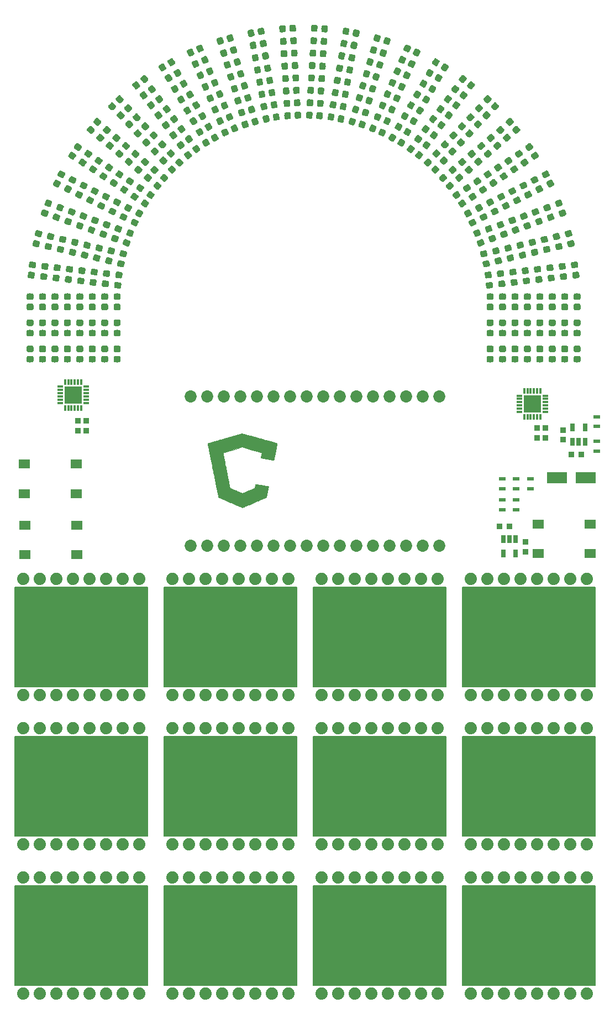
<source format=gts>
G04 #@! TF.GenerationSoftware,KiCad,Pcbnew,(5.0.0-rc2-204-g01c2d93a8)*
G04 #@! TF.CreationDate,2018-07-30T15:31:50-06:00*
G04 #@! TF.ProjectId,Saintcon2018,5361696E74636F6E323031382E6B6963,rev?*
G04 #@! TF.SameCoordinates,Original*
G04 #@! TF.FileFunction,Soldermask,Top*
G04 #@! TF.FilePolarity,Negative*
%FSLAX46Y46*%
G04 Gerber Fmt 4.6, Leading zero omitted, Abs format (unit mm)*
G04 Created by KiCad (PCBNEW (5.0.0-rc2-204-g01c2d93a8)) date 07/30/18 15:31:50*
%MOMM*%
%LPD*%
G01*
G04 APERTURE LIST*
%ADD10C,0.010000*%
%ADD11C,0.150000*%
%ADD12R,1.651600X1.401600*%
%ADD13C,1.879600*%
%ADD14C,0.100000*%
%ADD15C,0.976600*%
%ADD16R,1.001600X0.601600*%
%ADD17C,1.851600*%
%ADD18R,0.861600X0.361600*%
%ADD19R,0.361600X0.861600*%
%ADD20R,1.376600X1.376600*%
%ADD21R,0.851600X0.901600*%
%ADD22R,0.901600X0.851600*%
%ADD23R,3.101600X1.701600*%
%ADD24R,0.751600X1.161600*%
G04 APERTURE END LIST*
D10*
G04 #@! TO.C,G\002A\002A\002A*
G36*
X88315456Y-89079007D02*
X88481366Y-89125923D01*
X88664872Y-89177809D01*
X88863189Y-89233876D01*
X89073535Y-89293339D01*
X89293127Y-89355411D01*
X89519181Y-89419305D01*
X89748914Y-89484234D01*
X89979543Y-89549413D01*
X90208285Y-89614054D01*
X90432356Y-89677370D01*
X90648974Y-89738576D01*
X90855354Y-89796884D01*
X90975939Y-89830949D01*
X91147278Y-89879392D01*
X91313066Y-89926346D01*
X91472158Y-89971482D01*
X91623405Y-90014471D01*
X91765660Y-90054984D01*
X91897775Y-90092693D01*
X92018603Y-90127269D01*
X92126997Y-90158384D01*
X92221809Y-90185707D01*
X92301892Y-90208911D01*
X92366098Y-90227667D01*
X92413280Y-90241645D01*
X92442290Y-90250518D01*
X92451952Y-90253896D01*
X92450826Y-90264842D01*
X92445835Y-90295023D01*
X92437282Y-90342913D01*
X92425465Y-90406983D01*
X92410686Y-90485708D01*
X92393245Y-90577560D01*
X92373443Y-90681012D01*
X92351580Y-90794537D01*
X92327957Y-90916610D01*
X92302873Y-91045701D01*
X92276630Y-91180286D01*
X92249529Y-91318836D01*
X92221868Y-91459824D01*
X92193950Y-91601725D01*
X92166074Y-91743010D01*
X92138542Y-91882154D01*
X92111652Y-92017628D01*
X92085707Y-92147906D01*
X92061006Y-92271461D01*
X92037850Y-92386767D01*
X92016540Y-92492296D01*
X91997375Y-92586521D01*
X91980657Y-92667915D01*
X91966686Y-92734952D01*
X91955763Y-92786104D01*
X91948187Y-92819845D01*
X91944259Y-92834648D01*
X91943979Y-92835167D01*
X91933381Y-92833781D01*
X91903705Y-92828850D01*
X91856693Y-92820692D01*
X91794088Y-92809628D01*
X91717633Y-92795976D01*
X91629068Y-92780056D01*
X91530137Y-92762187D01*
X91422581Y-92742689D01*
X91308143Y-92721881D01*
X91188566Y-92700082D01*
X91065590Y-92677612D01*
X90940959Y-92654789D01*
X90816414Y-92631934D01*
X90693699Y-92609365D01*
X90574554Y-92587402D01*
X90460723Y-92566365D01*
X90353947Y-92546571D01*
X90255968Y-92528342D01*
X90168530Y-92511996D01*
X90093373Y-92497853D01*
X90032241Y-92486231D01*
X89986875Y-92477451D01*
X89959018Y-92471831D01*
X89950376Y-92469758D01*
X89951867Y-92459171D01*
X89957787Y-92430275D01*
X89967622Y-92385350D01*
X89980855Y-92326677D01*
X89996974Y-92256537D01*
X90015462Y-92177211D01*
X90035804Y-92090978D01*
X90037630Y-92083288D01*
X90058141Y-91996582D01*
X90076904Y-91916606D01*
X90093396Y-91845639D01*
X90107095Y-91785957D01*
X90117479Y-91739839D01*
X90124025Y-91709562D01*
X90126210Y-91697404D01*
X90126177Y-91697278D01*
X90115904Y-91694078D01*
X90086428Y-91685263D01*
X90038873Y-91671164D01*
X89974359Y-91652109D01*
X89894009Y-91628429D01*
X89798945Y-91600453D01*
X89690289Y-91568512D01*
X89569162Y-91532933D01*
X89436687Y-91494049D01*
X89293986Y-91452187D01*
X89142180Y-91407677D01*
X88982392Y-91360851D01*
X88815744Y-91312035D01*
X88643357Y-91261562D01*
X88622624Y-91255493D01*
X87121622Y-90816132D01*
X85642173Y-91254507D01*
X85470457Y-91305393D01*
X85304302Y-91354641D01*
X85144840Y-91401915D01*
X84993204Y-91446878D01*
X84850525Y-91489194D01*
X84717937Y-91528528D01*
X84596571Y-91564544D01*
X84487561Y-91596904D01*
X84392037Y-91625274D01*
X84311133Y-91649317D01*
X84245981Y-91668697D01*
X84197714Y-91683078D01*
X84167463Y-91692124D01*
X84156360Y-91695498D01*
X84156342Y-91695506D01*
X84157530Y-91706019D01*
X84162599Y-91736021D01*
X84171302Y-91784227D01*
X84183394Y-91849357D01*
X84198628Y-91930128D01*
X84216759Y-92025258D01*
X84237541Y-92133466D01*
X84260727Y-92253468D01*
X84286073Y-92383983D01*
X84313331Y-92523728D01*
X84342257Y-92671423D01*
X84372604Y-92825783D01*
X84392426Y-92926308D01*
X84426450Y-93098657D01*
X84463998Y-93288862D01*
X84504493Y-93494004D01*
X84547358Y-93711164D01*
X84592018Y-93937422D01*
X84637897Y-94169859D01*
X84684419Y-94405556D01*
X84731006Y-94641595D01*
X84777083Y-94875055D01*
X84822075Y-95103018D01*
X84865404Y-95322565D01*
X84906494Y-95530776D01*
X84925049Y-95624800D01*
X84959217Y-95797844D01*
X84992285Y-95965128D01*
X85024019Y-96125481D01*
X85054187Y-96277731D01*
X85082554Y-96420707D01*
X85108888Y-96553238D01*
X85132954Y-96674153D01*
X85154521Y-96782279D01*
X85173355Y-96876447D01*
X85189221Y-96955485D01*
X85201888Y-97018222D01*
X85211121Y-97063485D01*
X85216687Y-97090105D01*
X85218352Y-97097200D01*
X85229663Y-97102387D01*
X85258793Y-97115026D01*
X85304118Y-97134435D01*
X85364014Y-97159931D01*
X85436858Y-97190831D01*
X85521027Y-97226454D01*
X85614897Y-97266117D01*
X85716844Y-97309138D01*
X85825246Y-97354834D01*
X85938478Y-97402522D01*
X86054917Y-97451521D01*
X86172939Y-97501148D01*
X86290922Y-97550720D01*
X86407241Y-97599556D01*
X86520272Y-97646972D01*
X86628394Y-97692286D01*
X86729981Y-97734817D01*
X86823411Y-97773881D01*
X86907059Y-97808796D01*
X86979303Y-97838880D01*
X87038519Y-97863450D01*
X87083084Y-97881824D01*
X87111373Y-97893319D01*
X87121755Y-97897254D01*
X87133968Y-97893193D01*
X87163949Y-97881471D01*
X87210068Y-97862783D01*
X87270698Y-97837820D01*
X87344210Y-97807276D01*
X87428975Y-97771844D01*
X87523365Y-97732217D01*
X87625751Y-97689088D01*
X87734504Y-97643150D01*
X87847997Y-97595095D01*
X87964601Y-97545618D01*
X88082686Y-97495411D01*
X88200626Y-97445167D01*
X88316790Y-97395579D01*
X88429551Y-97347340D01*
X88537279Y-97301143D01*
X88638347Y-97257682D01*
X88731126Y-97217648D01*
X88813987Y-97181736D01*
X88885302Y-97150639D01*
X88943443Y-97125048D01*
X88986780Y-97105658D01*
X89013685Y-97093161D01*
X89022500Y-97088387D01*
X89027166Y-97074558D01*
X89034947Y-97042749D01*
X89045234Y-96995824D01*
X89057422Y-96936648D01*
X89070904Y-96868087D01*
X89085073Y-96793005D01*
X89085212Y-96792252D01*
X89100862Y-96708117D01*
X89113394Y-96642539D01*
X89123413Y-96593228D01*
X89131520Y-96557896D01*
X89138317Y-96534252D01*
X89144407Y-96520008D01*
X89150391Y-96512873D01*
X89156872Y-96510558D01*
X89159327Y-96510463D01*
X89174158Y-96512219D01*
X89207783Y-96517199D01*
X89258435Y-96525107D01*
X89324350Y-96535646D01*
X89403762Y-96548519D01*
X89494905Y-96563429D01*
X89596013Y-96580080D01*
X89705321Y-96598174D01*
X89821063Y-96617416D01*
X89941474Y-96637507D01*
X90064788Y-96658152D01*
X90189239Y-96679054D01*
X90313062Y-96699916D01*
X90434491Y-96720441D01*
X90551761Y-96740333D01*
X90663105Y-96759294D01*
X90766759Y-96777028D01*
X90860956Y-96793238D01*
X90943931Y-96807628D01*
X91013919Y-96819900D01*
X91069154Y-96829758D01*
X91107869Y-96836905D01*
X91128300Y-96841045D01*
X91131092Y-96841874D01*
X91130045Y-96852922D01*
X91125179Y-96882808D01*
X91116870Y-96929617D01*
X91105495Y-96991430D01*
X91091432Y-97066333D01*
X91075059Y-97152407D01*
X91056753Y-97247736D01*
X91036891Y-97350404D01*
X91015851Y-97458494D01*
X90994011Y-97570089D01*
X90971746Y-97683273D01*
X90949437Y-97796128D01*
X90927458Y-97906739D01*
X90906189Y-98013189D01*
X90886006Y-98113560D01*
X90867287Y-98205936D01*
X90850409Y-98288402D01*
X90835750Y-98359039D01*
X90823688Y-98415931D01*
X90814599Y-98457162D01*
X90808860Y-98480814D01*
X90807487Y-98485178D01*
X90798293Y-98494509D01*
X90775939Y-98508415D01*
X90739221Y-98527478D01*
X90686931Y-98552284D01*
X90617864Y-98583415D01*
X90530814Y-98621457D01*
X90487550Y-98640086D01*
X90441883Y-98659690D01*
X90378109Y-98687085D01*
X90297575Y-98721691D01*
X90201628Y-98762930D01*
X90091611Y-98810223D01*
X89968872Y-98862991D01*
X89834756Y-98920655D01*
X89690609Y-98982638D01*
X89537777Y-99048360D01*
X89377606Y-99117242D01*
X89211440Y-99188707D01*
X89040627Y-99262174D01*
X88866512Y-99337067D01*
X88690441Y-99412805D01*
X88657223Y-99427094D01*
X88486738Y-99500425D01*
X88321498Y-99571485D01*
X88162554Y-99639823D01*
X88010958Y-99704988D01*
X87867760Y-99766528D01*
X87734014Y-99823991D01*
X87610769Y-99876927D01*
X87499077Y-99924883D01*
X87399990Y-99967408D01*
X87314560Y-100004051D01*
X87243837Y-100034360D01*
X87188873Y-100057883D01*
X87150719Y-100074170D01*
X87130428Y-100082768D01*
X87127294Y-100084048D01*
X87116646Y-100080238D01*
X87087545Y-100068380D01*
X87040950Y-100048888D01*
X86977819Y-100022173D01*
X86899112Y-99988650D01*
X86805787Y-99948729D01*
X86698804Y-99902826D01*
X86579120Y-99851351D01*
X86447696Y-99794718D01*
X86305489Y-99733340D01*
X86153459Y-99667629D01*
X85992564Y-99597998D01*
X85823764Y-99524860D01*
X85648017Y-99448628D01*
X85466283Y-99369714D01*
X85306202Y-99300135D01*
X85120012Y-99219154D01*
X84938971Y-99140380D01*
X84764040Y-99064230D01*
X84596180Y-98991126D01*
X84436351Y-98921487D01*
X84285514Y-98855731D01*
X84144632Y-98794279D01*
X84014664Y-98737551D01*
X83896571Y-98685965D01*
X83791315Y-98639942D01*
X83699857Y-98599901D01*
X83623157Y-98566262D01*
X83562176Y-98539444D01*
X83517876Y-98519867D01*
X83491218Y-98507950D01*
X83483143Y-98504155D01*
X83479279Y-98492722D01*
X83471622Y-98461986D01*
X83460483Y-98413414D01*
X83446172Y-98348477D01*
X83428999Y-98268645D01*
X83409275Y-98175386D01*
X83387310Y-98070171D01*
X83363416Y-97954469D01*
X83337902Y-97829750D01*
X83311079Y-97697484D01*
X83283258Y-97559139D01*
X83279941Y-97542564D01*
X83261711Y-97451468D01*
X83242228Y-97354157D01*
X83221383Y-97250084D01*
X83199067Y-97138704D01*
X83175169Y-97019471D01*
X83149580Y-96891837D01*
X83122190Y-96755259D01*
X83092890Y-96609188D01*
X83061569Y-96453079D01*
X83028119Y-96286386D01*
X82992430Y-96108562D01*
X82954391Y-95919063D01*
X82913894Y-95717340D01*
X82870828Y-95502850D01*
X82825085Y-95275044D01*
X82776554Y-95033377D01*
X82725125Y-94777304D01*
X82670690Y-94506277D01*
X82613138Y-94219751D01*
X82552359Y-93917180D01*
X82488245Y-93598017D01*
X82420685Y-93261716D01*
X82349570Y-92907732D01*
X82274790Y-92535518D01*
X82196235Y-92144528D01*
X82113796Y-91734215D01*
X82027364Y-91304035D01*
X81970512Y-91021084D01*
X81945745Y-90897200D01*
X81922434Y-90779387D01*
X81900889Y-90669287D01*
X81881419Y-90568538D01*
X81864333Y-90478784D01*
X81849942Y-90401664D01*
X81838556Y-90338818D01*
X81830483Y-90291889D01*
X81826033Y-90262517D01*
X81825439Y-90252374D01*
X81837447Y-90247702D01*
X81867008Y-90238231D01*
X81911271Y-90224816D01*
X81967381Y-90208309D01*
X82032485Y-90189564D01*
X82087527Y-90173979D01*
X82121378Y-90164426D01*
X82174573Y-90149361D01*
X82246092Y-90129075D01*
X82334916Y-90103858D01*
X82440023Y-90074000D01*
X82560393Y-90039792D01*
X82695005Y-90001523D01*
X82842840Y-89959485D01*
X83002877Y-89913967D01*
X83174096Y-89865260D01*
X83355475Y-89813653D01*
X83545995Y-89759437D01*
X83744635Y-89702903D01*
X83950374Y-89644340D01*
X84162193Y-89584040D01*
X84379071Y-89522291D01*
X84599987Y-89459384D01*
X84731504Y-89421931D01*
X87121375Y-88741314D01*
X88315456Y-89079007D01*
X88315456Y-89079007D01*
G37*
X88315456Y-89079007D02*
X88481366Y-89125923D01*
X88664872Y-89177809D01*
X88863189Y-89233876D01*
X89073535Y-89293339D01*
X89293127Y-89355411D01*
X89519181Y-89419305D01*
X89748914Y-89484234D01*
X89979543Y-89549413D01*
X90208285Y-89614054D01*
X90432356Y-89677370D01*
X90648974Y-89738576D01*
X90855354Y-89796884D01*
X90975939Y-89830949D01*
X91147278Y-89879392D01*
X91313066Y-89926346D01*
X91472158Y-89971482D01*
X91623405Y-90014471D01*
X91765660Y-90054984D01*
X91897775Y-90092693D01*
X92018603Y-90127269D01*
X92126997Y-90158384D01*
X92221809Y-90185707D01*
X92301892Y-90208911D01*
X92366098Y-90227667D01*
X92413280Y-90241645D01*
X92442290Y-90250518D01*
X92451952Y-90253896D01*
X92450826Y-90264842D01*
X92445835Y-90295023D01*
X92437282Y-90342913D01*
X92425465Y-90406983D01*
X92410686Y-90485708D01*
X92393245Y-90577560D01*
X92373443Y-90681012D01*
X92351580Y-90794537D01*
X92327957Y-90916610D01*
X92302873Y-91045701D01*
X92276630Y-91180286D01*
X92249529Y-91318836D01*
X92221868Y-91459824D01*
X92193950Y-91601725D01*
X92166074Y-91743010D01*
X92138542Y-91882154D01*
X92111652Y-92017628D01*
X92085707Y-92147906D01*
X92061006Y-92271461D01*
X92037850Y-92386767D01*
X92016540Y-92492296D01*
X91997375Y-92586521D01*
X91980657Y-92667915D01*
X91966686Y-92734952D01*
X91955763Y-92786104D01*
X91948187Y-92819845D01*
X91944259Y-92834648D01*
X91943979Y-92835167D01*
X91933381Y-92833781D01*
X91903705Y-92828850D01*
X91856693Y-92820692D01*
X91794088Y-92809628D01*
X91717633Y-92795976D01*
X91629068Y-92780056D01*
X91530137Y-92762187D01*
X91422581Y-92742689D01*
X91308143Y-92721881D01*
X91188566Y-92700082D01*
X91065590Y-92677612D01*
X90940959Y-92654789D01*
X90816414Y-92631934D01*
X90693699Y-92609365D01*
X90574554Y-92587402D01*
X90460723Y-92566365D01*
X90353947Y-92546571D01*
X90255968Y-92528342D01*
X90168530Y-92511996D01*
X90093373Y-92497853D01*
X90032241Y-92486231D01*
X89986875Y-92477451D01*
X89959018Y-92471831D01*
X89950376Y-92469758D01*
X89951867Y-92459171D01*
X89957787Y-92430275D01*
X89967622Y-92385350D01*
X89980855Y-92326677D01*
X89996974Y-92256537D01*
X90015462Y-92177211D01*
X90035804Y-92090978D01*
X90037630Y-92083288D01*
X90058141Y-91996582D01*
X90076904Y-91916606D01*
X90093396Y-91845639D01*
X90107095Y-91785957D01*
X90117479Y-91739839D01*
X90124025Y-91709562D01*
X90126210Y-91697404D01*
X90126177Y-91697278D01*
X90115904Y-91694078D01*
X90086428Y-91685263D01*
X90038873Y-91671164D01*
X89974359Y-91652109D01*
X89894009Y-91628429D01*
X89798945Y-91600453D01*
X89690289Y-91568512D01*
X89569162Y-91532933D01*
X89436687Y-91494049D01*
X89293986Y-91452187D01*
X89142180Y-91407677D01*
X88982392Y-91360851D01*
X88815744Y-91312035D01*
X88643357Y-91261562D01*
X88622624Y-91255493D01*
X87121622Y-90816132D01*
X85642173Y-91254507D01*
X85470457Y-91305393D01*
X85304302Y-91354641D01*
X85144840Y-91401915D01*
X84993204Y-91446878D01*
X84850525Y-91489194D01*
X84717937Y-91528528D01*
X84596571Y-91564544D01*
X84487561Y-91596904D01*
X84392037Y-91625274D01*
X84311133Y-91649317D01*
X84245981Y-91668697D01*
X84197714Y-91683078D01*
X84167463Y-91692124D01*
X84156360Y-91695498D01*
X84156342Y-91695506D01*
X84157530Y-91706019D01*
X84162599Y-91736021D01*
X84171302Y-91784227D01*
X84183394Y-91849357D01*
X84198628Y-91930128D01*
X84216759Y-92025258D01*
X84237541Y-92133466D01*
X84260727Y-92253468D01*
X84286073Y-92383983D01*
X84313331Y-92523728D01*
X84342257Y-92671423D01*
X84372604Y-92825783D01*
X84392426Y-92926308D01*
X84426450Y-93098657D01*
X84463998Y-93288862D01*
X84504493Y-93494004D01*
X84547358Y-93711164D01*
X84592018Y-93937422D01*
X84637897Y-94169859D01*
X84684419Y-94405556D01*
X84731006Y-94641595D01*
X84777083Y-94875055D01*
X84822075Y-95103018D01*
X84865404Y-95322565D01*
X84906494Y-95530776D01*
X84925049Y-95624800D01*
X84959217Y-95797844D01*
X84992285Y-95965128D01*
X85024019Y-96125481D01*
X85054187Y-96277731D01*
X85082554Y-96420707D01*
X85108888Y-96553238D01*
X85132954Y-96674153D01*
X85154521Y-96782279D01*
X85173355Y-96876447D01*
X85189221Y-96955485D01*
X85201888Y-97018222D01*
X85211121Y-97063485D01*
X85216687Y-97090105D01*
X85218352Y-97097200D01*
X85229663Y-97102387D01*
X85258793Y-97115026D01*
X85304118Y-97134435D01*
X85364014Y-97159931D01*
X85436858Y-97190831D01*
X85521027Y-97226454D01*
X85614897Y-97266117D01*
X85716844Y-97309138D01*
X85825246Y-97354834D01*
X85938478Y-97402522D01*
X86054917Y-97451521D01*
X86172939Y-97501148D01*
X86290922Y-97550720D01*
X86407241Y-97599556D01*
X86520272Y-97646972D01*
X86628394Y-97692286D01*
X86729981Y-97734817D01*
X86823411Y-97773881D01*
X86907059Y-97808796D01*
X86979303Y-97838880D01*
X87038519Y-97863450D01*
X87083084Y-97881824D01*
X87111373Y-97893319D01*
X87121755Y-97897254D01*
X87133968Y-97893193D01*
X87163949Y-97881471D01*
X87210068Y-97862783D01*
X87270698Y-97837820D01*
X87344210Y-97807276D01*
X87428975Y-97771844D01*
X87523365Y-97732217D01*
X87625751Y-97689088D01*
X87734504Y-97643150D01*
X87847997Y-97595095D01*
X87964601Y-97545618D01*
X88082686Y-97495411D01*
X88200626Y-97445167D01*
X88316790Y-97395579D01*
X88429551Y-97347340D01*
X88537279Y-97301143D01*
X88638347Y-97257682D01*
X88731126Y-97217648D01*
X88813987Y-97181736D01*
X88885302Y-97150639D01*
X88943443Y-97125048D01*
X88986780Y-97105658D01*
X89013685Y-97093161D01*
X89022500Y-97088387D01*
X89027166Y-97074558D01*
X89034947Y-97042749D01*
X89045234Y-96995824D01*
X89057422Y-96936648D01*
X89070904Y-96868087D01*
X89085073Y-96793005D01*
X89085212Y-96792252D01*
X89100862Y-96708117D01*
X89113394Y-96642539D01*
X89123413Y-96593228D01*
X89131520Y-96557896D01*
X89138317Y-96534252D01*
X89144407Y-96520008D01*
X89150391Y-96512873D01*
X89156872Y-96510558D01*
X89159327Y-96510463D01*
X89174158Y-96512219D01*
X89207783Y-96517199D01*
X89258435Y-96525107D01*
X89324350Y-96535646D01*
X89403762Y-96548519D01*
X89494905Y-96563429D01*
X89596013Y-96580080D01*
X89705321Y-96598174D01*
X89821063Y-96617416D01*
X89941474Y-96637507D01*
X90064788Y-96658152D01*
X90189239Y-96679054D01*
X90313062Y-96699916D01*
X90434491Y-96720441D01*
X90551761Y-96740333D01*
X90663105Y-96759294D01*
X90766759Y-96777028D01*
X90860956Y-96793238D01*
X90943931Y-96807628D01*
X91013919Y-96819900D01*
X91069154Y-96829758D01*
X91107869Y-96836905D01*
X91128300Y-96841045D01*
X91131092Y-96841874D01*
X91130045Y-96852922D01*
X91125179Y-96882808D01*
X91116870Y-96929617D01*
X91105495Y-96991430D01*
X91091432Y-97066333D01*
X91075059Y-97152407D01*
X91056753Y-97247736D01*
X91036891Y-97350404D01*
X91015851Y-97458494D01*
X90994011Y-97570089D01*
X90971746Y-97683273D01*
X90949437Y-97796128D01*
X90927458Y-97906739D01*
X90906189Y-98013189D01*
X90886006Y-98113560D01*
X90867287Y-98205936D01*
X90850409Y-98288402D01*
X90835750Y-98359039D01*
X90823688Y-98415931D01*
X90814599Y-98457162D01*
X90808860Y-98480814D01*
X90807487Y-98485178D01*
X90798293Y-98494509D01*
X90775939Y-98508415D01*
X90739221Y-98527478D01*
X90686931Y-98552284D01*
X90617864Y-98583415D01*
X90530814Y-98621457D01*
X90487550Y-98640086D01*
X90441883Y-98659690D01*
X90378109Y-98687085D01*
X90297575Y-98721691D01*
X90201628Y-98762930D01*
X90091611Y-98810223D01*
X89968872Y-98862991D01*
X89834756Y-98920655D01*
X89690609Y-98982638D01*
X89537777Y-99048360D01*
X89377606Y-99117242D01*
X89211440Y-99188707D01*
X89040627Y-99262174D01*
X88866512Y-99337067D01*
X88690441Y-99412805D01*
X88657223Y-99427094D01*
X88486738Y-99500425D01*
X88321498Y-99571485D01*
X88162554Y-99639823D01*
X88010958Y-99704988D01*
X87867760Y-99766528D01*
X87734014Y-99823991D01*
X87610769Y-99876927D01*
X87499077Y-99924883D01*
X87399990Y-99967408D01*
X87314560Y-100004051D01*
X87243837Y-100034360D01*
X87188873Y-100057883D01*
X87150719Y-100074170D01*
X87130428Y-100082768D01*
X87127294Y-100084048D01*
X87116646Y-100080238D01*
X87087545Y-100068380D01*
X87040950Y-100048888D01*
X86977819Y-100022173D01*
X86899112Y-99988650D01*
X86805787Y-99948729D01*
X86698804Y-99902826D01*
X86579120Y-99851351D01*
X86447696Y-99794718D01*
X86305489Y-99733340D01*
X86153459Y-99667629D01*
X85992564Y-99597998D01*
X85823764Y-99524860D01*
X85648017Y-99448628D01*
X85466283Y-99369714D01*
X85306202Y-99300135D01*
X85120012Y-99219154D01*
X84938971Y-99140380D01*
X84764040Y-99064230D01*
X84596180Y-98991126D01*
X84436351Y-98921487D01*
X84285514Y-98855731D01*
X84144632Y-98794279D01*
X84014664Y-98737551D01*
X83896571Y-98685965D01*
X83791315Y-98639942D01*
X83699857Y-98599901D01*
X83623157Y-98566262D01*
X83562176Y-98539444D01*
X83517876Y-98519867D01*
X83491218Y-98507950D01*
X83483143Y-98504155D01*
X83479279Y-98492722D01*
X83471622Y-98461986D01*
X83460483Y-98413414D01*
X83446172Y-98348477D01*
X83428999Y-98268645D01*
X83409275Y-98175386D01*
X83387310Y-98070171D01*
X83363416Y-97954469D01*
X83337902Y-97829750D01*
X83311079Y-97697484D01*
X83283258Y-97559139D01*
X83279941Y-97542564D01*
X83261711Y-97451468D01*
X83242228Y-97354157D01*
X83221383Y-97250084D01*
X83199067Y-97138704D01*
X83175169Y-97019471D01*
X83149580Y-96891837D01*
X83122190Y-96755259D01*
X83092890Y-96609188D01*
X83061569Y-96453079D01*
X83028119Y-96286386D01*
X82992430Y-96108562D01*
X82954391Y-95919063D01*
X82913894Y-95717340D01*
X82870828Y-95502850D01*
X82825085Y-95275044D01*
X82776554Y-95033377D01*
X82725125Y-94777304D01*
X82670690Y-94506277D01*
X82613138Y-94219751D01*
X82552359Y-93917180D01*
X82488245Y-93598017D01*
X82420685Y-93261716D01*
X82349570Y-92907732D01*
X82274790Y-92535518D01*
X82196235Y-92144528D01*
X82113796Y-91734215D01*
X82027364Y-91304035D01*
X81970512Y-91021084D01*
X81945745Y-90897200D01*
X81922434Y-90779387D01*
X81900889Y-90669287D01*
X81881419Y-90568538D01*
X81864333Y-90478784D01*
X81849942Y-90401664D01*
X81838556Y-90338818D01*
X81830483Y-90291889D01*
X81826033Y-90262517D01*
X81825439Y-90252374D01*
X81837447Y-90247702D01*
X81867008Y-90238231D01*
X81911271Y-90224816D01*
X81967381Y-90208309D01*
X82032485Y-90189564D01*
X82087527Y-90173979D01*
X82121378Y-90164426D01*
X82174573Y-90149361D01*
X82246092Y-90129075D01*
X82334916Y-90103858D01*
X82440023Y-90074000D01*
X82560393Y-90039792D01*
X82695005Y-90001523D01*
X82842840Y-89959485D01*
X83002877Y-89913967D01*
X83174096Y-89865260D01*
X83355475Y-89813653D01*
X83545995Y-89759437D01*
X83744635Y-89702903D01*
X83950374Y-89644340D01*
X84162193Y-89584040D01*
X84379071Y-89522291D01*
X84599987Y-89459384D01*
X84731504Y-89421931D01*
X87121375Y-88741314D01*
X88315456Y-89079007D01*
D11*
G04 #@! TO.C,J7*
G36*
X98044000Y-135128000D02*
X118364000Y-135128000D01*
X118364000Y-150368000D01*
X98044000Y-150368000D01*
X98044000Y-135128000D01*
G37*
X98044000Y-135128000D02*
X118364000Y-135128000D01*
X118364000Y-150368000D01*
X98044000Y-150368000D01*
X98044000Y-135128000D01*
G04 #@! TO.C,J6*
G36*
X75184000Y-135128000D02*
X95504000Y-135128000D01*
X95504000Y-150368000D01*
X75184000Y-150368000D01*
X75184000Y-135128000D01*
G37*
X75184000Y-135128000D02*
X95504000Y-135128000D01*
X95504000Y-150368000D01*
X75184000Y-150368000D01*
X75184000Y-135128000D01*
G04 #@! TO.C,J1*
G36*
X52324000Y-112268000D02*
X72644000Y-112268000D01*
X72644000Y-127508000D01*
X52324000Y-127508000D01*
X52324000Y-112268000D01*
G37*
X52324000Y-112268000D02*
X72644000Y-112268000D01*
X72644000Y-127508000D01*
X52324000Y-127508000D01*
X52324000Y-112268000D01*
G04 #@! TO.C,J2*
G36*
X75184000Y-112268000D02*
X95504000Y-112268000D01*
X95504000Y-127508000D01*
X75184000Y-127508000D01*
X75184000Y-112268000D01*
G37*
X75184000Y-112268000D02*
X95504000Y-112268000D01*
X95504000Y-127508000D01*
X75184000Y-127508000D01*
X75184000Y-112268000D01*
G04 #@! TO.C,J3*
G36*
X98044000Y-112268000D02*
X118364000Y-112268000D01*
X118364000Y-127508000D01*
X98044000Y-127508000D01*
X98044000Y-112268000D01*
G37*
X98044000Y-112268000D02*
X118364000Y-112268000D01*
X118364000Y-127508000D01*
X98044000Y-127508000D01*
X98044000Y-112268000D01*
G04 #@! TO.C,J4*
G36*
X120904000Y-112268000D02*
X141224000Y-112268000D01*
X141224000Y-127508000D01*
X120904000Y-127508000D01*
X120904000Y-112268000D01*
G37*
X120904000Y-112268000D02*
X141224000Y-112268000D01*
X141224000Y-127508000D01*
X120904000Y-127508000D01*
X120904000Y-112268000D01*
G04 #@! TO.C,J5*
G36*
X52324000Y-135128000D02*
X72644000Y-135128000D01*
X72644000Y-150368000D01*
X52324000Y-150368000D01*
X52324000Y-135128000D01*
G37*
X52324000Y-135128000D02*
X72644000Y-135128000D01*
X72644000Y-150368000D01*
X52324000Y-150368000D01*
X52324000Y-135128000D01*
G04 #@! TO.C,J8*
G36*
X120904000Y-135128000D02*
X141224000Y-135128000D01*
X141224000Y-150368000D01*
X120904000Y-150368000D01*
X120904000Y-135128000D01*
G37*
X120904000Y-135128000D02*
X141224000Y-135128000D01*
X141224000Y-150368000D01*
X120904000Y-150368000D01*
X120904000Y-135128000D01*
G04 #@! TO.C,J9*
G36*
X52324000Y-157988000D02*
X72644000Y-157988000D01*
X72644000Y-173228000D01*
X52324000Y-173228000D01*
X52324000Y-157988000D01*
G37*
X52324000Y-157988000D02*
X72644000Y-157988000D01*
X72644000Y-173228000D01*
X52324000Y-173228000D01*
X52324000Y-157988000D01*
G04 #@! TO.C,J10*
G36*
X75184000Y-157988000D02*
X95504000Y-157988000D01*
X95504000Y-173228000D01*
X75184000Y-173228000D01*
X75184000Y-157988000D01*
G37*
X75184000Y-157988000D02*
X95504000Y-157988000D01*
X95504000Y-173228000D01*
X75184000Y-173228000D01*
X75184000Y-157988000D01*
G04 #@! TO.C,J11*
G36*
X98044000Y-157988000D02*
X118364000Y-157988000D01*
X118364000Y-173228000D01*
X98044000Y-173228000D01*
X98044000Y-157988000D01*
G37*
X98044000Y-157988000D02*
X118364000Y-157988000D01*
X118364000Y-173228000D01*
X98044000Y-173228000D01*
X98044000Y-157988000D01*
G04 #@! TO.C,J12*
G36*
X120904000Y-157988000D02*
X141224000Y-157988000D01*
X141224000Y-173228000D01*
X120904000Y-173228000D01*
X120904000Y-157988000D01*
G37*
X120904000Y-157988000D02*
X141224000Y-157988000D01*
X141224000Y-173228000D01*
X120904000Y-173228000D01*
X120904000Y-157988000D01*
G04 #@! TD*
D12*
G04 #@! TO.C,SW1*
X61701500Y-97944500D03*
X61701500Y-93444500D03*
X53741500Y-93444500D03*
X53741500Y-97944500D03*
G04 #@! TD*
D13*
G04 #@! TO.C,J7*
X117094000Y-151638000D03*
X114554000Y-151638000D03*
X112014000Y-151638000D03*
X109474000Y-151638000D03*
X106934000Y-151638000D03*
X104394000Y-151638000D03*
X101854000Y-151638000D03*
X99314000Y-151638000D03*
X117094000Y-133858000D03*
X114554000Y-133858000D03*
X112014000Y-133858000D03*
X109474000Y-133858000D03*
X106934000Y-133858000D03*
X104394000Y-133858000D03*
X101854000Y-133858000D03*
X99314000Y-133858000D03*
G04 #@! TD*
G04 #@! TO.C,J6*
X94234000Y-151638000D03*
X91694000Y-151638000D03*
X89154000Y-151638000D03*
X86614000Y-151638000D03*
X84074000Y-151638000D03*
X81534000Y-151638000D03*
X78994000Y-151638000D03*
X76454000Y-151638000D03*
X94234000Y-133858000D03*
X91694000Y-133858000D03*
X89154000Y-133858000D03*
X86614000Y-133858000D03*
X84074000Y-133858000D03*
X81534000Y-133858000D03*
X78994000Y-133858000D03*
X76454000Y-133858000D03*
G04 #@! TD*
G04 #@! TO.C,J1*
X71374000Y-128778000D03*
X68834000Y-128778000D03*
X66294000Y-128778000D03*
X63754000Y-128778000D03*
X61214000Y-128778000D03*
X58674000Y-128778000D03*
X56134000Y-128778000D03*
X53594000Y-128778000D03*
X71374000Y-110998000D03*
X68834000Y-110998000D03*
X66294000Y-110998000D03*
X63754000Y-110998000D03*
X61214000Y-110998000D03*
X58674000Y-110998000D03*
X56134000Y-110998000D03*
X53594000Y-110998000D03*
G04 #@! TD*
G04 #@! TO.C,J2*
X94234000Y-128778000D03*
X91694000Y-128778000D03*
X89154000Y-128778000D03*
X86614000Y-128778000D03*
X84074000Y-128778000D03*
X81534000Y-128778000D03*
X78994000Y-128778000D03*
X76454000Y-128778000D03*
X94234000Y-110998000D03*
X91694000Y-110998000D03*
X89154000Y-110998000D03*
X86614000Y-110998000D03*
X84074000Y-110998000D03*
X81534000Y-110998000D03*
X78994000Y-110998000D03*
X76454000Y-110998000D03*
G04 #@! TD*
G04 #@! TO.C,J3*
X117094000Y-128778000D03*
X114554000Y-128778000D03*
X112014000Y-128778000D03*
X109474000Y-128778000D03*
X106934000Y-128778000D03*
X104394000Y-128778000D03*
X101854000Y-128778000D03*
X99314000Y-128778000D03*
X117094000Y-110998000D03*
X114554000Y-110998000D03*
X112014000Y-110998000D03*
X109474000Y-110998000D03*
X106934000Y-110998000D03*
X104394000Y-110998000D03*
X101854000Y-110998000D03*
X99314000Y-110998000D03*
G04 #@! TD*
G04 #@! TO.C,J4*
X139954000Y-128778000D03*
X137414000Y-128778000D03*
X134874000Y-128778000D03*
X132334000Y-128778000D03*
X129794000Y-128778000D03*
X127254000Y-128778000D03*
X124714000Y-128778000D03*
X122174000Y-128778000D03*
X139954000Y-110998000D03*
X137414000Y-110998000D03*
X134874000Y-110998000D03*
X132334000Y-110998000D03*
X129794000Y-110998000D03*
X127254000Y-110998000D03*
X124714000Y-110998000D03*
X122174000Y-110998000D03*
G04 #@! TD*
G04 #@! TO.C,J5*
X71374000Y-151638000D03*
X68834000Y-151638000D03*
X66294000Y-151638000D03*
X63754000Y-151638000D03*
X61214000Y-151638000D03*
X58674000Y-151638000D03*
X56134000Y-151638000D03*
X53594000Y-151638000D03*
X71374000Y-133858000D03*
X68834000Y-133858000D03*
X66294000Y-133858000D03*
X63754000Y-133858000D03*
X61214000Y-133858000D03*
X58674000Y-133858000D03*
X56134000Y-133858000D03*
X53594000Y-133858000D03*
G04 #@! TD*
G04 #@! TO.C,J8*
X139954000Y-151638000D03*
X137414000Y-151638000D03*
X134874000Y-151638000D03*
X132334000Y-151638000D03*
X129794000Y-151638000D03*
X127254000Y-151638000D03*
X124714000Y-151638000D03*
X122174000Y-151638000D03*
X139954000Y-133858000D03*
X137414000Y-133858000D03*
X134874000Y-133858000D03*
X132334000Y-133858000D03*
X129794000Y-133858000D03*
X127254000Y-133858000D03*
X124714000Y-133858000D03*
X122174000Y-133858000D03*
G04 #@! TD*
G04 #@! TO.C,J9*
X71374000Y-174498000D03*
X68834000Y-174498000D03*
X66294000Y-174498000D03*
X63754000Y-174498000D03*
X61214000Y-174498000D03*
X58674000Y-174498000D03*
X56134000Y-174498000D03*
X53594000Y-174498000D03*
X71374000Y-156718000D03*
X68834000Y-156718000D03*
X66294000Y-156718000D03*
X63754000Y-156718000D03*
X61214000Y-156718000D03*
X58674000Y-156718000D03*
X56134000Y-156718000D03*
X53594000Y-156718000D03*
G04 #@! TD*
G04 #@! TO.C,J10*
X94234000Y-174498000D03*
X91694000Y-174498000D03*
X89154000Y-174498000D03*
X86614000Y-174498000D03*
X84074000Y-174498000D03*
X81534000Y-174498000D03*
X78994000Y-174498000D03*
X76454000Y-174498000D03*
X94234000Y-156718000D03*
X91694000Y-156718000D03*
X89154000Y-156718000D03*
X86614000Y-156718000D03*
X84074000Y-156718000D03*
X81534000Y-156718000D03*
X78994000Y-156718000D03*
X76454000Y-156718000D03*
G04 #@! TD*
G04 #@! TO.C,J11*
X117094000Y-174498000D03*
X114554000Y-174498000D03*
X112014000Y-174498000D03*
X109474000Y-174498000D03*
X106934000Y-174498000D03*
X104394000Y-174498000D03*
X101854000Y-174498000D03*
X99314000Y-174498000D03*
X117094000Y-156718000D03*
X114554000Y-156718000D03*
X112014000Y-156718000D03*
X109474000Y-156718000D03*
X106934000Y-156718000D03*
X104394000Y-156718000D03*
X101854000Y-156718000D03*
X99314000Y-156718000D03*
G04 #@! TD*
G04 #@! TO.C,J12*
X139954000Y-174498000D03*
X137414000Y-174498000D03*
X134874000Y-174498000D03*
X132334000Y-174498000D03*
X129794000Y-174498000D03*
X127254000Y-174498000D03*
X124714000Y-174498000D03*
X122174000Y-174498000D03*
X139954000Y-156718000D03*
X137414000Y-156718000D03*
X134874000Y-156718000D03*
X132334000Y-156718000D03*
X129794000Y-156718000D03*
X127254000Y-156718000D03*
X124714000Y-156718000D03*
X122174000Y-156718000D03*
G04 #@! TD*
D14*
G04 #@! TO.C,D1*
G36*
X68250581Y-76880376D02*
X68274281Y-76883891D01*
X68297523Y-76889713D01*
X68320082Y-76897785D01*
X68341742Y-76908029D01*
X68362292Y-76920347D01*
X68381537Y-76934619D01*
X68399290Y-76950710D01*
X68415381Y-76968463D01*
X68429653Y-76987708D01*
X68441971Y-77008258D01*
X68452215Y-77029918D01*
X68460287Y-77052477D01*
X68466109Y-77075719D01*
X68469624Y-77099419D01*
X68470800Y-77123350D01*
X68470800Y-77611650D01*
X68469624Y-77635581D01*
X68466109Y-77659281D01*
X68460287Y-77682523D01*
X68452215Y-77705082D01*
X68441971Y-77726742D01*
X68429653Y-77747292D01*
X68415381Y-77766537D01*
X68399290Y-77784290D01*
X68381537Y-77800381D01*
X68362292Y-77814653D01*
X68341742Y-77826971D01*
X68320082Y-77837215D01*
X68297523Y-77845287D01*
X68274281Y-77851109D01*
X68250581Y-77854624D01*
X68226650Y-77855800D01*
X67663350Y-77855800D01*
X67639419Y-77854624D01*
X67615719Y-77851109D01*
X67592477Y-77845287D01*
X67569918Y-77837215D01*
X67548258Y-77826971D01*
X67527708Y-77814653D01*
X67508463Y-77800381D01*
X67490710Y-77784290D01*
X67474619Y-77766537D01*
X67460347Y-77747292D01*
X67448029Y-77726742D01*
X67437785Y-77705082D01*
X67429713Y-77682523D01*
X67423891Y-77659281D01*
X67420376Y-77635581D01*
X67419200Y-77611650D01*
X67419200Y-77123350D01*
X67420376Y-77099419D01*
X67423891Y-77075719D01*
X67429713Y-77052477D01*
X67437785Y-77029918D01*
X67448029Y-77008258D01*
X67460347Y-76987708D01*
X67474619Y-76968463D01*
X67490710Y-76950710D01*
X67508463Y-76934619D01*
X67527708Y-76920347D01*
X67548258Y-76908029D01*
X67569918Y-76897785D01*
X67592477Y-76889713D01*
X67615719Y-76883891D01*
X67639419Y-76880376D01*
X67663350Y-76879200D01*
X68226650Y-76879200D01*
X68250581Y-76880376D01*
X68250581Y-76880376D01*
G37*
D15*
X67945000Y-77367500D03*
D14*
G36*
X68250581Y-75305376D02*
X68274281Y-75308891D01*
X68297523Y-75314713D01*
X68320082Y-75322785D01*
X68341742Y-75333029D01*
X68362292Y-75345347D01*
X68381537Y-75359619D01*
X68399290Y-75375710D01*
X68415381Y-75393463D01*
X68429653Y-75412708D01*
X68441971Y-75433258D01*
X68452215Y-75454918D01*
X68460287Y-75477477D01*
X68466109Y-75500719D01*
X68469624Y-75524419D01*
X68470800Y-75548350D01*
X68470800Y-76036650D01*
X68469624Y-76060581D01*
X68466109Y-76084281D01*
X68460287Y-76107523D01*
X68452215Y-76130082D01*
X68441971Y-76151742D01*
X68429653Y-76172292D01*
X68415381Y-76191537D01*
X68399290Y-76209290D01*
X68381537Y-76225381D01*
X68362292Y-76239653D01*
X68341742Y-76251971D01*
X68320082Y-76262215D01*
X68297523Y-76270287D01*
X68274281Y-76276109D01*
X68250581Y-76279624D01*
X68226650Y-76280800D01*
X67663350Y-76280800D01*
X67639419Y-76279624D01*
X67615719Y-76276109D01*
X67592477Y-76270287D01*
X67569918Y-76262215D01*
X67548258Y-76251971D01*
X67527708Y-76239653D01*
X67508463Y-76225381D01*
X67490710Y-76209290D01*
X67474619Y-76191537D01*
X67460347Y-76172292D01*
X67448029Y-76151742D01*
X67437785Y-76130082D01*
X67429713Y-76107523D01*
X67423891Y-76084281D01*
X67420376Y-76060581D01*
X67419200Y-76036650D01*
X67419200Y-75548350D01*
X67420376Y-75524419D01*
X67423891Y-75500719D01*
X67429713Y-75477477D01*
X67437785Y-75454918D01*
X67448029Y-75433258D01*
X67460347Y-75412708D01*
X67474619Y-75393463D01*
X67490710Y-75375710D01*
X67508463Y-75359619D01*
X67527708Y-75345347D01*
X67548258Y-75333029D01*
X67569918Y-75322785D01*
X67592477Y-75314713D01*
X67615719Y-75308891D01*
X67639419Y-75305376D01*
X67663350Y-75304200D01*
X68226650Y-75304200D01*
X68250581Y-75305376D01*
X68250581Y-75305376D01*
G37*
D15*
X67945000Y-75792500D03*
G04 #@! TD*
D14*
G04 #@! TO.C,D2*
G36*
X68250581Y-71305376D02*
X68274281Y-71308891D01*
X68297523Y-71314713D01*
X68320082Y-71322785D01*
X68341742Y-71333029D01*
X68362292Y-71345347D01*
X68381537Y-71359619D01*
X68399290Y-71375710D01*
X68415381Y-71393463D01*
X68429653Y-71412708D01*
X68441971Y-71433258D01*
X68452215Y-71454918D01*
X68460287Y-71477477D01*
X68466109Y-71500719D01*
X68469624Y-71524419D01*
X68470800Y-71548350D01*
X68470800Y-72036650D01*
X68469624Y-72060581D01*
X68466109Y-72084281D01*
X68460287Y-72107523D01*
X68452215Y-72130082D01*
X68441971Y-72151742D01*
X68429653Y-72172292D01*
X68415381Y-72191537D01*
X68399290Y-72209290D01*
X68381537Y-72225381D01*
X68362292Y-72239653D01*
X68341742Y-72251971D01*
X68320082Y-72262215D01*
X68297523Y-72270287D01*
X68274281Y-72276109D01*
X68250581Y-72279624D01*
X68226650Y-72280800D01*
X67663350Y-72280800D01*
X67639419Y-72279624D01*
X67615719Y-72276109D01*
X67592477Y-72270287D01*
X67569918Y-72262215D01*
X67548258Y-72251971D01*
X67527708Y-72239653D01*
X67508463Y-72225381D01*
X67490710Y-72209290D01*
X67474619Y-72191537D01*
X67460347Y-72172292D01*
X67448029Y-72151742D01*
X67437785Y-72130082D01*
X67429713Y-72107523D01*
X67423891Y-72084281D01*
X67420376Y-72060581D01*
X67419200Y-72036650D01*
X67419200Y-71548350D01*
X67420376Y-71524419D01*
X67423891Y-71500719D01*
X67429713Y-71477477D01*
X67437785Y-71454918D01*
X67448029Y-71433258D01*
X67460347Y-71412708D01*
X67474619Y-71393463D01*
X67490710Y-71375710D01*
X67508463Y-71359619D01*
X67527708Y-71345347D01*
X67548258Y-71333029D01*
X67569918Y-71322785D01*
X67592477Y-71314713D01*
X67615719Y-71308891D01*
X67639419Y-71305376D01*
X67663350Y-71304200D01*
X68226650Y-71304200D01*
X68250581Y-71305376D01*
X68250581Y-71305376D01*
G37*
D15*
X67945000Y-71792500D03*
D14*
G36*
X68250581Y-72880376D02*
X68274281Y-72883891D01*
X68297523Y-72889713D01*
X68320082Y-72897785D01*
X68341742Y-72908029D01*
X68362292Y-72920347D01*
X68381537Y-72934619D01*
X68399290Y-72950710D01*
X68415381Y-72968463D01*
X68429653Y-72987708D01*
X68441971Y-73008258D01*
X68452215Y-73029918D01*
X68460287Y-73052477D01*
X68466109Y-73075719D01*
X68469624Y-73099419D01*
X68470800Y-73123350D01*
X68470800Y-73611650D01*
X68469624Y-73635581D01*
X68466109Y-73659281D01*
X68460287Y-73682523D01*
X68452215Y-73705082D01*
X68441971Y-73726742D01*
X68429653Y-73747292D01*
X68415381Y-73766537D01*
X68399290Y-73784290D01*
X68381537Y-73800381D01*
X68362292Y-73814653D01*
X68341742Y-73826971D01*
X68320082Y-73837215D01*
X68297523Y-73845287D01*
X68274281Y-73851109D01*
X68250581Y-73854624D01*
X68226650Y-73855800D01*
X67663350Y-73855800D01*
X67639419Y-73854624D01*
X67615719Y-73851109D01*
X67592477Y-73845287D01*
X67569918Y-73837215D01*
X67548258Y-73826971D01*
X67527708Y-73814653D01*
X67508463Y-73800381D01*
X67490710Y-73784290D01*
X67474619Y-73766537D01*
X67460347Y-73747292D01*
X67448029Y-73726742D01*
X67437785Y-73705082D01*
X67429713Y-73682523D01*
X67423891Y-73659281D01*
X67420376Y-73635581D01*
X67419200Y-73611650D01*
X67419200Y-73123350D01*
X67420376Y-73099419D01*
X67423891Y-73075719D01*
X67429713Y-73052477D01*
X67437785Y-73029918D01*
X67448029Y-73008258D01*
X67460347Y-72987708D01*
X67474619Y-72968463D01*
X67490710Y-72950710D01*
X67508463Y-72934619D01*
X67527708Y-72920347D01*
X67548258Y-72908029D01*
X67569918Y-72897785D01*
X67592477Y-72889713D01*
X67615719Y-72883891D01*
X67639419Y-72880376D01*
X67663350Y-72879200D01*
X68226650Y-72879200D01*
X68250581Y-72880376D01*
X68250581Y-72880376D01*
G37*
D15*
X67945000Y-73367500D03*
G04 #@! TD*
D14*
G04 #@! TO.C,D3*
G36*
X68250581Y-68880377D02*
X68274281Y-68883892D01*
X68297523Y-68889714D01*
X68320082Y-68897786D01*
X68341742Y-68908030D01*
X68362292Y-68920348D01*
X68381537Y-68934620D01*
X68399290Y-68950711D01*
X68415381Y-68968464D01*
X68429653Y-68987709D01*
X68441971Y-69008259D01*
X68452215Y-69029919D01*
X68460287Y-69052478D01*
X68466109Y-69075720D01*
X68469624Y-69099420D01*
X68470800Y-69123351D01*
X68470800Y-69611651D01*
X68469624Y-69635582D01*
X68466109Y-69659282D01*
X68460287Y-69682524D01*
X68452215Y-69705083D01*
X68441971Y-69726743D01*
X68429653Y-69747293D01*
X68415381Y-69766538D01*
X68399290Y-69784291D01*
X68381537Y-69800382D01*
X68362292Y-69814654D01*
X68341742Y-69826972D01*
X68320082Y-69837216D01*
X68297523Y-69845288D01*
X68274281Y-69851110D01*
X68250581Y-69854625D01*
X68226650Y-69855801D01*
X67663350Y-69855801D01*
X67639419Y-69854625D01*
X67615719Y-69851110D01*
X67592477Y-69845288D01*
X67569918Y-69837216D01*
X67548258Y-69826972D01*
X67527708Y-69814654D01*
X67508463Y-69800382D01*
X67490710Y-69784291D01*
X67474619Y-69766538D01*
X67460347Y-69747293D01*
X67448029Y-69726743D01*
X67437785Y-69705083D01*
X67429713Y-69682524D01*
X67423891Y-69659282D01*
X67420376Y-69635582D01*
X67419200Y-69611651D01*
X67419200Y-69123351D01*
X67420376Y-69099420D01*
X67423891Y-69075720D01*
X67429713Y-69052478D01*
X67437785Y-69029919D01*
X67448029Y-69008259D01*
X67460347Y-68987709D01*
X67474619Y-68968464D01*
X67490710Y-68950711D01*
X67508463Y-68934620D01*
X67527708Y-68920348D01*
X67548258Y-68908030D01*
X67569918Y-68897786D01*
X67592477Y-68889714D01*
X67615719Y-68883892D01*
X67639419Y-68880377D01*
X67663350Y-68879201D01*
X68226650Y-68879201D01*
X68250581Y-68880377D01*
X68250581Y-68880377D01*
G37*
D15*
X67945000Y-69367501D03*
D14*
G36*
X68250581Y-67305375D02*
X68274281Y-67308890D01*
X68297523Y-67314712D01*
X68320082Y-67322784D01*
X68341742Y-67333028D01*
X68362292Y-67345346D01*
X68381537Y-67359618D01*
X68399290Y-67375709D01*
X68415381Y-67393462D01*
X68429653Y-67412707D01*
X68441971Y-67433257D01*
X68452215Y-67454917D01*
X68460287Y-67477476D01*
X68466109Y-67500718D01*
X68469624Y-67524418D01*
X68470800Y-67548349D01*
X68470800Y-68036649D01*
X68469624Y-68060580D01*
X68466109Y-68084280D01*
X68460287Y-68107522D01*
X68452215Y-68130081D01*
X68441971Y-68151741D01*
X68429653Y-68172291D01*
X68415381Y-68191536D01*
X68399290Y-68209289D01*
X68381537Y-68225380D01*
X68362292Y-68239652D01*
X68341742Y-68251970D01*
X68320082Y-68262214D01*
X68297523Y-68270286D01*
X68274281Y-68276108D01*
X68250581Y-68279623D01*
X68226650Y-68280799D01*
X67663350Y-68280799D01*
X67639419Y-68279623D01*
X67615719Y-68276108D01*
X67592477Y-68270286D01*
X67569918Y-68262214D01*
X67548258Y-68251970D01*
X67527708Y-68239652D01*
X67508463Y-68225380D01*
X67490710Y-68209289D01*
X67474619Y-68191536D01*
X67460347Y-68172291D01*
X67448029Y-68151741D01*
X67437785Y-68130081D01*
X67429713Y-68107522D01*
X67423891Y-68084280D01*
X67420376Y-68060580D01*
X67419200Y-68036649D01*
X67419200Y-67548349D01*
X67420376Y-67524418D01*
X67423891Y-67500718D01*
X67429713Y-67477476D01*
X67437785Y-67454917D01*
X67448029Y-67433257D01*
X67460347Y-67412707D01*
X67474619Y-67393462D01*
X67490710Y-67375709D01*
X67508463Y-67359618D01*
X67527708Y-67345346D01*
X67548258Y-67333028D01*
X67569918Y-67322784D01*
X67592477Y-67314712D01*
X67615719Y-67308890D01*
X67639419Y-67305375D01*
X67663350Y-67304199D01*
X68226650Y-67304199D01*
X68250581Y-67305375D01*
X68250581Y-67305375D01*
G37*
D15*
X67945000Y-67792499D03*
G04 #@! TD*
D14*
G04 #@! TO.C,D4*
G36*
X68006580Y-63962774D02*
X68566071Y-64028169D01*
X68589704Y-64032115D01*
X68612836Y-64038358D01*
X68635244Y-64046839D01*
X68656714Y-64057475D01*
X68677038Y-64070164D01*
X68696020Y-64084784D01*
X68713477Y-64101195D01*
X68729242Y-64119237D01*
X68743163Y-64138738D01*
X68755105Y-64159510D01*
X68764953Y-64181352D01*
X68772614Y-64204054D01*
X68778012Y-64227398D01*
X68781096Y-64251158D01*
X68781837Y-64275106D01*
X68780226Y-64299012D01*
X68723537Y-64784011D01*
X68719591Y-64807644D01*
X68713348Y-64830776D01*
X68704867Y-64853185D01*
X68694231Y-64874654D01*
X68681542Y-64894978D01*
X68666921Y-64913960D01*
X68650511Y-64931417D01*
X68632468Y-64947182D01*
X68612967Y-64961103D01*
X68592196Y-64973045D01*
X68570354Y-64982894D01*
X68547652Y-64990554D01*
X68524308Y-64995952D01*
X68500547Y-64999036D01*
X68476599Y-64999777D01*
X68452694Y-64998166D01*
X67893203Y-64932771D01*
X67869570Y-64928825D01*
X67846438Y-64922582D01*
X67824030Y-64914101D01*
X67802560Y-64903465D01*
X67782236Y-64890776D01*
X67763254Y-64876156D01*
X67745797Y-64859745D01*
X67730032Y-64841703D01*
X67716111Y-64822202D01*
X67704169Y-64801430D01*
X67694321Y-64779588D01*
X67686660Y-64756886D01*
X67681262Y-64733542D01*
X67678178Y-64709782D01*
X67677437Y-64685834D01*
X67679048Y-64661928D01*
X67735737Y-64176929D01*
X67739683Y-64153296D01*
X67745926Y-64130164D01*
X67754407Y-64107755D01*
X67765043Y-64086286D01*
X67777732Y-64065962D01*
X67792353Y-64046980D01*
X67808763Y-64029523D01*
X67826806Y-64013758D01*
X67846307Y-63999837D01*
X67867078Y-63987895D01*
X67888920Y-63978046D01*
X67911622Y-63970386D01*
X67934966Y-63964988D01*
X67958727Y-63961904D01*
X67982675Y-63961163D01*
X68006580Y-63962774D01*
X68006580Y-63962774D01*
G37*
D15*
X68229637Y-64480470D03*
D14*
G36*
X67823734Y-65527124D02*
X68383225Y-65592519D01*
X68406858Y-65596465D01*
X68429990Y-65602708D01*
X68452398Y-65611189D01*
X68473868Y-65621825D01*
X68494192Y-65634514D01*
X68513174Y-65649134D01*
X68530631Y-65665545D01*
X68546396Y-65683587D01*
X68560317Y-65703088D01*
X68572259Y-65723860D01*
X68582107Y-65745702D01*
X68589768Y-65768404D01*
X68595166Y-65791748D01*
X68598250Y-65815508D01*
X68598991Y-65839456D01*
X68597380Y-65863362D01*
X68540691Y-66348361D01*
X68536745Y-66371994D01*
X68530502Y-66395126D01*
X68522021Y-66417535D01*
X68511385Y-66439004D01*
X68498696Y-66459328D01*
X68484075Y-66478310D01*
X68467665Y-66495767D01*
X68449622Y-66511532D01*
X68430121Y-66525453D01*
X68409350Y-66537395D01*
X68387508Y-66547244D01*
X68364806Y-66554904D01*
X68341462Y-66560302D01*
X68317701Y-66563386D01*
X68293753Y-66564127D01*
X68269848Y-66562516D01*
X67710357Y-66497121D01*
X67686724Y-66493175D01*
X67663592Y-66486932D01*
X67641184Y-66478451D01*
X67619714Y-66467815D01*
X67599390Y-66455126D01*
X67580408Y-66440506D01*
X67562951Y-66424095D01*
X67547186Y-66406053D01*
X67533265Y-66386552D01*
X67521323Y-66365780D01*
X67511475Y-66343938D01*
X67503814Y-66321236D01*
X67498416Y-66297892D01*
X67495332Y-66274132D01*
X67494591Y-66250184D01*
X67496202Y-66226278D01*
X67552891Y-65741279D01*
X67556837Y-65717646D01*
X67563080Y-65694514D01*
X67571561Y-65672105D01*
X67582197Y-65650636D01*
X67594886Y-65630312D01*
X67609507Y-65611330D01*
X67625917Y-65593873D01*
X67643960Y-65578108D01*
X67663461Y-65564187D01*
X67684232Y-65552245D01*
X67706074Y-65542396D01*
X67728776Y-65534736D01*
X67752120Y-65529338D01*
X67775881Y-65526254D01*
X67799829Y-65525513D01*
X67823734Y-65527124D01*
X67823734Y-65527124D01*
G37*
D15*
X68046791Y-66044820D03*
G04 #@! TD*
D14*
G04 #@! TO.C,D5*
G36*
X68348628Y-62211959D02*
X68372185Y-62216334D01*
X68920301Y-62346240D01*
X68943316Y-62352903D01*
X68965566Y-62361789D01*
X68986839Y-62372814D01*
X69006929Y-62385871D01*
X69025642Y-62400834D01*
X69042798Y-62417559D01*
X69058232Y-62435885D01*
X69071796Y-62455636D01*
X69083359Y-62476621D01*
X69092809Y-62498639D01*
X69100055Y-62521476D01*
X69105028Y-62544914D01*
X69107680Y-62568727D01*
X69107985Y-62592685D01*
X69105940Y-62616557D01*
X69101565Y-62640114D01*
X68988955Y-63115252D01*
X68982292Y-63138267D01*
X68973406Y-63160517D01*
X68962381Y-63181790D01*
X68949324Y-63201880D01*
X68934361Y-63220593D01*
X68917636Y-63237749D01*
X68899310Y-63253183D01*
X68879559Y-63266747D01*
X68858574Y-63278310D01*
X68836556Y-63287760D01*
X68813719Y-63295006D01*
X68790281Y-63299979D01*
X68766468Y-63302631D01*
X68742510Y-63302936D01*
X68718638Y-63300891D01*
X68695081Y-63296516D01*
X68146965Y-63166610D01*
X68123950Y-63159947D01*
X68101700Y-63151061D01*
X68080427Y-63140036D01*
X68060337Y-63126979D01*
X68041624Y-63112016D01*
X68024468Y-63095291D01*
X68009034Y-63076965D01*
X67995470Y-63057214D01*
X67983907Y-63036229D01*
X67974457Y-63014211D01*
X67967211Y-62991374D01*
X67962238Y-62967936D01*
X67959586Y-62944123D01*
X67959281Y-62920165D01*
X67961326Y-62896293D01*
X67965701Y-62872736D01*
X68078311Y-62397598D01*
X68084974Y-62374583D01*
X68093860Y-62352333D01*
X68104885Y-62331060D01*
X68117942Y-62310970D01*
X68132905Y-62292257D01*
X68149630Y-62275101D01*
X68167956Y-62259667D01*
X68187707Y-62246103D01*
X68208692Y-62234540D01*
X68230710Y-62225090D01*
X68253547Y-62217844D01*
X68276985Y-62212871D01*
X68300798Y-62210219D01*
X68324756Y-62209914D01*
X68348628Y-62211959D01*
X68348628Y-62211959D01*
G37*
D15*
X68533633Y-62756425D03*
D14*
G36*
X68711848Y-60679413D02*
X68735405Y-60683788D01*
X69283521Y-60813694D01*
X69306536Y-60820357D01*
X69328786Y-60829243D01*
X69350059Y-60840268D01*
X69370149Y-60853325D01*
X69388862Y-60868288D01*
X69406018Y-60885013D01*
X69421452Y-60903339D01*
X69435016Y-60923090D01*
X69446579Y-60944075D01*
X69456029Y-60966093D01*
X69463275Y-60988930D01*
X69468248Y-61012368D01*
X69470900Y-61036181D01*
X69471205Y-61060139D01*
X69469160Y-61084011D01*
X69464785Y-61107568D01*
X69352175Y-61582706D01*
X69345512Y-61605721D01*
X69336626Y-61627971D01*
X69325601Y-61649244D01*
X69312544Y-61669334D01*
X69297581Y-61688047D01*
X69280856Y-61705203D01*
X69262530Y-61720637D01*
X69242779Y-61734201D01*
X69221794Y-61745764D01*
X69199776Y-61755214D01*
X69176939Y-61762460D01*
X69153501Y-61767433D01*
X69129688Y-61770085D01*
X69105730Y-61770390D01*
X69081858Y-61768345D01*
X69058301Y-61763970D01*
X68510185Y-61634064D01*
X68487170Y-61627401D01*
X68464920Y-61618515D01*
X68443647Y-61607490D01*
X68423557Y-61594433D01*
X68404844Y-61579470D01*
X68387688Y-61562745D01*
X68372254Y-61544419D01*
X68358690Y-61524668D01*
X68347127Y-61503683D01*
X68337677Y-61481665D01*
X68330431Y-61458828D01*
X68325458Y-61435390D01*
X68322806Y-61411577D01*
X68322501Y-61387619D01*
X68324546Y-61363747D01*
X68328921Y-61340190D01*
X68441531Y-60865052D01*
X68448194Y-60842037D01*
X68457080Y-60819787D01*
X68468105Y-60798514D01*
X68481162Y-60778424D01*
X68496125Y-60759711D01*
X68512850Y-60742555D01*
X68531176Y-60727121D01*
X68550927Y-60713557D01*
X68571912Y-60701994D01*
X68593930Y-60692544D01*
X68616767Y-60685298D01*
X68640205Y-60680325D01*
X68664018Y-60677673D01*
X68687976Y-60677368D01*
X68711848Y-60679413D01*
X68711848Y-60679413D01*
G37*
D15*
X68896853Y-61223879D03*
G04 #@! TD*
D14*
G04 #@! TO.C,D6*
G36*
X69769775Y-57497224D02*
X69793606Y-57499703D01*
X69817080Y-57504505D01*
X69839969Y-57511585D01*
X70369298Y-57704245D01*
X70391384Y-57713535D01*
X70412452Y-57724944D01*
X70432301Y-57738364D01*
X70450739Y-57753665D01*
X70467589Y-57770699D01*
X70482687Y-57789303D01*
X70495890Y-57809297D01*
X70507069Y-57830489D01*
X70516117Y-57852674D01*
X70522947Y-57875640D01*
X70527493Y-57899164D01*
X70529712Y-57923021D01*
X70529581Y-57946981D01*
X70527102Y-57970812D01*
X70522300Y-57994285D01*
X70515220Y-58017175D01*
X70348211Y-58476027D01*
X70338921Y-58498113D01*
X70327512Y-58519182D01*
X70314092Y-58539031D01*
X70298791Y-58557469D01*
X70281757Y-58574318D01*
X70263153Y-58589417D01*
X70243159Y-58602619D01*
X70221967Y-58613798D01*
X70199781Y-58622846D01*
X70176816Y-58629676D01*
X70153291Y-58634222D01*
X70129434Y-58636441D01*
X70105475Y-58636310D01*
X70081644Y-58633831D01*
X70058170Y-58629029D01*
X70035281Y-58621949D01*
X69505952Y-58429289D01*
X69483866Y-58419999D01*
X69462798Y-58408590D01*
X69442949Y-58395170D01*
X69424511Y-58379869D01*
X69407661Y-58362835D01*
X69392563Y-58344231D01*
X69379360Y-58324237D01*
X69368181Y-58303045D01*
X69359133Y-58280860D01*
X69352303Y-58257894D01*
X69347757Y-58234370D01*
X69345538Y-58210513D01*
X69345669Y-58186553D01*
X69348148Y-58162722D01*
X69352950Y-58139249D01*
X69360030Y-58116359D01*
X69527039Y-57657507D01*
X69536329Y-57635421D01*
X69547738Y-57614352D01*
X69561158Y-57594503D01*
X69576459Y-57576065D01*
X69593493Y-57559216D01*
X69612097Y-57544117D01*
X69632091Y-57530915D01*
X69653283Y-57519736D01*
X69675469Y-57510688D01*
X69698434Y-57503858D01*
X69721959Y-57499312D01*
X69745816Y-57497093D01*
X69769775Y-57497224D01*
X69769775Y-57497224D01*
G37*
D15*
X69937625Y-58066767D03*
D14*
G36*
X69231093Y-58977240D02*
X69254924Y-58979719D01*
X69278398Y-58984521D01*
X69301287Y-58991601D01*
X69830616Y-59184261D01*
X69852702Y-59193551D01*
X69873770Y-59204960D01*
X69893619Y-59218380D01*
X69912057Y-59233681D01*
X69928907Y-59250715D01*
X69944005Y-59269319D01*
X69957208Y-59289313D01*
X69968387Y-59310505D01*
X69977435Y-59332690D01*
X69984265Y-59355656D01*
X69988811Y-59379180D01*
X69991030Y-59403037D01*
X69990899Y-59426997D01*
X69988420Y-59450828D01*
X69983618Y-59474301D01*
X69976538Y-59497191D01*
X69809529Y-59956043D01*
X69800239Y-59978129D01*
X69788830Y-59999198D01*
X69775410Y-60019047D01*
X69760109Y-60037485D01*
X69743075Y-60054334D01*
X69724471Y-60069433D01*
X69704477Y-60082635D01*
X69683285Y-60093814D01*
X69661099Y-60102862D01*
X69638134Y-60109692D01*
X69614609Y-60114238D01*
X69590752Y-60116457D01*
X69566793Y-60116326D01*
X69542962Y-60113847D01*
X69519488Y-60109045D01*
X69496599Y-60101965D01*
X68967270Y-59909305D01*
X68945184Y-59900015D01*
X68924116Y-59888606D01*
X68904267Y-59875186D01*
X68885829Y-59859885D01*
X68868979Y-59842851D01*
X68853881Y-59824247D01*
X68840678Y-59804253D01*
X68829499Y-59783061D01*
X68820451Y-59760876D01*
X68813621Y-59737910D01*
X68809075Y-59714386D01*
X68806856Y-59690529D01*
X68806987Y-59666569D01*
X68809466Y-59642738D01*
X68814268Y-59619265D01*
X68821348Y-59596375D01*
X68988357Y-59137523D01*
X68997647Y-59115437D01*
X69009056Y-59094368D01*
X69022476Y-59074519D01*
X69037777Y-59056081D01*
X69054811Y-59039232D01*
X69073415Y-59024133D01*
X69093409Y-59010931D01*
X69114601Y-58999752D01*
X69136787Y-58990704D01*
X69159752Y-58983874D01*
X69183277Y-58979328D01*
X69207134Y-58977109D01*
X69231093Y-58977240D01*
X69231093Y-58977240D01*
G37*
D15*
X69398943Y-59546783D03*
G04 #@! TD*
D14*
G04 #@! TO.C,D7*
G36*
X70506643Y-55871211D02*
X70530425Y-55874123D01*
X70553807Y-55879351D01*
X70576564Y-55886846D01*
X70598478Y-55896536D01*
X71101861Y-56149345D01*
X71122718Y-56161135D01*
X71142320Y-56174914D01*
X71160477Y-56190547D01*
X71177014Y-56207885D01*
X71191772Y-56226760D01*
X71204608Y-56246991D01*
X71215400Y-56268383D01*
X71224044Y-56290729D01*
X71230455Y-56313815D01*
X71234573Y-56337418D01*
X71236357Y-56361312D01*
X71235791Y-56385265D01*
X71232879Y-56409047D01*
X71227651Y-56432429D01*
X71220156Y-56455186D01*
X71210466Y-56477099D01*
X70991317Y-56913460D01*
X70979527Y-56934318D01*
X70965748Y-56953920D01*
X70950115Y-56972077D01*
X70932777Y-56988614D01*
X70913902Y-57003372D01*
X70893671Y-57016208D01*
X70872279Y-57027000D01*
X70849933Y-57035644D01*
X70826847Y-57042055D01*
X70803244Y-57046173D01*
X70779350Y-57047957D01*
X70755397Y-57047391D01*
X70731615Y-57044479D01*
X70708233Y-57039251D01*
X70685476Y-57031756D01*
X70663562Y-57022066D01*
X70160179Y-56769257D01*
X70139322Y-56757467D01*
X70119720Y-56743688D01*
X70101563Y-56728055D01*
X70085026Y-56710717D01*
X70070268Y-56691842D01*
X70057432Y-56671611D01*
X70046640Y-56650219D01*
X70037996Y-56627873D01*
X70031585Y-56604787D01*
X70027467Y-56581184D01*
X70025683Y-56557290D01*
X70026249Y-56533337D01*
X70029161Y-56509555D01*
X70034389Y-56486173D01*
X70041884Y-56463416D01*
X70051574Y-56441503D01*
X70270723Y-56005142D01*
X70282513Y-55984284D01*
X70296292Y-55964682D01*
X70311925Y-55946525D01*
X70329263Y-55929988D01*
X70348138Y-55915230D01*
X70368369Y-55902394D01*
X70389761Y-55891602D01*
X70412107Y-55882958D01*
X70435193Y-55876547D01*
X70458796Y-55872429D01*
X70482690Y-55870645D01*
X70506643Y-55871211D01*
X70506643Y-55871211D01*
G37*
D15*
X70631020Y-56459301D03*
D14*
G36*
X71213499Y-54463737D02*
X71237281Y-54466649D01*
X71260663Y-54471877D01*
X71283420Y-54479372D01*
X71305334Y-54489062D01*
X71808717Y-54741871D01*
X71829574Y-54753661D01*
X71849176Y-54767440D01*
X71867333Y-54783073D01*
X71883870Y-54800411D01*
X71898628Y-54819286D01*
X71911464Y-54839517D01*
X71922256Y-54860909D01*
X71930900Y-54883255D01*
X71937311Y-54906341D01*
X71941429Y-54929944D01*
X71943213Y-54953838D01*
X71942647Y-54977791D01*
X71939735Y-55001573D01*
X71934507Y-55024955D01*
X71927012Y-55047712D01*
X71917322Y-55069625D01*
X71698173Y-55505986D01*
X71686383Y-55526844D01*
X71672604Y-55546446D01*
X71656971Y-55564603D01*
X71639633Y-55581140D01*
X71620758Y-55595898D01*
X71600527Y-55608734D01*
X71579135Y-55619526D01*
X71556789Y-55628170D01*
X71533703Y-55634581D01*
X71510100Y-55638699D01*
X71486206Y-55640483D01*
X71462253Y-55639917D01*
X71438471Y-55637005D01*
X71415089Y-55631777D01*
X71392332Y-55624282D01*
X71370418Y-55614592D01*
X70867035Y-55361783D01*
X70846178Y-55349993D01*
X70826576Y-55336214D01*
X70808419Y-55320581D01*
X70791882Y-55303243D01*
X70777124Y-55284368D01*
X70764288Y-55264137D01*
X70753496Y-55242745D01*
X70744852Y-55220399D01*
X70738441Y-55197313D01*
X70734323Y-55173710D01*
X70732539Y-55149816D01*
X70733105Y-55125863D01*
X70736017Y-55102081D01*
X70741245Y-55078699D01*
X70748740Y-55055942D01*
X70758430Y-55034029D01*
X70977579Y-54597668D01*
X70989369Y-54576810D01*
X71003148Y-54557208D01*
X71018781Y-54539051D01*
X71036119Y-54522514D01*
X71054994Y-54507756D01*
X71075225Y-54494920D01*
X71096617Y-54484128D01*
X71118963Y-54475484D01*
X71142049Y-54469073D01*
X71165652Y-54464955D01*
X71189546Y-54463171D01*
X71213499Y-54463737D01*
X71213499Y-54463737D01*
G37*
D15*
X71337876Y-55051827D03*
G04 #@! TD*
D14*
G04 #@! TO.C,D8*
G36*
X72999684Y-51617938D02*
X73023409Y-51621281D01*
X73046693Y-51626934D01*
X73069310Y-51634841D01*
X73091043Y-51644928D01*
X73111684Y-51657096D01*
X73582315Y-51966635D01*
X73601663Y-51980767D01*
X73619532Y-51996728D01*
X73635751Y-52014364D01*
X73650164Y-52033504D01*
X73662630Y-52053965D01*
X73673032Y-52075549D01*
X73681267Y-52098049D01*
X73687258Y-52121248D01*
X73690946Y-52144922D01*
X73692296Y-52168844D01*
X73691294Y-52192782D01*
X73687951Y-52216508D01*
X73682298Y-52239791D01*
X73674391Y-52262408D01*
X73664304Y-52284142D01*
X73652136Y-52304781D01*
X73383811Y-52712750D01*
X73369679Y-52732098D01*
X73353718Y-52749968D01*
X73336083Y-52766187D01*
X73316942Y-52780599D01*
X73296481Y-52793066D01*
X73274897Y-52803468D01*
X73252397Y-52811703D01*
X73229199Y-52817694D01*
X73205524Y-52821382D01*
X73181603Y-52822732D01*
X73157664Y-52821730D01*
X73133939Y-52818387D01*
X73110655Y-52812734D01*
X73088038Y-52804827D01*
X73066305Y-52794740D01*
X73045664Y-52782572D01*
X72575033Y-52473033D01*
X72555685Y-52458901D01*
X72537816Y-52442940D01*
X72521597Y-52425304D01*
X72507184Y-52406164D01*
X72494718Y-52385703D01*
X72484316Y-52364119D01*
X72476081Y-52341619D01*
X72470090Y-52318420D01*
X72466402Y-52294746D01*
X72465052Y-52270824D01*
X72466054Y-52246886D01*
X72469397Y-52223160D01*
X72475050Y-52199877D01*
X72482957Y-52177260D01*
X72493044Y-52155526D01*
X72505212Y-52134887D01*
X72773537Y-51726918D01*
X72787669Y-51707570D01*
X72803630Y-51689700D01*
X72821265Y-51673481D01*
X72840406Y-51659069D01*
X72860867Y-51646602D01*
X72882451Y-51636200D01*
X72904951Y-51627965D01*
X72928149Y-51621974D01*
X72951824Y-51618286D01*
X72975745Y-51616936D01*
X72999684Y-51617938D01*
X72999684Y-51617938D01*
G37*
D15*
X73078674Y-52219834D03*
D14*
G36*
X72134208Y-52933832D02*
X72157933Y-52937175D01*
X72181217Y-52942828D01*
X72203834Y-52950735D01*
X72225567Y-52960822D01*
X72246208Y-52972990D01*
X72716839Y-53282529D01*
X72736187Y-53296661D01*
X72754056Y-53312622D01*
X72770275Y-53330258D01*
X72784688Y-53349398D01*
X72797154Y-53369859D01*
X72807556Y-53391443D01*
X72815791Y-53413943D01*
X72821782Y-53437142D01*
X72825470Y-53460816D01*
X72826820Y-53484738D01*
X72825818Y-53508676D01*
X72822475Y-53532402D01*
X72816822Y-53555685D01*
X72808915Y-53578302D01*
X72798828Y-53600036D01*
X72786660Y-53620675D01*
X72518335Y-54028644D01*
X72504203Y-54047992D01*
X72488242Y-54065862D01*
X72470607Y-54082081D01*
X72451466Y-54096493D01*
X72431005Y-54108960D01*
X72409421Y-54119362D01*
X72386921Y-54127597D01*
X72363723Y-54133588D01*
X72340048Y-54137276D01*
X72316127Y-54138626D01*
X72292188Y-54137624D01*
X72268463Y-54134281D01*
X72245179Y-54128628D01*
X72222562Y-54120721D01*
X72200829Y-54110634D01*
X72180188Y-54098466D01*
X71709557Y-53788927D01*
X71690209Y-53774795D01*
X71672340Y-53758834D01*
X71656121Y-53741198D01*
X71641708Y-53722058D01*
X71629242Y-53701597D01*
X71618840Y-53680013D01*
X71610605Y-53657513D01*
X71604614Y-53634314D01*
X71600926Y-53610640D01*
X71599576Y-53586718D01*
X71600578Y-53562780D01*
X71603921Y-53539054D01*
X71609574Y-53515771D01*
X71617481Y-53493154D01*
X71627568Y-53471420D01*
X71639736Y-53450781D01*
X71908061Y-53042812D01*
X71922193Y-53023464D01*
X71938154Y-53005594D01*
X71955789Y-52989375D01*
X71974930Y-52974963D01*
X71995391Y-52962496D01*
X72016975Y-52952094D01*
X72039475Y-52943859D01*
X72062673Y-52937868D01*
X72086348Y-52934180D01*
X72110269Y-52932830D01*
X72134208Y-52933832D01*
X72134208Y-52933832D01*
G37*
D15*
X72213198Y-53535728D03*
G04 #@! TD*
D14*
G04 #@! TO.C,D9*
G36*
X74091846Y-50204835D02*
X74115506Y-50208609D01*
X74138683Y-50214684D01*
X74161153Y-50223001D01*
X74182699Y-50233481D01*
X74203115Y-50246022D01*
X74222202Y-50260504D01*
X74653715Y-50622586D01*
X74671292Y-50638869D01*
X74687188Y-50656797D01*
X74701250Y-50676196D01*
X74713343Y-50696880D01*
X74723350Y-50718650D01*
X74731175Y-50741296D01*
X74736743Y-50764599D01*
X74740000Y-50788337D01*
X74740914Y-50812279D01*
X74739478Y-50836196D01*
X74735704Y-50859856D01*
X74729629Y-50883033D01*
X74721312Y-50905503D01*
X74710832Y-50927049D01*
X74698291Y-50947465D01*
X74683809Y-50966552D01*
X74369936Y-51340612D01*
X74353653Y-51358189D01*
X74335725Y-51374085D01*
X74316326Y-51388147D01*
X74295642Y-51400240D01*
X74273872Y-51410247D01*
X74251226Y-51418072D01*
X74227923Y-51423640D01*
X74204185Y-51426897D01*
X74180243Y-51427811D01*
X74156326Y-51426375D01*
X74132666Y-51422601D01*
X74109489Y-51416526D01*
X74087019Y-51408209D01*
X74065473Y-51397729D01*
X74045057Y-51385188D01*
X74025970Y-51370706D01*
X73594457Y-51008624D01*
X73576880Y-50992341D01*
X73560984Y-50974413D01*
X73546922Y-50955014D01*
X73534829Y-50934330D01*
X73524822Y-50912560D01*
X73516997Y-50889914D01*
X73511429Y-50866611D01*
X73508172Y-50842873D01*
X73507258Y-50818931D01*
X73508694Y-50795014D01*
X73512468Y-50771354D01*
X73518543Y-50748177D01*
X73526860Y-50725707D01*
X73537340Y-50704161D01*
X73549881Y-50683745D01*
X73564363Y-50664658D01*
X73878236Y-50290598D01*
X73894519Y-50273021D01*
X73912447Y-50257125D01*
X73931846Y-50243063D01*
X73952530Y-50230970D01*
X73974300Y-50220963D01*
X73996946Y-50213138D01*
X74020249Y-50207570D01*
X74043987Y-50204313D01*
X74067929Y-50203399D01*
X74091846Y-50204835D01*
X74091846Y-50204835D01*
G37*
D15*
X74124086Y-50815605D03*
D14*
G36*
X75104236Y-48998315D02*
X75127896Y-49002089D01*
X75151073Y-49008164D01*
X75173543Y-49016481D01*
X75195089Y-49026961D01*
X75215505Y-49039502D01*
X75234592Y-49053984D01*
X75666105Y-49416066D01*
X75683682Y-49432349D01*
X75699578Y-49450277D01*
X75713640Y-49469676D01*
X75725733Y-49490360D01*
X75735740Y-49512130D01*
X75743565Y-49534776D01*
X75749133Y-49558079D01*
X75752390Y-49581817D01*
X75753304Y-49605759D01*
X75751868Y-49629676D01*
X75748094Y-49653336D01*
X75742019Y-49676513D01*
X75733702Y-49698983D01*
X75723222Y-49720529D01*
X75710681Y-49740945D01*
X75696199Y-49760032D01*
X75382326Y-50134092D01*
X75366043Y-50151669D01*
X75348115Y-50167565D01*
X75328716Y-50181627D01*
X75308032Y-50193720D01*
X75286262Y-50203727D01*
X75263616Y-50211552D01*
X75240313Y-50217120D01*
X75216575Y-50220377D01*
X75192633Y-50221291D01*
X75168716Y-50219855D01*
X75145056Y-50216081D01*
X75121879Y-50210006D01*
X75099409Y-50201689D01*
X75077863Y-50191209D01*
X75057447Y-50178668D01*
X75038360Y-50164186D01*
X74606847Y-49802104D01*
X74589270Y-49785821D01*
X74573374Y-49767893D01*
X74559312Y-49748494D01*
X74547219Y-49727810D01*
X74537212Y-49706040D01*
X74529387Y-49683394D01*
X74523819Y-49660091D01*
X74520562Y-49636353D01*
X74519648Y-49612411D01*
X74521084Y-49588494D01*
X74524858Y-49564834D01*
X74530933Y-49541657D01*
X74539250Y-49519187D01*
X74549730Y-49497641D01*
X74562271Y-49477225D01*
X74576753Y-49458138D01*
X74890626Y-49084078D01*
X74906909Y-49066501D01*
X74924837Y-49050605D01*
X74944236Y-49036543D01*
X74964920Y-49024450D01*
X74986690Y-49014443D01*
X75009336Y-49006618D01*
X75032639Y-49001050D01*
X75056377Y-48997793D01*
X75080319Y-48996879D01*
X75104236Y-48998315D01*
X75104236Y-48998315D01*
G37*
D15*
X75136476Y-49609085D03*
G04 #@! TD*
D14*
G04 #@! TO.C,D10*
G36*
X77498748Y-46640297D02*
X77522336Y-46644501D01*
X77545399Y-46650996D01*
X77567714Y-46659721D01*
X77589066Y-46670590D01*
X77609250Y-46683501D01*
X77628072Y-46698327D01*
X77645349Y-46714927D01*
X78031909Y-47124657D01*
X78047477Y-47142871D01*
X78061184Y-47162522D01*
X78072898Y-47183423D01*
X78082508Y-47205371D01*
X78089920Y-47228155D01*
X78095064Y-47251557D01*
X78097889Y-47275349D01*
X78098368Y-47299304D01*
X78096497Y-47323191D01*
X78092293Y-47346779D01*
X78085798Y-47369841D01*
X78077073Y-47392156D01*
X78066204Y-47413508D01*
X78053293Y-47433692D01*
X78038467Y-47452514D01*
X78021867Y-47469791D01*
X77666691Y-47804883D01*
X77648478Y-47820450D01*
X77628826Y-47834157D01*
X77607926Y-47845872D01*
X77585977Y-47855482D01*
X77563193Y-47862894D01*
X77539792Y-47868038D01*
X77515999Y-47870863D01*
X77492044Y-47871342D01*
X77468158Y-47869471D01*
X77444570Y-47865267D01*
X77421507Y-47858772D01*
X77399192Y-47850047D01*
X77377840Y-47839178D01*
X77357656Y-47826267D01*
X77338834Y-47811441D01*
X77321557Y-47794841D01*
X76934997Y-47385111D01*
X76919429Y-47366897D01*
X76905722Y-47347246D01*
X76894008Y-47326345D01*
X76884398Y-47304397D01*
X76876986Y-47281613D01*
X76871842Y-47258211D01*
X76869017Y-47234419D01*
X76868538Y-47210464D01*
X76870409Y-47186577D01*
X76874613Y-47162989D01*
X76881108Y-47139927D01*
X76889833Y-47117612D01*
X76900702Y-47096260D01*
X76913613Y-47076076D01*
X76928439Y-47057254D01*
X76945039Y-47039977D01*
X77300215Y-46704885D01*
X77318428Y-46689318D01*
X77338080Y-46675611D01*
X77358980Y-46663896D01*
X77380929Y-46654286D01*
X77403713Y-46646874D01*
X77427114Y-46641730D01*
X77450907Y-46638905D01*
X77474862Y-46638426D01*
X77498748Y-46640297D01*
X77498748Y-46640297D01*
G37*
D15*
X77483453Y-47254884D03*
D14*
G36*
X76353134Y-47721127D02*
X76376722Y-47725331D01*
X76399785Y-47731826D01*
X76422100Y-47740551D01*
X76443452Y-47751420D01*
X76463636Y-47764331D01*
X76482458Y-47779157D01*
X76499735Y-47795757D01*
X76886295Y-48205487D01*
X76901863Y-48223701D01*
X76915570Y-48243352D01*
X76927284Y-48264253D01*
X76936894Y-48286201D01*
X76944306Y-48308985D01*
X76949450Y-48332387D01*
X76952275Y-48356179D01*
X76952754Y-48380134D01*
X76950883Y-48404021D01*
X76946679Y-48427609D01*
X76940184Y-48450671D01*
X76931459Y-48472986D01*
X76920590Y-48494338D01*
X76907679Y-48514522D01*
X76892853Y-48533344D01*
X76876253Y-48550621D01*
X76521077Y-48885713D01*
X76502864Y-48901280D01*
X76483212Y-48914987D01*
X76462312Y-48926702D01*
X76440363Y-48936312D01*
X76417579Y-48943724D01*
X76394178Y-48948868D01*
X76370385Y-48951693D01*
X76346430Y-48952172D01*
X76322544Y-48950301D01*
X76298956Y-48946097D01*
X76275893Y-48939602D01*
X76253578Y-48930877D01*
X76232226Y-48920008D01*
X76212042Y-48907097D01*
X76193220Y-48892271D01*
X76175943Y-48875671D01*
X75789383Y-48465941D01*
X75773815Y-48447727D01*
X75760108Y-48428076D01*
X75748394Y-48407175D01*
X75738784Y-48385227D01*
X75731372Y-48362443D01*
X75726228Y-48339041D01*
X75723403Y-48315249D01*
X75722924Y-48291294D01*
X75724795Y-48267407D01*
X75728999Y-48243819D01*
X75735494Y-48220757D01*
X75744219Y-48198442D01*
X75755088Y-48177090D01*
X75767999Y-48156906D01*
X75782825Y-48138084D01*
X75799425Y-48120807D01*
X76154601Y-47785715D01*
X76172814Y-47770148D01*
X76192466Y-47756441D01*
X76213366Y-47744726D01*
X76235315Y-47735116D01*
X76258099Y-47727704D01*
X76281500Y-47722560D01*
X76305293Y-47719735D01*
X76329248Y-47719256D01*
X76353134Y-47721127D01*
X76353134Y-47721127D01*
G37*
D15*
X76337839Y-48335714D03*
G04 #@! TD*
D14*
G04 #@! TO.C,D11*
G36*
X78887556Y-45516306D02*
X78911064Y-45520937D01*
X78934005Y-45527851D01*
X78956157Y-45536980D01*
X78977309Y-45548236D01*
X78997254Y-45561511D01*
X79015803Y-45576677D01*
X79032776Y-45593588D01*
X79048009Y-45612082D01*
X79384388Y-46063918D01*
X79397736Y-46083815D01*
X79409069Y-46104925D01*
X79418278Y-46127045D01*
X79425275Y-46149960D01*
X79429992Y-46173451D01*
X79432384Y-46197291D01*
X79432427Y-46221251D01*
X79430122Y-46245099D01*
X79425491Y-46268607D01*
X79418577Y-46291548D01*
X79409448Y-46313700D01*
X79398192Y-46334851D01*
X79384917Y-46354797D01*
X79369751Y-46373346D01*
X79352840Y-46390319D01*
X79334346Y-46405553D01*
X78942669Y-46697145D01*
X78922771Y-46710492D01*
X78901661Y-46721825D01*
X78879542Y-46731034D01*
X78856627Y-46738031D01*
X78833136Y-46742748D01*
X78809296Y-46745140D01*
X78785336Y-46745183D01*
X78761488Y-46742878D01*
X78737980Y-46738247D01*
X78715039Y-46731333D01*
X78692887Y-46722204D01*
X78671735Y-46710948D01*
X78651790Y-46697673D01*
X78633241Y-46682507D01*
X78616268Y-46665596D01*
X78601035Y-46647102D01*
X78264656Y-46195266D01*
X78251308Y-46175369D01*
X78239975Y-46154259D01*
X78230766Y-46132139D01*
X78223769Y-46109224D01*
X78219052Y-46085733D01*
X78216660Y-46061893D01*
X78216617Y-46037933D01*
X78218922Y-46014085D01*
X78223553Y-45990577D01*
X78230467Y-45967636D01*
X78239596Y-45945484D01*
X78250852Y-45924333D01*
X78264127Y-45904387D01*
X78279293Y-45885838D01*
X78296204Y-45868865D01*
X78314698Y-45853631D01*
X78706375Y-45562039D01*
X78726273Y-45548692D01*
X78747383Y-45537359D01*
X78769502Y-45528150D01*
X78792417Y-45521153D01*
X78815908Y-45516436D01*
X78839748Y-45514044D01*
X78863708Y-45514001D01*
X78887556Y-45516306D01*
X78887556Y-45516306D01*
G37*
D15*
X78824522Y-46129592D03*
D14*
G36*
X80150900Y-44575782D02*
X80174408Y-44580413D01*
X80197349Y-44587327D01*
X80219501Y-44596456D01*
X80240653Y-44607712D01*
X80260598Y-44620987D01*
X80279147Y-44636153D01*
X80296120Y-44653064D01*
X80311353Y-44671558D01*
X80647732Y-45123394D01*
X80661080Y-45143291D01*
X80672413Y-45164401D01*
X80681622Y-45186521D01*
X80688619Y-45209436D01*
X80693336Y-45232927D01*
X80695728Y-45256767D01*
X80695771Y-45280727D01*
X80693466Y-45304575D01*
X80688835Y-45328083D01*
X80681921Y-45351024D01*
X80672792Y-45373176D01*
X80661536Y-45394327D01*
X80648261Y-45414273D01*
X80633095Y-45432822D01*
X80616184Y-45449795D01*
X80597690Y-45465029D01*
X80206013Y-45756621D01*
X80186115Y-45769968D01*
X80165005Y-45781301D01*
X80142886Y-45790510D01*
X80119971Y-45797507D01*
X80096480Y-45802224D01*
X80072640Y-45804616D01*
X80048680Y-45804659D01*
X80024832Y-45802354D01*
X80001324Y-45797723D01*
X79978383Y-45790809D01*
X79956231Y-45781680D01*
X79935079Y-45770424D01*
X79915134Y-45757149D01*
X79896585Y-45741983D01*
X79879612Y-45725072D01*
X79864379Y-45706578D01*
X79528000Y-45254742D01*
X79514652Y-45234845D01*
X79503319Y-45213735D01*
X79494110Y-45191615D01*
X79487113Y-45168700D01*
X79482396Y-45145209D01*
X79480004Y-45121369D01*
X79479961Y-45097409D01*
X79482266Y-45073561D01*
X79486897Y-45050053D01*
X79493811Y-45027112D01*
X79502940Y-45004960D01*
X79514196Y-44983809D01*
X79527471Y-44963863D01*
X79542637Y-44945314D01*
X79559548Y-44928341D01*
X79578042Y-44913107D01*
X79969719Y-44621515D01*
X79989617Y-44608168D01*
X80010727Y-44596835D01*
X80032846Y-44587626D01*
X80055761Y-44580629D01*
X80079252Y-44575912D01*
X80103092Y-44573520D01*
X80127052Y-44573477D01*
X80150900Y-44575782D01*
X80150900Y-44575782D01*
G37*
D15*
X80087866Y-45189068D03*
G04 #@! TD*
D14*
G04 #@! TO.C,D12*
G36*
X83001078Y-42829957D02*
X83024881Y-42832695D01*
X83048301Y-42837753D01*
X83071112Y-42845083D01*
X83093095Y-42854612D01*
X83114038Y-42866251D01*
X83133739Y-42879887D01*
X83152009Y-42895388D01*
X83168672Y-42912605D01*
X83183566Y-42931372D01*
X83196550Y-42951509D01*
X83478200Y-43439341D01*
X83489147Y-43460654D01*
X83497953Y-43482937D01*
X83504532Y-43505975D01*
X83508821Y-43529548D01*
X83510779Y-43553428D01*
X83510387Y-43577384D01*
X83507649Y-43601187D01*
X83502591Y-43624607D01*
X83495261Y-43647418D01*
X83485731Y-43669401D01*
X83474093Y-43690344D01*
X83460457Y-43710045D01*
X83444956Y-43728315D01*
X83427739Y-43744978D01*
X83408972Y-43759873D01*
X83388835Y-43772856D01*
X82965955Y-44017006D01*
X82944642Y-44027953D01*
X82922359Y-44036759D01*
X82899321Y-44043338D01*
X82875748Y-44047627D01*
X82851868Y-44049585D01*
X82827912Y-44049193D01*
X82804109Y-44046455D01*
X82780689Y-44041397D01*
X82757878Y-44034067D01*
X82735895Y-44024538D01*
X82714952Y-44012899D01*
X82695251Y-43999263D01*
X82676981Y-43983762D01*
X82660318Y-43966545D01*
X82645424Y-43947778D01*
X82632440Y-43927641D01*
X82350790Y-43439809D01*
X82339843Y-43418496D01*
X82331037Y-43396213D01*
X82324458Y-43373175D01*
X82320169Y-43349602D01*
X82318211Y-43325722D01*
X82318603Y-43301766D01*
X82321341Y-43277963D01*
X82326399Y-43254543D01*
X82333729Y-43231732D01*
X82343259Y-43209749D01*
X82354897Y-43188806D01*
X82368533Y-43169105D01*
X82384034Y-43150835D01*
X82401251Y-43134172D01*
X82420018Y-43119277D01*
X82440155Y-43106294D01*
X82863035Y-42862144D01*
X82884348Y-42851197D01*
X82906631Y-42842391D01*
X82929669Y-42835812D01*
X82953242Y-42831523D01*
X82977122Y-42829565D01*
X83001078Y-42829957D01*
X83001078Y-42829957D01*
G37*
D15*
X82914495Y-43439575D03*
D14*
G36*
X81637088Y-43617457D02*
X81660891Y-43620195D01*
X81684311Y-43625253D01*
X81707122Y-43632583D01*
X81729105Y-43642112D01*
X81750048Y-43653751D01*
X81769749Y-43667387D01*
X81788019Y-43682888D01*
X81804682Y-43700105D01*
X81819576Y-43718872D01*
X81832560Y-43739009D01*
X82114210Y-44226841D01*
X82125157Y-44248154D01*
X82133963Y-44270437D01*
X82140542Y-44293475D01*
X82144831Y-44317048D01*
X82146789Y-44340928D01*
X82146397Y-44364884D01*
X82143659Y-44388687D01*
X82138601Y-44412107D01*
X82131271Y-44434918D01*
X82121741Y-44456901D01*
X82110103Y-44477844D01*
X82096467Y-44497545D01*
X82080966Y-44515815D01*
X82063749Y-44532478D01*
X82044982Y-44547373D01*
X82024845Y-44560356D01*
X81601965Y-44804506D01*
X81580652Y-44815453D01*
X81558369Y-44824259D01*
X81535331Y-44830838D01*
X81511758Y-44835127D01*
X81487878Y-44837085D01*
X81463922Y-44836693D01*
X81440119Y-44833955D01*
X81416699Y-44828897D01*
X81393888Y-44821567D01*
X81371905Y-44812038D01*
X81350962Y-44800399D01*
X81331261Y-44786763D01*
X81312991Y-44771262D01*
X81296328Y-44754045D01*
X81281434Y-44735278D01*
X81268450Y-44715141D01*
X80986800Y-44227309D01*
X80975853Y-44205996D01*
X80967047Y-44183713D01*
X80960468Y-44160675D01*
X80956179Y-44137102D01*
X80954221Y-44113222D01*
X80954613Y-44089266D01*
X80957351Y-44065463D01*
X80962409Y-44042043D01*
X80969739Y-44019232D01*
X80979269Y-43997249D01*
X80990907Y-43976306D01*
X81004543Y-43956605D01*
X81020044Y-43938335D01*
X81037261Y-43921672D01*
X81056028Y-43906777D01*
X81076165Y-43893794D01*
X81499045Y-43649644D01*
X81520358Y-43638697D01*
X81542641Y-43629891D01*
X81565679Y-43623312D01*
X81589252Y-43619023D01*
X81613132Y-43617065D01*
X81637088Y-43617457D01*
X81637088Y-43617457D01*
G37*
D15*
X81550505Y-44227075D03*
G04 #@! TD*
D14*
G04 #@! TO.C,D13*
G36*
X84611948Y-42055273D02*
X84635697Y-42058444D01*
X84659021Y-42063927D01*
X84681695Y-42071670D01*
X84703501Y-42081598D01*
X84724229Y-42093616D01*
X84743679Y-42107607D01*
X84761664Y-42123438D01*
X84778011Y-42140955D01*
X84792562Y-42159990D01*
X84805178Y-42180359D01*
X84815736Y-42201867D01*
X85038847Y-42719098D01*
X85047246Y-42741538D01*
X85053405Y-42764692D01*
X85057265Y-42788339D01*
X85058788Y-42812250D01*
X85057961Y-42836196D01*
X85054790Y-42859945D01*
X85049307Y-42883269D01*
X85041564Y-42905943D01*
X85031636Y-42927749D01*
X85019618Y-42948477D01*
X85005627Y-42967927D01*
X84989797Y-42985912D01*
X84972279Y-43002259D01*
X84953244Y-43016810D01*
X84932875Y-43029426D01*
X84911367Y-43039984D01*
X84463002Y-43233389D01*
X84440562Y-43241788D01*
X84417408Y-43247947D01*
X84393761Y-43251807D01*
X84369850Y-43253330D01*
X84345904Y-43252503D01*
X84322155Y-43249332D01*
X84298831Y-43243849D01*
X84276157Y-43236106D01*
X84254351Y-43226178D01*
X84233623Y-43214160D01*
X84214173Y-43200169D01*
X84196188Y-43184338D01*
X84179841Y-43166821D01*
X84165290Y-43147786D01*
X84152674Y-43127417D01*
X84142116Y-43105909D01*
X83919005Y-42588678D01*
X83910606Y-42566238D01*
X83904447Y-42543084D01*
X83900587Y-42519437D01*
X83899064Y-42495526D01*
X83899891Y-42471580D01*
X83903062Y-42447831D01*
X83908545Y-42424507D01*
X83916288Y-42401833D01*
X83926216Y-42380027D01*
X83938234Y-42359299D01*
X83952225Y-42339849D01*
X83968055Y-42321864D01*
X83985573Y-42305517D01*
X84004608Y-42290966D01*
X84024977Y-42278350D01*
X84046485Y-42267792D01*
X84494850Y-42074387D01*
X84517290Y-42065988D01*
X84540444Y-42059829D01*
X84564091Y-42055969D01*
X84588002Y-42054446D01*
X84611948Y-42055273D01*
X84611948Y-42055273D01*
G37*
D15*
X84478926Y-42653888D03*
D14*
G36*
X86058138Y-41431447D02*
X86081887Y-41434618D01*
X86105211Y-41440101D01*
X86127885Y-41447844D01*
X86149691Y-41457772D01*
X86170419Y-41469790D01*
X86189869Y-41483781D01*
X86207854Y-41499612D01*
X86224201Y-41517129D01*
X86238752Y-41536164D01*
X86251368Y-41556533D01*
X86261926Y-41578041D01*
X86485037Y-42095272D01*
X86493436Y-42117712D01*
X86499595Y-42140866D01*
X86503455Y-42164513D01*
X86504978Y-42188424D01*
X86504151Y-42212370D01*
X86500980Y-42236119D01*
X86495497Y-42259443D01*
X86487754Y-42282117D01*
X86477826Y-42303923D01*
X86465808Y-42324651D01*
X86451817Y-42344101D01*
X86435987Y-42362086D01*
X86418469Y-42378433D01*
X86399434Y-42392984D01*
X86379065Y-42405600D01*
X86357557Y-42416158D01*
X85909192Y-42609563D01*
X85886752Y-42617962D01*
X85863598Y-42624121D01*
X85839951Y-42627981D01*
X85816040Y-42629504D01*
X85792094Y-42628677D01*
X85768345Y-42625506D01*
X85745021Y-42620023D01*
X85722347Y-42612280D01*
X85700541Y-42602352D01*
X85679813Y-42590334D01*
X85660363Y-42576343D01*
X85642378Y-42560512D01*
X85626031Y-42542995D01*
X85611480Y-42523960D01*
X85598864Y-42503591D01*
X85588306Y-42482083D01*
X85365195Y-41964852D01*
X85356796Y-41942412D01*
X85350637Y-41919258D01*
X85346777Y-41895611D01*
X85345254Y-41871700D01*
X85346081Y-41847754D01*
X85349252Y-41824005D01*
X85354735Y-41800681D01*
X85362478Y-41778007D01*
X85372406Y-41756201D01*
X85384424Y-41735473D01*
X85398415Y-41716023D01*
X85414245Y-41698038D01*
X85431763Y-41681691D01*
X85450798Y-41667140D01*
X85471167Y-41654524D01*
X85492675Y-41643966D01*
X85941040Y-41450561D01*
X85963480Y-41442162D01*
X85986634Y-41436003D01*
X86010281Y-41432143D01*
X86034192Y-41430620D01*
X86058138Y-41431447D01*
X86058138Y-41431447D01*
G37*
D15*
X85925116Y-42030062D03*
G04 #@! TD*
D14*
G04 #@! TO.C,D14*
G36*
X89256944Y-40396865D02*
X89280632Y-40400467D01*
X89303852Y-40406373D01*
X89326382Y-40414527D01*
X89348004Y-40424850D01*
X89368510Y-40437242D01*
X89387702Y-40451585D01*
X89405397Y-40467740D01*
X89421422Y-40485551D01*
X89435625Y-40504848D01*
X89447868Y-40525443D01*
X89458033Y-40547140D01*
X89466023Y-40569728D01*
X89627579Y-41109364D01*
X89633316Y-41132627D01*
X89636746Y-41156340D01*
X89637834Y-41180275D01*
X89636572Y-41204201D01*
X89632970Y-41227889D01*
X89627064Y-41251109D01*
X89618910Y-41273639D01*
X89608587Y-41295261D01*
X89596195Y-41315767D01*
X89581852Y-41334959D01*
X89565697Y-41352654D01*
X89547886Y-41368680D01*
X89528589Y-41382882D01*
X89507994Y-41395125D01*
X89486297Y-41405290D01*
X89463709Y-41413280D01*
X88995923Y-41553326D01*
X88972660Y-41559063D01*
X88948947Y-41562493D01*
X88925012Y-41563581D01*
X88901086Y-41562319D01*
X88877398Y-41558717D01*
X88854178Y-41552811D01*
X88831648Y-41544657D01*
X88810026Y-41534334D01*
X88789520Y-41521942D01*
X88770328Y-41507599D01*
X88752633Y-41491444D01*
X88736608Y-41473633D01*
X88722405Y-41454336D01*
X88710162Y-41433741D01*
X88699997Y-41412044D01*
X88692007Y-41389456D01*
X88530451Y-40849820D01*
X88524714Y-40826557D01*
X88521284Y-40802844D01*
X88520196Y-40778909D01*
X88521458Y-40754983D01*
X88525060Y-40731295D01*
X88530966Y-40708075D01*
X88539120Y-40685545D01*
X88549443Y-40663923D01*
X88561835Y-40643417D01*
X88576178Y-40624225D01*
X88592333Y-40606530D01*
X88610144Y-40590504D01*
X88629441Y-40576302D01*
X88650036Y-40564059D01*
X88671733Y-40553894D01*
X88694321Y-40545904D01*
X89162107Y-40405858D01*
X89185370Y-40400121D01*
X89209083Y-40396691D01*
X89233018Y-40395603D01*
X89256944Y-40396865D01*
X89256944Y-40396865D01*
G37*
D15*
X89079015Y-40979592D03*
D14*
G36*
X87748110Y-40848581D02*
X87771798Y-40852183D01*
X87795018Y-40858089D01*
X87817548Y-40866243D01*
X87839170Y-40876566D01*
X87859676Y-40888958D01*
X87878868Y-40903301D01*
X87896563Y-40919456D01*
X87912588Y-40937267D01*
X87926791Y-40956564D01*
X87939034Y-40977159D01*
X87949199Y-40998856D01*
X87957189Y-41021444D01*
X88118745Y-41561080D01*
X88124482Y-41584343D01*
X88127912Y-41608056D01*
X88129000Y-41631991D01*
X88127738Y-41655917D01*
X88124136Y-41679605D01*
X88118230Y-41702825D01*
X88110076Y-41725355D01*
X88099753Y-41746977D01*
X88087361Y-41767483D01*
X88073018Y-41786675D01*
X88056863Y-41804370D01*
X88039052Y-41820396D01*
X88019755Y-41834598D01*
X87999160Y-41846841D01*
X87977463Y-41857006D01*
X87954875Y-41864996D01*
X87487089Y-42005042D01*
X87463826Y-42010779D01*
X87440113Y-42014209D01*
X87416178Y-42015297D01*
X87392252Y-42014035D01*
X87368564Y-42010433D01*
X87345344Y-42004527D01*
X87322814Y-41996373D01*
X87301192Y-41986050D01*
X87280686Y-41973658D01*
X87261494Y-41959315D01*
X87243799Y-41943160D01*
X87227774Y-41925349D01*
X87213571Y-41906052D01*
X87201328Y-41885457D01*
X87191163Y-41863760D01*
X87183173Y-41841172D01*
X87021617Y-41301536D01*
X87015880Y-41278273D01*
X87012450Y-41254560D01*
X87011362Y-41230625D01*
X87012624Y-41206699D01*
X87016226Y-41183011D01*
X87022132Y-41159791D01*
X87030286Y-41137261D01*
X87040609Y-41115639D01*
X87053001Y-41095133D01*
X87067344Y-41075941D01*
X87083499Y-41058246D01*
X87101310Y-41042220D01*
X87120607Y-41028018D01*
X87141202Y-41015775D01*
X87162899Y-41005610D01*
X87185487Y-40997620D01*
X87653273Y-40857574D01*
X87676536Y-40851837D01*
X87700249Y-40848407D01*
X87724184Y-40847319D01*
X87748110Y-40848581D01*
X87748110Y-40848581D01*
G37*
D15*
X87570181Y-41431308D03*
G04 #@! TD*
D14*
G04 #@! TO.C,D15*
G36*
X91003227Y-40013706D02*
X91026845Y-40017737D01*
X91049954Y-40024065D01*
X91072332Y-40032627D01*
X91093763Y-40043341D01*
X91114040Y-40056104D01*
X91132969Y-40070793D01*
X91150366Y-40087267D01*
X91166066Y-40105367D01*
X91179915Y-40124918D01*
X91191782Y-40145733D01*
X91201551Y-40167611D01*
X91209129Y-40190341D01*
X91214442Y-40213704D01*
X91312258Y-40768446D01*
X91315256Y-40792217D01*
X91315909Y-40816168D01*
X91314211Y-40840068D01*
X91310180Y-40863686D01*
X91303852Y-40886795D01*
X91295290Y-40909173D01*
X91284576Y-40930603D01*
X91271813Y-40950881D01*
X91257124Y-40969809D01*
X91240650Y-40987207D01*
X91222550Y-41002906D01*
X91202999Y-41016756D01*
X91182184Y-41028623D01*
X91160306Y-41038392D01*
X91137576Y-41045969D01*
X91114213Y-41051283D01*
X90633331Y-41136075D01*
X90609560Y-41139073D01*
X90585609Y-41139726D01*
X90561709Y-41138028D01*
X90538091Y-41133997D01*
X90514982Y-41127669D01*
X90492604Y-41119107D01*
X90471173Y-41108393D01*
X90450896Y-41095630D01*
X90431967Y-41080941D01*
X90414570Y-41064467D01*
X90398870Y-41046367D01*
X90385021Y-41026816D01*
X90373154Y-41006001D01*
X90363385Y-40984123D01*
X90355807Y-40961393D01*
X90350494Y-40938030D01*
X90252678Y-40383288D01*
X90249680Y-40359517D01*
X90249027Y-40335566D01*
X90250725Y-40311666D01*
X90254756Y-40288048D01*
X90261084Y-40264939D01*
X90269646Y-40242561D01*
X90280360Y-40221131D01*
X90293123Y-40200853D01*
X90307812Y-40181925D01*
X90324286Y-40164527D01*
X90342386Y-40148828D01*
X90361937Y-40134978D01*
X90382752Y-40123111D01*
X90404630Y-40113342D01*
X90427360Y-40105765D01*
X90450723Y-40100451D01*
X90931605Y-40015659D01*
X90955376Y-40012661D01*
X90979327Y-40012008D01*
X91003227Y-40013706D01*
X91003227Y-40013706D01*
G37*
D15*
X90782468Y-40575867D03*
D14*
G36*
X92554299Y-39740210D02*
X92577917Y-39744241D01*
X92601026Y-39750569D01*
X92623404Y-39759131D01*
X92644835Y-39769845D01*
X92665112Y-39782608D01*
X92684041Y-39797297D01*
X92701438Y-39813771D01*
X92717138Y-39831871D01*
X92730987Y-39851422D01*
X92742854Y-39872237D01*
X92752623Y-39894115D01*
X92760201Y-39916845D01*
X92765514Y-39940208D01*
X92863330Y-40494950D01*
X92866328Y-40518721D01*
X92866981Y-40542672D01*
X92865283Y-40566572D01*
X92861252Y-40590190D01*
X92854924Y-40613299D01*
X92846362Y-40635677D01*
X92835648Y-40657107D01*
X92822885Y-40677385D01*
X92808196Y-40696313D01*
X92791722Y-40713711D01*
X92773622Y-40729410D01*
X92754071Y-40743260D01*
X92733256Y-40755127D01*
X92711378Y-40764896D01*
X92688648Y-40772473D01*
X92665285Y-40777787D01*
X92184403Y-40862579D01*
X92160632Y-40865577D01*
X92136681Y-40866230D01*
X92112781Y-40864532D01*
X92089163Y-40860501D01*
X92066054Y-40854173D01*
X92043676Y-40845611D01*
X92022245Y-40834897D01*
X92001968Y-40822134D01*
X91983039Y-40807445D01*
X91965642Y-40790971D01*
X91949942Y-40772871D01*
X91936093Y-40753320D01*
X91924226Y-40732505D01*
X91914457Y-40710627D01*
X91906879Y-40687897D01*
X91901566Y-40664534D01*
X91803750Y-40109792D01*
X91800752Y-40086021D01*
X91800099Y-40062070D01*
X91801797Y-40038170D01*
X91805828Y-40014552D01*
X91812156Y-39991443D01*
X91820718Y-39969065D01*
X91831432Y-39947635D01*
X91844195Y-39927357D01*
X91858884Y-39908429D01*
X91875358Y-39891031D01*
X91893458Y-39875332D01*
X91913009Y-39861482D01*
X91933824Y-39849615D01*
X91955702Y-39839846D01*
X91978432Y-39832269D01*
X92001795Y-39826955D01*
X92482677Y-39742163D01*
X92506448Y-39739165D01*
X92530399Y-39738512D01*
X92554299Y-39740210D01*
X92554299Y-39740210D01*
G37*
D15*
X92333540Y-40302371D03*
G04 #@! TD*
D14*
G04 #@! TO.C,D16*
G36*
X95905667Y-39470363D02*
X95929208Y-39474823D01*
X95952198Y-39481570D01*
X95974417Y-39490537D01*
X95995649Y-39501639D01*
X96015691Y-39514769D01*
X96034350Y-39529800D01*
X96051445Y-39546587D01*
X96066813Y-39564969D01*
X96080305Y-39584769D01*
X96091791Y-39605796D01*
X96101161Y-39627848D01*
X96108324Y-39650712D01*
X96113212Y-39674167D01*
X96115777Y-39697990D01*
X96148530Y-40260337D01*
X96148748Y-40284296D01*
X96146616Y-40308160D01*
X96142156Y-40331701D01*
X96135409Y-40354692D01*
X96126442Y-40376910D01*
X96115340Y-40398142D01*
X96102210Y-40418184D01*
X96087179Y-40436843D01*
X96070392Y-40453938D01*
X96052010Y-40469306D01*
X96032210Y-40482798D01*
X96011183Y-40494284D01*
X95989131Y-40503654D01*
X95966267Y-40510817D01*
X95942811Y-40515705D01*
X95918990Y-40518270D01*
X95431517Y-40546663D01*
X95407558Y-40546881D01*
X95383693Y-40544749D01*
X95360152Y-40540289D01*
X95337162Y-40533542D01*
X95314943Y-40524575D01*
X95293711Y-40513473D01*
X95273669Y-40500343D01*
X95255010Y-40485312D01*
X95237915Y-40468525D01*
X95222547Y-40450143D01*
X95209055Y-40430343D01*
X95197569Y-40409316D01*
X95188199Y-40387264D01*
X95181036Y-40364400D01*
X95176148Y-40340945D01*
X95173583Y-40317122D01*
X95140830Y-39754775D01*
X95140612Y-39730816D01*
X95142744Y-39706952D01*
X95147204Y-39683411D01*
X95153951Y-39660420D01*
X95162918Y-39638202D01*
X95174020Y-39616970D01*
X95187150Y-39596928D01*
X95202181Y-39578269D01*
X95218968Y-39561174D01*
X95237350Y-39545806D01*
X95257150Y-39532314D01*
X95278177Y-39520828D01*
X95300229Y-39511458D01*
X95323093Y-39504295D01*
X95346549Y-39499407D01*
X95370370Y-39496842D01*
X95857843Y-39468449D01*
X95881802Y-39468231D01*
X95905667Y-39470363D01*
X95905667Y-39470363D01*
G37*
D15*
X95644680Y-40007556D03*
D14*
G36*
X94333331Y-39561941D02*
X94356872Y-39566401D01*
X94379862Y-39573148D01*
X94402081Y-39582115D01*
X94423313Y-39593217D01*
X94443355Y-39606347D01*
X94462014Y-39621378D01*
X94479109Y-39638165D01*
X94494477Y-39656547D01*
X94507969Y-39676347D01*
X94519455Y-39697374D01*
X94528825Y-39719426D01*
X94535988Y-39742290D01*
X94540876Y-39765745D01*
X94543441Y-39789568D01*
X94576194Y-40351915D01*
X94576412Y-40375874D01*
X94574280Y-40399738D01*
X94569820Y-40423279D01*
X94563073Y-40446270D01*
X94554106Y-40468488D01*
X94543004Y-40489720D01*
X94529874Y-40509762D01*
X94514843Y-40528421D01*
X94498056Y-40545516D01*
X94479674Y-40560884D01*
X94459874Y-40574376D01*
X94438847Y-40585862D01*
X94416795Y-40595232D01*
X94393931Y-40602395D01*
X94370475Y-40607283D01*
X94346654Y-40609848D01*
X93859181Y-40638241D01*
X93835222Y-40638459D01*
X93811357Y-40636327D01*
X93787816Y-40631867D01*
X93764826Y-40625120D01*
X93742607Y-40616153D01*
X93721375Y-40605051D01*
X93701333Y-40591921D01*
X93682674Y-40576890D01*
X93665579Y-40560103D01*
X93650211Y-40541721D01*
X93636719Y-40521921D01*
X93625233Y-40500894D01*
X93615863Y-40478842D01*
X93608700Y-40455978D01*
X93603812Y-40432523D01*
X93601247Y-40408700D01*
X93568494Y-39846353D01*
X93568276Y-39822394D01*
X93570408Y-39798530D01*
X93574868Y-39774989D01*
X93581615Y-39751998D01*
X93590582Y-39729780D01*
X93601684Y-39708548D01*
X93614814Y-39688506D01*
X93629845Y-39669847D01*
X93646632Y-39652752D01*
X93665014Y-39637384D01*
X93684814Y-39623892D01*
X93705841Y-39612406D01*
X93727893Y-39603036D01*
X93750757Y-39595873D01*
X93774213Y-39590985D01*
X93798034Y-39588420D01*
X94285507Y-39560027D01*
X94309466Y-39559809D01*
X94333331Y-39561941D01*
X94333331Y-39561941D01*
G37*
D15*
X94072344Y-40099134D03*
G04 #@! TD*
D14*
G04 #@! TO.C,D17*
G36*
X97182157Y-39468449D02*
X97669630Y-39496842D01*
X97693452Y-39499407D01*
X97716907Y-39504295D01*
X97739771Y-39511458D01*
X97761823Y-39520828D01*
X97782850Y-39532314D01*
X97802650Y-39545806D01*
X97821032Y-39561174D01*
X97837819Y-39578269D01*
X97852850Y-39596928D01*
X97865980Y-39616970D01*
X97877082Y-39638202D01*
X97886049Y-39660421D01*
X97892796Y-39683411D01*
X97897256Y-39706952D01*
X97899388Y-39730817D01*
X97899170Y-39754775D01*
X97866417Y-40317122D01*
X97863852Y-40340944D01*
X97858964Y-40364400D01*
X97851801Y-40387264D01*
X97842431Y-40409316D01*
X97830945Y-40430343D01*
X97817453Y-40450143D01*
X97802085Y-40468525D01*
X97784990Y-40485312D01*
X97766331Y-40500343D01*
X97746289Y-40513473D01*
X97725057Y-40524575D01*
X97702839Y-40533542D01*
X97679848Y-40540289D01*
X97656307Y-40544749D01*
X97632443Y-40546881D01*
X97608483Y-40546663D01*
X97121010Y-40518270D01*
X97097188Y-40515705D01*
X97073733Y-40510817D01*
X97050869Y-40503654D01*
X97028817Y-40494284D01*
X97007790Y-40482798D01*
X96987990Y-40469306D01*
X96969608Y-40453938D01*
X96952821Y-40436843D01*
X96937790Y-40418184D01*
X96924660Y-40398142D01*
X96913558Y-40376910D01*
X96904591Y-40354691D01*
X96897844Y-40331701D01*
X96893384Y-40308160D01*
X96891252Y-40284295D01*
X96891470Y-40260337D01*
X96924223Y-39697990D01*
X96926788Y-39674168D01*
X96931676Y-39650712D01*
X96938839Y-39627848D01*
X96948209Y-39605796D01*
X96959695Y-39584769D01*
X96973187Y-39564969D01*
X96988555Y-39546587D01*
X97005650Y-39529800D01*
X97024309Y-39514769D01*
X97044351Y-39501639D01*
X97065583Y-39490537D01*
X97087801Y-39481570D01*
X97110792Y-39474823D01*
X97134333Y-39470363D01*
X97158197Y-39468231D01*
X97182157Y-39468449D01*
X97182157Y-39468449D01*
G37*
D15*
X97395320Y-40007556D03*
D14*
G36*
X98754493Y-39560027D02*
X99241966Y-39588420D01*
X99265788Y-39590985D01*
X99289243Y-39595873D01*
X99312107Y-39603036D01*
X99334159Y-39612406D01*
X99355186Y-39623892D01*
X99374986Y-39637384D01*
X99393368Y-39652752D01*
X99410155Y-39669847D01*
X99425186Y-39688506D01*
X99438316Y-39708548D01*
X99449418Y-39729780D01*
X99458385Y-39751999D01*
X99465132Y-39774989D01*
X99469592Y-39798530D01*
X99471724Y-39822395D01*
X99471506Y-39846353D01*
X99438753Y-40408700D01*
X99436188Y-40432522D01*
X99431300Y-40455978D01*
X99424137Y-40478842D01*
X99414767Y-40500894D01*
X99403281Y-40521921D01*
X99389789Y-40541721D01*
X99374421Y-40560103D01*
X99357326Y-40576890D01*
X99338667Y-40591921D01*
X99318625Y-40605051D01*
X99297393Y-40616153D01*
X99275175Y-40625120D01*
X99252184Y-40631867D01*
X99228643Y-40636327D01*
X99204779Y-40638459D01*
X99180819Y-40638241D01*
X98693346Y-40609848D01*
X98669524Y-40607283D01*
X98646069Y-40602395D01*
X98623205Y-40595232D01*
X98601153Y-40585862D01*
X98580126Y-40574376D01*
X98560326Y-40560884D01*
X98541944Y-40545516D01*
X98525157Y-40528421D01*
X98510126Y-40509762D01*
X98496996Y-40489720D01*
X98485894Y-40468488D01*
X98476927Y-40446269D01*
X98470180Y-40423279D01*
X98465720Y-40399738D01*
X98463588Y-40375873D01*
X98463806Y-40351915D01*
X98496559Y-39789568D01*
X98499124Y-39765746D01*
X98504012Y-39742290D01*
X98511175Y-39719426D01*
X98520545Y-39697374D01*
X98532031Y-39676347D01*
X98545523Y-39656547D01*
X98560891Y-39638165D01*
X98577986Y-39621378D01*
X98596645Y-39606347D01*
X98616687Y-39593217D01*
X98637919Y-39582115D01*
X98660137Y-39573148D01*
X98683128Y-39566401D01*
X98706669Y-39561941D01*
X98730533Y-39559809D01*
X98754493Y-39560027D01*
X98754493Y-39560027D01*
G37*
D15*
X98967656Y-40099134D03*
G04 #@! TD*
D14*
G04 #@! TO.C,D18*
G36*
X102084624Y-40012661D02*
X102108395Y-40015659D01*
X102589277Y-40100451D01*
X102612640Y-40105764D01*
X102635370Y-40113342D01*
X102657248Y-40123111D01*
X102678063Y-40134978D01*
X102697614Y-40148827D01*
X102715714Y-40164527D01*
X102732188Y-40181924D01*
X102746877Y-40200853D01*
X102759640Y-40221130D01*
X102770354Y-40242561D01*
X102778916Y-40264939D01*
X102785244Y-40288048D01*
X102789275Y-40311666D01*
X102790973Y-40335566D01*
X102790320Y-40359517D01*
X102787322Y-40383288D01*
X102689506Y-40938030D01*
X102684192Y-40961393D01*
X102676615Y-40984123D01*
X102666846Y-41006001D01*
X102654979Y-41026816D01*
X102641129Y-41046367D01*
X102625430Y-41064467D01*
X102608032Y-41080941D01*
X102589104Y-41095630D01*
X102568826Y-41108393D01*
X102547396Y-41119107D01*
X102525018Y-41127669D01*
X102501909Y-41133997D01*
X102478291Y-41138028D01*
X102454391Y-41139726D01*
X102430440Y-41139073D01*
X102406669Y-41136075D01*
X101925787Y-41051283D01*
X101902424Y-41045970D01*
X101879694Y-41038392D01*
X101857816Y-41028623D01*
X101837001Y-41016756D01*
X101817450Y-41002907D01*
X101799350Y-40987207D01*
X101782876Y-40969810D01*
X101768187Y-40950881D01*
X101755424Y-40930604D01*
X101744710Y-40909173D01*
X101736148Y-40886795D01*
X101729820Y-40863686D01*
X101725789Y-40840068D01*
X101724091Y-40816168D01*
X101724744Y-40792217D01*
X101727742Y-40768446D01*
X101825558Y-40213704D01*
X101830872Y-40190341D01*
X101838449Y-40167611D01*
X101848218Y-40145733D01*
X101860085Y-40124918D01*
X101873935Y-40105367D01*
X101889634Y-40087267D01*
X101907032Y-40070793D01*
X101925960Y-40056104D01*
X101946238Y-40043341D01*
X101967668Y-40032627D01*
X101990046Y-40024065D01*
X102013155Y-40017737D01*
X102036773Y-40013706D01*
X102060673Y-40012008D01*
X102084624Y-40012661D01*
X102084624Y-40012661D01*
G37*
D15*
X102257532Y-40575867D03*
D14*
G36*
X100533552Y-39739165D02*
X100557323Y-39742163D01*
X101038205Y-39826955D01*
X101061568Y-39832268D01*
X101084298Y-39839846D01*
X101106176Y-39849615D01*
X101126991Y-39861482D01*
X101146542Y-39875331D01*
X101164642Y-39891031D01*
X101181116Y-39908428D01*
X101195805Y-39927357D01*
X101208568Y-39947634D01*
X101219282Y-39969065D01*
X101227844Y-39991443D01*
X101234172Y-40014552D01*
X101238203Y-40038170D01*
X101239901Y-40062070D01*
X101239248Y-40086021D01*
X101236250Y-40109792D01*
X101138434Y-40664534D01*
X101133120Y-40687897D01*
X101125543Y-40710627D01*
X101115774Y-40732505D01*
X101103907Y-40753320D01*
X101090057Y-40772871D01*
X101074358Y-40790971D01*
X101056960Y-40807445D01*
X101038032Y-40822134D01*
X101017754Y-40834897D01*
X100996324Y-40845611D01*
X100973946Y-40854173D01*
X100950837Y-40860501D01*
X100927219Y-40864532D01*
X100903319Y-40866230D01*
X100879368Y-40865577D01*
X100855597Y-40862579D01*
X100374715Y-40777787D01*
X100351352Y-40772474D01*
X100328622Y-40764896D01*
X100306744Y-40755127D01*
X100285929Y-40743260D01*
X100266378Y-40729411D01*
X100248278Y-40713711D01*
X100231804Y-40696314D01*
X100217115Y-40677385D01*
X100204352Y-40657108D01*
X100193638Y-40635677D01*
X100185076Y-40613299D01*
X100178748Y-40590190D01*
X100174717Y-40566572D01*
X100173019Y-40542672D01*
X100173672Y-40518721D01*
X100176670Y-40494950D01*
X100274486Y-39940208D01*
X100279800Y-39916845D01*
X100287377Y-39894115D01*
X100297146Y-39872237D01*
X100309013Y-39851422D01*
X100322863Y-39831871D01*
X100338562Y-39813771D01*
X100355960Y-39797297D01*
X100374888Y-39782608D01*
X100395166Y-39769845D01*
X100416596Y-39759131D01*
X100438974Y-39750569D01*
X100462083Y-39744241D01*
X100485701Y-39740210D01*
X100509601Y-39738512D01*
X100533552Y-39739165D01*
X100533552Y-39739165D01*
G37*
D15*
X100706460Y-40302371D03*
G04 #@! TD*
D14*
G04 #@! TO.C,D19*
G36*
X103830917Y-40396691D02*
X103854630Y-40400121D01*
X103877893Y-40405858D01*
X104345679Y-40545904D01*
X104368267Y-40553894D01*
X104389964Y-40564059D01*
X104410559Y-40576302D01*
X104429856Y-40590505D01*
X104447667Y-40606530D01*
X104463822Y-40624225D01*
X104478165Y-40643417D01*
X104490557Y-40663923D01*
X104500880Y-40685545D01*
X104509034Y-40708075D01*
X104514940Y-40731295D01*
X104518542Y-40754983D01*
X104519804Y-40778909D01*
X104518716Y-40802844D01*
X104515286Y-40826557D01*
X104509549Y-40849820D01*
X104347993Y-41389456D01*
X104340003Y-41412044D01*
X104329838Y-41433741D01*
X104317595Y-41454336D01*
X104303393Y-41473633D01*
X104287367Y-41491444D01*
X104269672Y-41507599D01*
X104250480Y-41521942D01*
X104229974Y-41534334D01*
X104208352Y-41544657D01*
X104185822Y-41552811D01*
X104162602Y-41558717D01*
X104138914Y-41562319D01*
X104114988Y-41563581D01*
X104091053Y-41562493D01*
X104067340Y-41559063D01*
X104044077Y-41553326D01*
X103576291Y-41413280D01*
X103553703Y-41405290D01*
X103532006Y-41395125D01*
X103511411Y-41382882D01*
X103492114Y-41368679D01*
X103474303Y-41352654D01*
X103458148Y-41334959D01*
X103443805Y-41315767D01*
X103431413Y-41295261D01*
X103421090Y-41273639D01*
X103412936Y-41251109D01*
X103407030Y-41227889D01*
X103403428Y-41204201D01*
X103402166Y-41180275D01*
X103403254Y-41156340D01*
X103406684Y-41132627D01*
X103412421Y-41109364D01*
X103573977Y-40569728D01*
X103581967Y-40547140D01*
X103592132Y-40525443D01*
X103604375Y-40504848D01*
X103618577Y-40485551D01*
X103634603Y-40467740D01*
X103652298Y-40451585D01*
X103671490Y-40437242D01*
X103691996Y-40424850D01*
X103713618Y-40414527D01*
X103736148Y-40406373D01*
X103759368Y-40400467D01*
X103783056Y-40396865D01*
X103806982Y-40395603D01*
X103830917Y-40396691D01*
X103830917Y-40396691D01*
G37*
D15*
X103960985Y-40979592D03*
D14*
G36*
X105339751Y-40848407D02*
X105363464Y-40851837D01*
X105386727Y-40857574D01*
X105854513Y-40997620D01*
X105877101Y-41005610D01*
X105898798Y-41015775D01*
X105919393Y-41028018D01*
X105938690Y-41042221D01*
X105956501Y-41058246D01*
X105972656Y-41075941D01*
X105986999Y-41095133D01*
X105999391Y-41115639D01*
X106009714Y-41137261D01*
X106017868Y-41159791D01*
X106023774Y-41183011D01*
X106027376Y-41206699D01*
X106028638Y-41230625D01*
X106027550Y-41254560D01*
X106024120Y-41278273D01*
X106018383Y-41301536D01*
X105856827Y-41841172D01*
X105848837Y-41863760D01*
X105838672Y-41885457D01*
X105826429Y-41906052D01*
X105812227Y-41925349D01*
X105796201Y-41943160D01*
X105778506Y-41959315D01*
X105759314Y-41973658D01*
X105738808Y-41986050D01*
X105717186Y-41996373D01*
X105694656Y-42004527D01*
X105671436Y-42010433D01*
X105647748Y-42014035D01*
X105623822Y-42015297D01*
X105599887Y-42014209D01*
X105576174Y-42010779D01*
X105552911Y-42005042D01*
X105085125Y-41864996D01*
X105062537Y-41857006D01*
X105040840Y-41846841D01*
X105020245Y-41834598D01*
X105000948Y-41820395D01*
X104983137Y-41804370D01*
X104966982Y-41786675D01*
X104952639Y-41767483D01*
X104940247Y-41746977D01*
X104929924Y-41725355D01*
X104921770Y-41702825D01*
X104915864Y-41679605D01*
X104912262Y-41655917D01*
X104911000Y-41631991D01*
X104912088Y-41608056D01*
X104915518Y-41584343D01*
X104921255Y-41561080D01*
X105082811Y-41021444D01*
X105090801Y-40998856D01*
X105100966Y-40977159D01*
X105113209Y-40956564D01*
X105127411Y-40937267D01*
X105143437Y-40919456D01*
X105161132Y-40903301D01*
X105180324Y-40888958D01*
X105200830Y-40876566D01*
X105222452Y-40866243D01*
X105244982Y-40858089D01*
X105268202Y-40852183D01*
X105291890Y-40848581D01*
X105315816Y-40847319D01*
X105339751Y-40848407D01*
X105339751Y-40848407D01*
G37*
D15*
X105469819Y-41431308D03*
G04 #@! TD*
D14*
G04 #@! TO.C,D20*
G36*
X108475909Y-42055969D02*
X108499556Y-42059829D01*
X108522710Y-42065988D01*
X108545150Y-42074387D01*
X108993515Y-42267792D01*
X109015023Y-42278350D01*
X109035392Y-42290966D01*
X109054427Y-42305517D01*
X109071944Y-42321864D01*
X109087775Y-42339849D01*
X109101766Y-42359299D01*
X109113784Y-42380027D01*
X109123712Y-42401833D01*
X109131455Y-42424507D01*
X109136938Y-42447831D01*
X109140109Y-42471580D01*
X109140936Y-42495526D01*
X109139413Y-42519437D01*
X109135553Y-42543084D01*
X109129394Y-42566238D01*
X109120995Y-42588678D01*
X108897884Y-43105909D01*
X108887326Y-43127417D01*
X108874710Y-43147786D01*
X108860159Y-43166821D01*
X108843812Y-43184339D01*
X108825827Y-43200169D01*
X108806377Y-43214160D01*
X108785649Y-43226178D01*
X108763843Y-43236106D01*
X108741169Y-43243849D01*
X108717845Y-43249332D01*
X108694096Y-43252503D01*
X108670150Y-43253330D01*
X108646239Y-43251807D01*
X108622592Y-43247947D01*
X108599438Y-43241788D01*
X108576998Y-43233389D01*
X108128633Y-43039984D01*
X108107125Y-43029426D01*
X108086756Y-43016810D01*
X108067721Y-43002259D01*
X108050204Y-42985912D01*
X108034373Y-42967927D01*
X108020382Y-42948477D01*
X108008364Y-42927749D01*
X107998436Y-42905943D01*
X107990693Y-42883269D01*
X107985210Y-42859945D01*
X107982039Y-42836196D01*
X107981212Y-42812250D01*
X107982735Y-42788339D01*
X107986595Y-42764692D01*
X107992754Y-42741538D01*
X108001153Y-42719098D01*
X108224264Y-42201867D01*
X108234822Y-42180359D01*
X108247438Y-42159990D01*
X108261989Y-42140955D01*
X108278336Y-42123437D01*
X108296321Y-42107607D01*
X108315771Y-42093616D01*
X108336499Y-42081598D01*
X108358305Y-42071670D01*
X108380979Y-42063927D01*
X108404303Y-42058444D01*
X108428052Y-42055273D01*
X108451998Y-42054446D01*
X108475909Y-42055969D01*
X108475909Y-42055969D01*
G37*
D15*
X108561074Y-42653888D03*
D14*
G36*
X107029719Y-41432143D02*
X107053366Y-41436003D01*
X107076520Y-41442162D01*
X107098960Y-41450561D01*
X107547325Y-41643966D01*
X107568833Y-41654524D01*
X107589202Y-41667140D01*
X107608237Y-41681691D01*
X107625754Y-41698038D01*
X107641585Y-41716023D01*
X107655576Y-41735473D01*
X107667594Y-41756201D01*
X107677522Y-41778007D01*
X107685265Y-41800681D01*
X107690748Y-41824005D01*
X107693919Y-41847754D01*
X107694746Y-41871700D01*
X107693223Y-41895611D01*
X107689363Y-41919258D01*
X107683204Y-41942412D01*
X107674805Y-41964852D01*
X107451694Y-42482083D01*
X107441136Y-42503591D01*
X107428520Y-42523960D01*
X107413969Y-42542995D01*
X107397622Y-42560513D01*
X107379637Y-42576343D01*
X107360187Y-42590334D01*
X107339459Y-42602352D01*
X107317653Y-42612280D01*
X107294979Y-42620023D01*
X107271655Y-42625506D01*
X107247906Y-42628677D01*
X107223960Y-42629504D01*
X107200049Y-42627981D01*
X107176402Y-42624121D01*
X107153248Y-42617962D01*
X107130808Y-42609563D01*
X106682443Y-42416158D01*
X106660935Y-42405600D01*
X106640566Y-42392984D01*
X106621531Y-42378433D01*
X106604014Y-42362086D01*
X106588183Y-42344101D01*
X106574192Y-42324651D01*
X106562174Y-42303923D01*
X106552246Y-42282117D01*
X106544503Y-42259443D01*
X106539020Y-42236119D01*
X106535849Y-42212370D01*
X106535022Y-42188424D01*
X106536545Y-42164513D01*
X106540405Y-42140866D01*
X106546564Y-42117712D01*
X106554963Y-42095272D01*
X106778074Y-41578041D01*
X106788632Y-41556533D01*
X106801248Y-41536164D01*
X106815799Y-41517129D01*
X106832146Y-41499611D01*
X106850131Y-41483781D01*
X106869581Y-41469790D01*
X106890309Y-41457772D01*
X106912115Y-41447844D01*
X106934789Y-41440101D01*
X106958113Y-41434618D01*
X106981862Y-41431447D01*
X107005808Y-41430620D01*
X107029719Y-41432143D01*
X107029719Y-41432143D01*
G37*
D15*
X107114884Y-42030062D03*
G04 #@! TD*
D14*
G04 #@! TO.C,D21*
G36*
X110086758Y-42831523D02*
X110110331Y-42835812D01*
X110133369Y-42842391D01*
X110155652Y-42851197D01*
X110176965Y-42862144D01*
X110599845Y-43106294D01*
X110619982Y-43119278D01*
X110638749Y-43134172D01*
X110655966Y-43150835D01*
X110671467Y-43169105D01*
X110685103Y-43188806D01*
X110696742Y-43209749D01*
X110706271Y-43231732D01*
X110713601Y-43254543D01*
X110718659Y-43277963D01*
X110721397Y-43301766D01*
X110721789Y-43325722D01*
X110719831Y-43349602D01*
X110715542Y-43373175D01*
X110708963Y-43396213D01*
X110700157Y-43418496D01*
X110689210Y-43439809D01*
X110407560Y-43927641D01*
X110394577Y-43947778D01*
X110379682Y-43966545D01*
X110363019Y-43983762D01*
X110344749Y-43999263D01*
X110325048Y-44012899D01*
X110304105Y-44024537D01*
X110282122Y-44034067D01*
X110259311Y-44041397D01*
X110235891Y-44046455D01*
X110212088Y-44049193D01*
X110188132Y-44049585D01*
X110164252Y-44047627D01*
X110140679Y-44043338D01*
X110117641Y-44036759D01*
X110095358Y-44027953D01*
X110074045Y-44017006D01*
X109651165Y-43772856D01*
X109631028Y-43759872D01*
X109612261Y-43744978D01*
X109595044Y-43728315D01*
X109579543Y-43710045D01*
X109565907Y-43690344D01*
X109554268Y-43669401D01*
X109544739Y-43647418D01*
X109537409Y-43624607D01*
X109532351Y-43601187D01*
X109529613Y-43577384D01*
X109529221Y-43553428D01*
X109531179Y-43529548D01*
X109535468Y-43505975D01*
X109542047Y-43482937D01*
X109550853Y-43460654D01*
X109561800Y-43439341D01*
X109843450Y-42951509D01*
X109856433Y-42931372D01*
X109871328Y-42912605D01*
X109887991Y-42895388D01*
X109906261Y-42879887D01*
X109925962Y-42866251D01*
X109946905Y-42854613D01*
X109968888Y-42845083D01*
X109991699Y-42837753D01*
X110015119Y-42832695D01*
X110038922Y-42829957D01*
X110062878Y-42829565D01*
X110086758Y-42831523D01*
X110086758Y-42831523D01*
G37*
D15*
X110125505Y-43439575D03*
D14*
G36*
X111450748Y-43619023D02*
X111474321Y-43623312D01*
X111497359Y-43629891D01*
X111519642Y-43638697D01*
X111540955Y-43649644D01*
X111963835Y-43893794D01*
X111983972Y-43906778D01*
X112002739Y-43921672D01*
X112019956Y-43938335D01*
X112035457Y-43956605D01*
X112049093Y-43976306D01*
X112060732Y-43997249D01*
X112070261Y-44019232D01*
X112077591Y-44042043D01*
X112082649Y-44065463D01*
X112085387Y-44089266D01*
X112085779Y-44113222D01*
X112083821Y-44137102D01*
X112079532Y-44160675D01*
X112072953Y-44183713D01*
X112064147Y-44205996D01*
X112053200Y-44227309D01*
X111771550Y-44715141D01*
X111758567Y-44735278D01*
X111743672Y-44754045D01*
X111727009Y-44771262D01*
X111708739Y-44786763D01*
X111689038Y-44800399D01*
X111668095Y-44812037D01*
X111646112Y-44821567D01*
X111623301Y-44828897D01*
X111599881Y-44833955D01*
X111576078Y-44836693D01*
X111552122Y-44837085D01*
X111528242Y-44835127D01*
X111504669Y-44830838D01*
X111481631Y-44824259D01*
X111459348Y-44815453D01*
X111438035Y-44804506D01*
X111015155Y-44560356D01*
X110995018Y-44547372D01*
X110976251Y-44532478D01*
X110959034Y-44515815D01*
X110943533Y-44497545D01*
X110929897Y-44477844D01*
X110918258Y-44456901D01*
X110908729Y-44434918D01*
X110901399Y-44412107D01*
X110896341Y-44388687D01*
X110893603Y-44364884D01*
X110893211Y-44340928D01*
X110895169Y-44317048D01*
X110899458Y-44293475D01*
X110906037Y-44270437D01*
X110914843Y-44248154D01*
X110925790Y-44226841D01*
X111207440Y-43739009D01*
X111220423Y-43718872D01*
X111235318Y-43700105D01*
X111251981Y-43682888D01*
X111270251Y-43667387D01*
X111289952Y-43653751D01*
X111310895Y-43642113D01*
X111332878Y-43632583D01*
X111355689Y-43625253D01*
X111379109Y-43620195D01*
X111402912Y-43617457D01*
X111426868Y-43617065D01*
X111450748Y-43619023D01*
X111450748Y-43619023D01*
G37*
D15*
X111489495Y-44227075D03*
G04 #@! TD*
D14*
G04 #@! TO.C,D22*
G36*
X114200252Y-45514044D02*
X114224092Y-45516436D01*
X114247583Y-45521153D01*
X114270498Y-45528150D01*
X114292618Y-45537359D01*
X114313728Y-45548692D01*
X114333625Y-45562039D01*
X114725302Y-45853631D01*
X114743796Y-45868865D01*
X114760707Y-45885838D01*
X114775873Y-45904387D01*
X114789148Y-45924332D01*
X114800404Y-45945484D01*
X114809533Y-45967636D01*
X114816447Y-45990577D01*
X114821078Y-46014085D01*
X114823383Y-46037933D01*
X114823340Y-46061893D01*
X114820948Y-46085733D01*
X114816231Y-46109224D01*
X114809234Y-46132139D01*
X114800025Y-46154258D01*
X114788692Y-46175368D01*
X114775344Y-46195266D01*
X114438965Y-46647102D01*
X114423732Y-46665596D01*
X114406759Y-46682507D01*
X114388210Y-46697673D01*
X114368264Y-46710948D01*
X114347113Y-46722204D01*
X114324961Y-46731333D01*
X114302020Y-46738247D01*
X114278512Y-46742878D01*
X114254664Y-46745183D01*
X114230704Y-46745140D01*
X114206864Y-46742748D01*
X114183373Y-46738031D01*
X114160458Y-46731034D01*
X114138338Y-46721825D01*
X114117228Y-46710492D01*
X114097331Y-46697145D01*
X113705654Y-46405553D01*
X113687160Y-46390319D01*
X113670249Y-46373346D01*
X113655083Y-46354797D01*
X113641808Y-46334852D01*
X113630552Y-46313700D01*
X113621423Y-46291548D01*
X113614509Y-46268607D01*
X113609878Y-46245099D01*
X113607573Y-46221251D01*
X113607616Y-46197291D01*
X113610008Y-46173451D01*
X113614725Y-46149960D01*
X113621722Y-46127045D01*
X113630931Y-46104926D01*
X113642264Y-46083816D01*
X113655612Y-46063918D01*
X113991991Y-45612082D01*
X114007224Y-45593588D01*
X114024197Y-45576677D01*
X114042746Y-45561511D01*
X114062692Y-45548236D01*
X114083843Y-45536980D01*
X114105995Y-45527851D01*
X114128936Y-45520937D01*
X114152444Y-45516306D01*
X114176292Y-45514001D01*
X114200252Y-45514044D01*
X114200252Y-45514044D01*
G37*
D15*
X114215478Y-46129592D03*
D14*
G36*
X112936908Y-44573520D02*
X112960748Y-44575912D01*
X112984239Y-44580629D01*
X113007154Y-44587626D01*
X113029274Y-44596835D01*
X113050384Y-44608168D01*
X113070281Y-44621515D01*
X113461958Y-44913107D01*
X113480452Y-44928341D01*
X113497363Y-44945314D01*
X113512529Y-44963863D01*
X113525804Y-44983808D01*
X113537060Y-45004960D01*
X113546189Y-45027112D01*
X113553103Y-45050053D01*
X113557734Y-45073561D01*
X113560039Y-45097409D01*
X113559996Y-45121369D01*
X113557604Y-45145209D01*
X113552887Y-45168700D01*
X113545890Y-45191615D01*
X113536681Y-45213734D01*
X113525348Y-45234844D01*
X113512000Y-45254742D01*
X113175621Y-45706578D01*
X113160388Y-45725072D01*
X113143415Y-45741983D01*
X113124866Y-45757149D01*
X113104920Y-45770424D01*
X113083769Y-45781680D01*
X113061617Y-45790809D01*
X113038676Y-45797723D01*
X113015168Y-45802354D01*
X112991320Y-45804659D01*
X112967360Y-45804616D01*
X112943520Y-45802224D01*
X112920029Y-45797507D01*
X112897114Y-45790510D01*
X112874994Y-45781301D01*
X112853884Y-45769968D01*
X112833987Y-45756621D01*
X112442310Y-45465029D01*
X112423816Y-45449795D01*
X112406905Y-45432822D01*
X112391739Y-45414273D01*
X112378464Y-45394328D01*
X112367208Y-45373176D01*
X112358079Y-45351024D01*
X112351165Y-45328083D01*
X112346534Y-45304575D01*
X112344229Y-45280727D01*
X112344272Y-45256767D01*
X112346664Y-45232927D01*
X112351381Y-45209436D01*
X112358378Y-45186521D01*
X112367587Y-45164402D01*
X112378920Y-45143292D01*
X112392268Y-45123394D01*
X112728647Y-44671558D01*
X112743880Y-44653064D01*
X112760853Y-44636153D01*
X112779402Y-44620987D01*
X112799348Y-44607712D01*
X112820499Y-44596456D01*
X112842651Y-44587327D01*
X112865592Y-44580413D01*
X112889100Y-44575782D01*
X112912948Y-44573477D01*
X112936908Y-44573520D01*
X112936908Y-44573520D01*
G37*
D15*
X112952134Y-45189068D03*
G04 #@! TD*
D14*
G04 #@! TO.C,D23*
G36*
X115589093Y-46638905D02*
X115612885Y-46641730D01*
X115636287Y-46646874D01*
X115659071Y-46654286D01*
X115681019Y-46663896D01*
X115701920Y-46675610D01*
X115721571Y-46689317D01*
X115739785Y-46704885D01*
X116094961Y-47039977D01*
X116111561Y-47057254D01*
X116126387Y-47076076D01*
X116139298Y-47096260D01*
X116150167Y-47117612D01*
X116158892Y-47139927D01*
X116165387Y-47162990D01*
X116169591Y-47186578D01*
X116171462Y-47210464D01*
X116170983Y-47234419D01*
X116168158Y-47258212D01*
X116163014Y-47281613D01*
X116155602Y-47304397D01*
X116145992Y-47326346D01*
X116134277Y-47347246D01*
X116120570Y-47366898D01*
X116105003Y-47385111D01*
X115718443Y-47794841D01*
X115701166Y-47811441D01*
X115682344Y-47826267D01*
X115662160Y-47839178D01*
X115640808Y-47850047D01*
X115618493Y-47858772D01*
X115595431Y-47865267D01*
X115571843Y-47869471D01*
X115547956Y-47871342D01*
X115524001Y-47870863D01*
X115500209Y-47868038D01*
X115476807Y-47862894D01*
X115454023Y-47855482D01*
X115432075Y-47845872D01*
X115411174Y-47834158D01*
X115391523Y-47820451D01*
X115373309Y-47804883D01*
X115018133Y-47469791D01*
X115001533Y-47452514D01*
X114986707Y-47433692D01*
X114973796Y-47413508D01*
X114962927Y-47392156D01*
X114954202Y-47369841D01*
X114947707Y-47346778D01*
X114943503Y-47323190D01*
X114941632Y-47299304D01*
X114942111Y-47275349D01*
X114944936Y-47251556D01*
X114950080Y-47228155D01*
X114957492Y-47205371D01*
X114967102Y-47183422D01*
X114978817Y-47162522D01*
X114992524Y-47142870D01*
X115008091Y-47124657D01*
X115394651Y-46714927D01*
X115411928Y-46698327D01*
X115430750Y-46683501D01*
X115450934Y-46670590D01*
X115472286Y-46659721D01*
X115494601Y-46650996D01*
X115517663Y-46644501D01*
X115541251Y-46640297D01*
X115565138Y-46638426D01*
X115589093Y-46638905D01*
X115589093Y-46638905D01*
G37*
D15*
X115556547Y-47254884D03*
D14*
G36*
X116734707Y-47719735D02*
X116758499Y-47722560D01*
X116781901Y-47727704D01*
X116804685Y-47735116D01*
X116826633Y-47744726D01*
X116847534Y-47756440D01*
X116867185Y-47770147D01*
X116885399Y-47785715D01*
X117240575Y-48120807D01*
X117257175Y-48138084D01*
X117272001Y-48156906D01*
X117284912Y-48177090D01*
X117295781Y-48198442D01*
X117304506Y-48220757D01*
X117311001Y-48243820D01*
X117315205Y-48267408D01*
X117317076Y-48291294D01*
X117316597Y-48315249D01*
X117313772Y-48339042D01*
X117308628Y-48362443D01*
X117301216Y-48385227D01*
X117291606Y-48407176D01*
X117279891Y-48428076D01*
X117266184Y-48447728D01*
X117250617Y-48465941D01*
X116864057Y-48875671D01*
X116846780Y-48892271D01*
X116827958Y-48907097D01*
X116807774Y-48920008D01*
X116786422Y-48930877D01*
X116764107Y-48939602D01*
X116741045Y-48946097D01*
X116717457Y-48950301D01*
X116693570Y-48952172D01*
X116669615Y-48951693D01*
X116645823Y-48948868D01*
X116622421Y-48943724D01*
X116599637Y-48936312D01*
X116577689Y-48926702D01*
X116556788Y-48914988D01*
X116537137Y-48901281D01*
X116518923Y-48885713D01*
X116163747Y-48550621D01*
X116147147Y-48533344D01*
X116132321Y-48514522D01*
X116119410Y-48494338D01*
X116108541Y-48472986D01*
X116099816Y-48450671D01*
X116093321Y-48427608D01*
X116089117Y-48404020D01*
X116087246Y-48380134D01*
X116087725Y-48356179D01*
X116090550Y-48332386D01*
X116095694Y-48308985D01*
X116103106Y-48286201D01*
X116112716Y-48264252D01*
X116124431Y-48243352D01*
X116138138Y-48223700D01*
X116153705Y-48205487D01*
X116540265Y-47795757D01*
X116557542Y-47779157D01*
X116576364Y-47764331D01*
X116596548Y-47751420D01*
X116617900Y-47740551D01*
X116640215Y-47731826D01*
X116663277Y-47725331D01*
X116686865Y-47721127D01*
X116710752Y-47719256D01*
X116734707Y-47719735D01*
X116734707Y-47719735D01*
G37*
D15*
X116702161Y-48335714D03*
G04 #@! TD*
D14*
G04 #@! TO.C,D24*
G36*
X118996013Y-50204313D02*
X119019751Y-50207570D01*
X119043054Y-50213138D01*
X119065700Y-50220963D01*
X119087470Y-50230970D01*
X119108154Y-50243063D01*
X119127553Y-50257125D01*
X119145481Y-50273021D01*
X119161764Y-50290598D01*
X119475637Y-50664658D01*
X119490119Y-50683745D01*
X119502660Y-50704161D01*
X119513140Y-50725707D01*
X119521457Y-50748177D01*
X119527532Y-50771354D01*
X119531306Y-50795014D01*
X119532742Y-50818931D01*
X119531828Y-50842873D01*
X119528571Y-50866611D01*
X119523003Y-50889914D01*
X119515178Y-50912560D01*
X119505171Y-50934330D01*
X119493078Y-50955014D01*
X119479016Y-50974413D01*
X119463120Y-50992341D01*
X119445543Y-51008624D01*
X119014030Y-51370706D01*
X118994943Y-51385188D01*
X118974527Y-51397729D01*
X118952981Y-51408209D01*
X118930511Y-51416526D01*
X118907334Y-51422601D01*
X118883674Y-51426375D01*
X118859757Y-51427811D01*
X118835815Y-51426897D01*
X118812077Y-51423640D01*
X118788774Y-51418072D01*
X118766128Y-51410247D01*
X118744358Y-51400240D01*
X118723674Y-51388147D01*
X118704275Y-51374085D01*
X118686347Y-51358189D01*
X118670064Y-51340612D01*
X118356191Y-50966552D01*
X118341709Y-50947465D01*
X118329168Y-50927049D01*
X118318688Y-50905503D01*
X118310371Y-50883033D01*
X118304296Y-50859856D01*
X118300522Y-50836196D01*
X118299086Y-50812279D01*
X118300000Y-50788337D01*
X118303257Y-50764599D01*
X118308825Y-50741296D01*
X118316650Y-50718650D01*
X118326657Y-50696880D01*
X118338750Y-50676196D01*
X118352812Y-50656797D01*
X118368708Y-50638869D01*
X118386285Y-50622586D01*
X118817798Y-50260504D01*
X118836885Y-50246022D01*
X118857301Y-50233481D01*
X118878847Y-50223001D01*
X118901317Y-50214684D01*
X118924494Y-50208609D01*
X118948154Y-50204835D01*
X118972071Y-50203399D01*
X118996013Y-50204313D01*
X118996013Y-50204313D01*
G37*
D15*
X118915914Y-50815605D03*
D14*
G36*
X117983623Y-48997793D02*
X118007361Y-49001050D01*
X118030664Y-49006618D01*
X118053310Y-49014443D01*
X118075080Y-49024450D01*
X118095764Y-49036543D01*
X118115163Y-49050605D01*
X118133091Y-49066501D01*
X118149374Y-49084078D01*
X118463247Y-49458138D01*
X118477729Y-49477225D01*
X118490270Y-49497641D01*
X118500750Y-49519187D01*
X118509067Y-49541657D01*
X118515142Y-49564834D01*
X118518916Y-49588494D01*
X118520352Y-49612411D01*
X118519438Y-49636353D01*
X118516181Y-49660091D01*
X118510613Y-49683394D01*
X118502788Y-49706040D01*
X118492781Y-49727810D01*
X118480688Y-49748494D01*
X118466626Y-49767893D01*
X118450730Y-49785821D01*
X118433153Y-49802104D01*
X118001640Y-50164186D01*
X117982553Y-50178668D01*
X117962137Y-50191209D01*
X117940591Y-50201689D01*
X117918121Y-50210006D01*
X117894944Y-50216081D01*
X117871284Y-50219855D01*
X117847367Y-50221291D01*
X117823425Y-50220377D01*
X117799687Y-50217120D01*
X117776384Y-50211552D01*
X117753738Y-50203727D01*
X117731968Y-50193720D01*
X117711284Y-50181627D01*
X117691885Y-50167565D01*
X117673957Y-50151669D01*
X117657674Y-50134092D01*
X117343801Y-49760032D01*
X117329319Y-49740945D01*
X117316778Y-49720529D01*
X117306298Y-49698983D01*
X117297981Y-49676513D01*
X117291906Y-49653336D01*
X117288132Y-49629676D01*
X117286696Y-49605759D01*
X117287610Y-49581817D01*
X117290867Y-49558079D01*
X117296435Y-49534776D01*
X117304260Y-49512130D01*
X117314267Y-49490360D01*
X117326360Y-49469676D01*
X117340422Y-49450277D01*
X117356318Y-49432349D01*
X117373895Y-49416066D01*
X117805408Y-49053984D01*
X117824495Y-49039502D01*
X117844911Y-49026961D01*
X117866457Y-49016481D01*
X117888927Y-49008164D01*
X117912104Y-49002089D01*
X117935764Y-48998315D01*
X117959681Y-48996879D01*
X117983623Y-48997793D01*
X117983623Y-48997793D01*
G37*
D15*
X117903524Y-49609085D03*
G04 #@! TD*
D14*
G04 #@! TO.C,D25*
G36*
X120088176Y-51618286D02*
X120111850Y-51621974D01*
X120135049Y-51627965D01*
X120157549Y-51636200D01*
X120179133Y-51646602D01*
X120199594Y-51659068D01*
X120218734Y-51673481D01*
X120236370Y-51689700D01*
X120252331Y-51707569D01*
X120266463Y-51726918D01*
X120534788Y-52134887D01*
X120546956Y-52155527D01*
X120557043Y-52177260D01*
X120564950Y-52199877D01*
X120570603Y-52223161D01*
X120573946Y-52246886D01*
X120574948Y-52270825D01*
X120573598Y-52294746D01*
X120569910Y-52318421D01*
X120563919Y-52341619D01*
X120555684Y-52364119D01*
X120545282Y-52385703D01*
X120532815Y-52406164D01*
X120518403Y-52425305D01*
X120502184Y-52442940D01*
X120484314Y-52458901D01*
X120464967Y-52473033D01*
X119994336Y-52782572D01*
X119973696Y-52794740D01*
X119951962Y-52804827D01*
X119929345Y-52812734D01*
X119906062Y-52818387D01*
X119882336Y-52821730D01*
X119858398Y-52822732D01*
X119834476Y-52821382D01*
X119810802Y-52817694D01*
X119787603Y-52811703D01*
X119765103Y-52803468D01*
X119743519Y-52793066D01*
X119723058Y-52780600D01*
X119703918Y-52766187D01*
X119686282Y-52749968D01*
X119670321Y-52732099D01*
X119656189Y-52712750D01*
X119387864Y-52304781D01*
X119375696Y-52284141D01*
X119365609Y-52262408D01*
X119357702Y-52239791D01*
X119352049Y-52216507D01*
X119348706Y-52192782D01*
X119347704Y-52168843D01*
X119349054Y-52144922D01*
X119352742Y-52121247D01*
X119358733Y-52098049D01*
X119366968Y-52075549D01*
X119377370Y-52053965D01*
X119389837Y-52033504D01*
X119404249Y-52014363D01*
X119420468Y-51996728D01*
X119438338Y-51980767D01*
X119457685Y-51966635D01*
X119928316Y-51657096D01*
X119948956Y-51644928D01*
X119970690Y-51634841D01*
X119993307Y-51626934D01*
X120016590Y-51621281D01*
X120040316Y-51617938D01*
X120064254Y-51616936D01*
X120088176Y-51618286D01*
X120088176Y-51618286D01*
G37*
D15*
X119961326Y-52219834D03*
D14*
G36*
X120953652Y-52934180D02*
X120977326Y-52937868D01*
X121000525Y-52943859D01*
X121023025Y-52952094D01*
X121044609Y-52962496D01*
X121065070Y-52974962D01*
X121084210Y-52989375D01*
X121101846Y-53005594D01*
X121117807Y-53023463D01*
X121131939Y-53042812D01*
X121400264Y-53450781D01*
X121412432Y-53471421D01*
X121422519Y-53493154D01*
X121430426Y-53515771D01*
X121436079Y-53539055D01*
X121439422Y-53562780D01*
X121440424Y-53586719D01*
X121439074Y-53610640D01*
X121435386Y-53634315D01*
X121429395Y-53657513D01*
X121421160Y-53680013D01*
X121410758Y-53701597D01*
X121398291Y-53722058D01*
X121383879Y-53741199D01*
X121367660Y-53758834D01*
X121349790Y-53774795D01*
X121330443Y-53788927D01*
X120859812Y-54098466D01*
X120839172Y-54110634D01*
X120817438Y-54120721D01*
X120794821Y-54128628D01*
X120771538Y-54134281D01*
X120747812Y-54137624D01*
X120723874Y-54138626D01*
X120699952Y-54137276D01*
X120676278Y-54133588D01*
X120653079Y-54127597D01*
X120630579Y-54119362D01*
X120608995Y-54108960D01*
X120588534Y-54096494D01*
X120569394Y-54082081D01*
X120551758Y-54065862D01*
X120535797Y-54047993D01*
X120521665Y-54028644D01*
X120253340Y-53620675D01*
X120241172Y-53600035D01*
X120231085Y-53578302D01*
X120223178Y-53555685D01*
X120217525Y-53532401D01*
X120214182Y-53508676D01*
X120213180Y-53484737D01*
X120214530Y-53460816D01*
X120218218Y-53437141D01*
X120224209Y-53413943D01*
X120232444Y-53391443D01*
X120242846Y-53369859D01*
X120255313Y-53349398D01*
X120269725Y-53330257D01*
X120285944Y-53312622D01*
X120303814Y-53296661D01*
X120323161Y-53282529D01*
X120793792Y-52972990D01*
X120814432Y-52960822D01*
X120836166Y-52950735D01*
X120858783Y-52942828D01*
X120882066Y-52937175D01*
X120905792Y-52933832D01*
X120929730Y-52932830D01*
X120953652Y-52934180D01*
X120953652Y-52934180D01*
G37*
D15*
X120826802Y-53535728D03*
G04 #@! TD*
D14*
G04 #@! TO.C,D26*
G36*
X122581205Y-55872428D02*
X122604808Y-55876546D01*
X122627894Y-55882957D01*
X122650240Y-55891601D01*
X122671632Y-55902393D01*
X122691863Y-55915229D01*
X122710738Y-55929987D01*
X122728076Y-55946524D01*
X122743709Y-55964681D01*
X122757488Y-55984283D01*
X122769278Y-56005141D01*
X122988427Y-56441502D01*
X122998117Y-56463415D01*
X123005612Y-56486172D01*
X123010840Y-56509554D01*
X123013752Y-56533336D01*
X123014318Y-56557289D01*
X123012534Y-56581183D01*
X123008416Y-56604786D01*
X123002005Y-56627872D01*
X122993361Y-56650218D01*
X122982569Y-56671610D01*
X122969733Y-56691841D01*
X122954975Y-56710716D01*
X122938438Y-56728054D01*
X122920281Y-56743687D01*
X122900679Y-56757466D01*
X122879822Y-56769256D01*
X122376439Y-57022065D01*
X122354525Y-57031755D01*
X122331768Y-57039250D01*
X122308386Y-57044478D01*
X122284604Y-57047390D01*
X122260651Y-57047956D01*
X122236757Y-57046172D01*
X122213154Y-57042054D01*
X122190068Y-57035643D01*
X122167722Y-57026999D01*
X122146330Y-57016207D01*
X122126099Y-57003371D01*
X122107224Y-56988613D01*
X122089886Y-56972076D01*
X122074253Y-56953919D01*
X122060474Y-56934317D01*
X122048684Y-56913459D01*
X121829535Y-56477098D01*
X121819845Y-56455185D01*
X121812350Y-56432428D01*
X121807122Y-56409046D01*
X121804210Y-56385264D01*
X121803644Y-56361311D01*
X121805428Y-56337417D01*
X121809546Y-56313814D01*
X121815957Y-56290728D01*
X121824601Y-56268382D01*
X121835393Y-56246990D01*
X121848229Y-56226759D01*
X121862987Y-56207884D01*
X121879524Y-56190546D01*
X121897681Y-56174913D01*
X121917283Y-56161134D01*
X121938140Y-56149344D01*
X122441523Y-55896535D01*
X122463437Y-55886845D01*
X122486194Y-55879350D01*
X122509576Y-55874122D01*
X122533358Y-55871210D01*
X122557311Y-55870644D01*
X122581205Y-55872428D01*
X122581205Y-55872428D01*
G37*
D15*
X122408981Y-56459300D03*
D14*
G36*
X121874347Y-54464956D02*
X121897950Y-54469074D01*
X121921036Y-54475485D01*
X121943382Y-54484129D01*
X121964774Y-54494921D01*
X121985005Y-54507757D01*
X122003880Y-54522515D01*
X122021218Y-54539052D01*
X122036851Y-54557209D01*
X122050630Y-54576811D01*
X122062420Y-54597669D01*
X122281569Y-55034030D01*
X122291259Y-55055943D01*
X122298754Y-55078700D01*
X122303982Y-55102082D01*
X122306894Y-55125864D01*
X122307460Y-55149817D01*
X122305676Y-55173711D01*
X122301558Y-55197314D01*
X122295147Y-55220400D01*
X122286503Y-55242746D01*
X122275711Y-55264138D01*
X122262875Y-55284369D01*
X122248117Y-55303244D01*
X122231580Y-55320582D01*
X122213423Y-55336215D01*
X122193821Y-55349994D01*
X122172964Y-55361784D01*
X121669581Y-55614593D01*
X121647667Y-55624283D01*
X121624910Y-55631778D01*
X121601528Y-55637006D01*
X121577746Y-55639918D01*
X121553793Y-55640484D01*
X121529899Y-55638700D01*
X121506296Y-55634582D01*
X121483210Y-55628171D01*
X121460864Y-55619527D01*
X121439472Y-55608735D01*
X121419241Y-55595899D01*
X121400366Y-55581141D01*
X121383028Y-55564604D01*
X121367395Y-55546447D01*
X121353616Y-55526845D01*
X121341826Y-55505987D01*
X121122677Y-55069626D01*
X121112987Y-55047713D01*
X121105492Y-55024956D01*
X121100264Y-55001574D01*
X121097352Y-54977792D01*
X121096786Y-54953839D01*
X121098570Y-54929945D01*
X121102688Y-54906342D01*
X121109099Y-54883256D01*
X121117743Y-54860910D01*
X121128535Y-54839518D01*
X121141371Y-54819287D01*
X121156129Y-54800412D01*
X121172666Y-54783074D01*
X121190823Y-54767441D01*
X121210425Y-54753662D01*
X121231282Y-54741872D01*
X121734665Y-54489063D01*
X121756579Y-54479373D01*
X121779336Y-54471878D01*
X121802718Y-54466650D01*
X121826500Y-54463738D01*
X121850453Y-54463172D01*
X121874347Y-54464956D01*
X121874347Y-54464956D01*
G37*
D15*
X121702123Y-55051828D03*
G04 #@! TD*
D14*
G04 #@! TO.C,D27*
G36*
X123318042Y-57499312D02*
X123341566Y-57503858D01*
X123364532Y-57510688D01*
X123386717Y-57519736D01*
X123407909Y-57530915D01*
X123427903Y-57544118D01*
X123446507Y-57559216D01*
X123463541Y-57576066D01*
X123478842Y-57594504D01*
X123492262Y-57614353D01*
X123503671Y-57635421D01*
X123512961Y-57657507D01*
X123679970Y-58116359D01*
X123687050Y-58139248D01*
X123691852Y-58162722D01*
X123694331Y-58186553D01*
X123694462Y-58210512D01*
X123692243Y-58234369D01*
X123687697Y-58257894D01*
X123680867Y-58280859D01*
X123671819Y-58303045D01*
X123660640Y-58324237D01*
X123647438Y-58344231D01*
X123632339Y-58362835D01*
X123615490Y-58379869D01*
X123597052Y-58395170D01*
X123577203Y-58408590D01*
X123556134Y-58419999D01*
X123534048Y-58429289D01*
X123004719Y-58621949D01*
X122981829Y-58629029D01*
X122958356Y-58633831D01*
X122934525Y-58636310D01*
X122910565Y-58636441D01*
X122886708Y-58634222D01*
X122863184Y-58629676D01*
X122840218Y-58622846D01*
X122818033Y-58613798D01*
X122796841Y-58602619D01*
X122776847Y-58589416D01*
X122758243Y-58574318D01*
X122741209Y-58557468D01*
X122725908Y-58539030D01*
X122712488Y-58519181D01*
X122701079Y-58498113D01*
X122691789Y-58476027D01*
X122524780Y-58017175D01*
X122517700Y-57994286D01*
X122512898Y-57970812D01*
X122510419Y-57946981D01*
X122510288Y-57923022D01*
X122512507Y-57899165D01*
X122517053Y-57875640D01*
X122523883Y-57852675D01*
X122532931Y-57830489D01*
X122544110Y-57809297D01*
X122557312Y-57789303D01*
X122572411Y-57770699D01*
X122589260Y-57753665D01*
X122607698Y-57738364D01*
X122627547Y-57724944D01*
X122648616Y-57713535D01*
X122670702Y-57704245D01*
X123200031Y-57511585D01*
X123222921Y-57504505D01*
X123246394Y-57499703D01*
X123270225Y-57497224D01*
X123294185Y-57497093D01*
X123318042Y-57499312D01*
X123318042Y-57499312D01*
G37*
D15*
X123102375Y-58066767D03*
D14*
G36*
X123856724Y-58979328D02*
X123880248Y-58983874D01*
X123903214Y-58990704D01*
X123925399Y-58999752D01*
X123946591Y-59010931D01*
X123966585Y-59024134D01*
X123985189Y-59039232D01*
X124002223Y-59056082D01*
X124017524Y-59074520D01*
X124030944Y-59094369D01*
X124042353Y-59115437D01*
X124051643Y-59137523D01*
X124218652Y-59596375D01*
X124225732Y-59619264D01*
X124230534Y-59642738D01*
X124233013Y-59666569D01*
X124233144Y-59690528D01*
X124230925Y-59714385D01*
X124226379Y-59737910D01*
X124219549Y-59760875D01*
X124210501Y-59783061D01*
X124199322Y-59804253D01*
X124186120Y-59824247D01*
X124171021Y-59842851D01*
X124154172Y-59859885D01*
X124135734Y-59875186D01*
X124115885Y-59888606D01*
X124094816Y-59900015D01*
X124072730Y-59909305D01*
X123543401Y-60101965D01*
X123520511Y-60109045D01*
X123497038Y-60113847D01*
X123473207Y-60116326D01*
X123449247Y-60116457D01*
X123425390Y-60114238D01*
X123401866Y-60109692D01*
X123378900Y-60102862D01*
X123356715Y-60093814D01*
X123335523Y-60082635D01*
X123315529Y-60069432D01*
X123296925Y-60054334D01*
X123279891Y-60037484D01*
X123264590Y-60019046D01*
X123251170Y-59999197D01*
X123239761Y-59978129D01*
X123230471Y-59956043D01*
X123063462Y-59497191D01*
X123056382Y-59474302D01*
X123051580Y-59450828D01*
X123049101Y-59426997D01*
X123048970Y-59403038D01*
X123051189Y-59379181D01*
X123055735Y-59355656D01*
X123062565Y-59332691D01*
X123071613Y-59310505D01*
X123082792Y-59289313D01*
X123095994Y-59269319D01*
X123111093Y-59250715D01*
X123127942Y-59233681D01*
X123146380Y-59218380D01*
X123166229Y-59204960D01*
X123187298Y-59193551D01*
X123209384Y-59184261D01*
X123738713Y-58991601D01*
X123761603Y-58984521D01*
X123785076Y-58979719D01*
X123808907Y-58977240D01*
X123832867Y-58977109D01*
X123856724Y-58979328D01*
X123856724Y-58979328D01*
G37*
D15*
X123641057Y-59546783D03*
G04 #@! TD*
D14*
G04 #@! TO.C,D28*
G36*
X124739202Y-62210219D02*
X124763015Y-62212871D01*
X124786453Y-62217844D01*
X124809290Y-62225090D01*
X124831308Y-62234540D01*
X124852293Y-62246103D01*
X124872044Y-62259667D01*
X124890370Y-62275101D01*
X124907095Y-62292257D01*
X124922058Y-62310970D01*
X124935115Y-62331060D01*
X124946140Y-62352333D01*
X124955026Y-62374583D01*
X124961689Y-62397598D01*
X125074299Y-62872736D01*
X125078674Y-62896293D01*
X125080719Y-62920165D01*
X125080414Y-62944123D01*
X125077762Y-62967936D01*
X125072789Y-62991374D01*
X125065543Y-63014211D01*
X125056093Y-63036229D01*
X125044530Y-63057214D01*
X125030966Y-63076965D01*
X125015532Y-63095291D01*
X124998376Y-63112016D01*
X124979663Y-63126979D01*
X124959573Y-63140036D01*
X124938300Y-63151061D01*
X124916050Y-63159947D01*
X124893035Y-63166610D01*
X124344919Y-63296516D01*
X124321362Y-63300891D01*
X124297490Y-63302936D01*
X124273532Y-63302631D01*
X124249719Y-63299979D01*
X124226281Y-63295006D01*
X124203444Y-63287760D01*
X124181426Y-63278310D01*
X124160441Y-63266747D01*
X124140690Y-63253183D01*
X124122364Y-63237749D01*
X124105639Y-63220593D01*
X124090676Y-63201880D01*
X124077619Y-63181790D01*
X124066594Y-63160517D01*
X124057708Y-63138267D01*
X124051045Y-63115252D01*
X123938435Y-62640114D01*
X123934060Y-62616557D01*
X123932015Y-62592685D01*
X123932320Y-62568727D01*
X123934972Y-62544914D01*
X123939945Y-62521476D01*
X123947191Y-62498639D01*
X123956641Y-62476621D01*
X123968204Y-62455636D01*
X123981768Y-62435885D01*
X123997202Y-62417559D01*
X124014358Y-62400834D01*
X124033071Y-62385871D01*
X124053161Y-62372814D01*
X124074434Y-62361789D01*
X124096684Y-62352903D01*
X124119699Y-62346240D01*
X124667815Y-62216334D01*
X124691372Y-62211959D01*
X124715244Y-62209914D01*
X124739202Y-62210219D01*
X124739202Y-62210219D01*
G37*
D15*
X124506367Y-62756425D03*
D14*
G36*
X124375982Y-60677673D02*
X124399795Y-60680325D01*
X124423233Y-60685298D01*
X124446070Y-60692544D01*
X124468088Y-60701994D01*
X124489073Y-60713557D01*
X124508824Y-60727121D01*
X124527150Y-60742555D01*
X124543875Y-60759711D01*
X124558838Y-60778424D01*
X124571895Y-60798514D01*
X124582920Y-60819787D01*
X124591806Y-60842037D01*
X124598469Y-60865052D01*
X124711079Y-61340190D01*
X124715454Y-61363747D01*
X124717499Y-61387619D01*
X124717194Y-61411577D01*
X124714542Y-61435390D01*
X124709569Y-61458828D01*
X124702323Y-61481665D01*
X124692873Y-61503683D01*
X124681310Y-61524668D01*
X124667746Y-61544419D01*
X124652312Y-61562745D01*
X124635156Y-61579470D01*
X124616443Y-61594433D01*
X124596353Y-61607490D01*
X124575080Y-61618515D01*
X124552830Y-61627401D01*
X124529815Y-61634064D01*
X123981699Y-61763970D01*
X123958142Y-61768345D01*
X123934270Y-61770390D01*
X123910312Y-61770085D01*
X123886499Y-61767433D01*
X123863061Y-61762460D01*
X123840224Y-61755214D01*
X123818206Y-61745764D01*
X123797221Y-61734201D01*
X123777470Y-61720637D01*
X123759144Y-61705203D01*
X123742419Y-61688047D01*
X123727456Y-61669334D01*
X123714399Y-61649244D01*
X123703374Y-61627971D01*
X123694488Y-61605721D01*
X123687825Y-61582706D01*
X123575215Y-61107568D01*
X123570840Y-61084011D01*
X123568795Y-61060139D01*
X123569100Y-61036181D01*
X123571752Y-61012368D01*
X123576725Y-60988930D01*
X123583971Y-60966093D01*
X123593421Y-60944075D01*
X123604984Y-60923090D01*
X123618548Y-60903339D01*
X123633982Y-60885013D01*
X123651138Y-60868288D01*
X123669851Y-60853325D01*
X123689941Y-60840268D01*
X123711214Y-60829243D01*
X123733464Y-60820357D01*
X123756479Y-60813694D01*
X124304595Y-60683788D01*
X124328152Y-60679413D01*
X124352024Y-60677368D01*
X124375982Y-60677673D01*
X124375982Y-60677673D01*
G37*
D15*
X124143147Y-61223879D03*
G04 #@! TD*
D14*
G04 #@! TO.C,D29*
G36*
X125081274Y-63961904D02*
X125105034Y-63964988D01*
X125128378Y-63970386D01*
X125151080Y-63978047D01*
X125172922Y-63987895D01*
X125193694Y-63999837D01*
X125213195Y-64013758D01*
X125231237Y-64029523D01*
X125247648Y-64046980D01*
X125262268Y-64065962D01*
X125274957Y-64086286D01*
X125285593Y-64107756D01*
X125294074Y-64130164D01*
X125300317Y-64153296D01*
X125304263Y-64176929D01*
X125360952Y-64661928D01*
X125362563Y-64685833D01*
X125361822Y-64709781D01*
X125358738Y-64733542D01*
X125353340Y-64756886D01*
X125345680Y-64779588D01*
X125335831Y-64801430D01*
X125323889Y-64822201D01*
X125309968Y-64841702D01*
X125294203Y-64859745D01*
X125276746Y-64876155D01*
X125257764Y-64890776D01*
X125237440Y-64903465D01*
X125215971Y-64914101D01*
X125193562Y-64922582D01*
X125170430Y-64928825D01*
X125146797Y-64932771D01*
X124587306Y-64998166D01*
X124563400Y-64999777D01*
X124539452Y-64999036D01*
X124515692Y-64995952D01*
X124492348Y-64990554D01*
X124469646Y-64982893D01*
X124447804Y-64973045D01*
X124427032Y-64961103D01*
X124407531Y-64947182D01*
X124389489Y-64931417D01*
X124373078Y-64913960D01*
X124358458Y-64894978D01*
X124345769Y-64874654D01*
X124335133Y-64853184D01*
X124326652Y-64830776D01*
X124320409Y-64807644D01*
X124316463Y-64784011D01*
X124259774Y-64299012D01*
X124258163Y-64275107D01*
X124258904Y-64251159D01*
X124261988Y-64227398D01*
X124267386Y-64204054D01*
X124275046Y-64181352D01*
X124284895Y-64159510D01*
X124296837Y-64138739D01*
X124310758Y-64119238D01*
X124326523Y-64101195D01*
X124343980Y-64084785D01*
X124362962Y-64070164D01*
X124383286Y-64057475D01*
X124404755Y-64046839D01*
X124427164Y-64038358D01*
X124450296Y-64032115D01*
X124473929Y-64028169D01*
X125033420Y-63962774D01*
X125057326Y-63961163D01*
X125081274Y-63961904D01*
X125081274Y-63961904D01*
G37*
D15*
X124810363Y-64480470D03*
D14*
G36*
X125264120Y-65526254D02*
X125287880Y-65529338D01*
X125311224Y-65534736D01*
X125333926Y-65542397D01*
X125355768Y-65552245D01*
X125376540Y-65564187D01*
X125396041Y-65578108D01*
X125414083Y-65593873D01*
X125430494Y-65611330D01*
X125445114Y-65630312D01*
X125457803Y-65650636D01*
X125468439Y-65672106D01*
X125476920Y-65694514D01*
X125483163Y-65717646D01*
X125487109Y-65741279D01*
X125543798Y-66226278D01*
X125545409Y-66250183D01*
X125544668Y-66274131D01*
X125541584Y-66297892D01*
X125536186Y-66321236D01*
X125528526Y-66343938D01*
X125518677Y-66365780D01*
X125506735Y-66386551D01*
X125492814Y-66406052D01*
X125477049Y-66424095D01*
X125459592Y-66440505D01*
X125440610Y-66455126D01*
X125420286Y-66467815D01*
X125398817Y-66478451D01*
X125376408Y-66486932D01*
X125353276Y-66493175D01*
X125329643Y-66497121D01*
X124770152Y-66562516D01*
X124746246Y-66564127D01*
X124722298Y-66563386D01*
X124698538Y-66560302D01*
X124675194Y-66554904D01*
X124652492Y-66547243D01*
X124630650Y-66537395D01*
X124609878Y-66525453D01*
X124590377Y-66511532D01*
X124572335Y-66495767D01*
X124555924Y-66478310D01*
X124541304Y-66459328D01*
X124528615Y-66439004D01*
X124517979Y-66417534D01*
X124509498Y-66395126D01*
X124503255Y-66371994D01*
X124499309Y-66348361D01*
X124442620Y-65863362D01*
X124441009Y-65839457D01*
X124441750Y-65815509D01*
X124444834Y-65791748D01*
X124450232Y-65768404D01*
X124457892Y-65745702D01*
X124467741Y-65723860D01*
X124479683Y-65703089D01*
X124493604Y-65683588D01*
X124509369Y-65665545D01*
X124526826Y-65649135D01*
X124545808Y-65634514D01*
X124566132Y-65621825D01*
X124587601Y-65611189D01*
X124610010Y-65602708D01*
X124633142Y-65596465D01*
X124656775Y-65592519D01*
X125216266Y-65527124D01*
X125240172Y-65525513D01*
X125264120Y-65526254D01*
X125264120Y-65526254D01*
G37*
D15*
X124993209Y-66044820D03*
G04 #@! TD*
D14*
G04 #@! TO.C,D30*
G36*
X125400581Y-68880376D02*
X125424281Y-68883891D01*
X125447523Y-68889713D01*
X125470082Y-68897785D01*
X125491742Y-68908029D01*
X125512292Y-68920347D01*
X125531537Y-68934619D01*
X125549290Y-68950710D01*
X125565381Y-68968463D01*
X125579653Y-68987708D01*
X125591971Y-69008258D01*
X125602215Y-69029918D01*
X125610287Y-69052477D01*
X125616109Y-69075719D01*
X125619624Y-69099419D01*
X125620800Y-69123350D01*
X125620800Y-69611650D01*
X125619624Y-69635581D01*
X125616109Y-69659281D01*
X125610287Y-69682523D01*
X125602215Y-69705082D01*
X125591971Y-69726742D01*
X125579653Y-69747292D01*
X125565381Y-69766537D01*
X125549290Y-69784290D01*
X125531537Y-69800381D01*
X125512292Y-69814653D01*
X125491742Y-69826971D01*
X125470082Y-69837215D01*
X125447523Y-69845287D01*
X125424281Y-69851109D01*
X125400581Y-69854624D01*
X125376650Y-69855800D01*
X124813350Y-69855800D01*
X124789419Y-69854624D01*
X124765719Y-69851109D01*
X124742477Y-69845287D01*
X124719918Y-69837215D01*
X124698258Y-69826971D01*
X124677708Y-69814653D01*
X124658463Y-69800381D01*
X124640710Y-69784290D01*
X124624619Y-69766537D01*
X124610347Y-69747292D01*
X124598029Y-69726742D01*
X124587785Y-69705082D01*
X124579713Y-69682523D01*
X124573891Y-69659281D01*
X124570376Y-69635581D01*
X124569200Y-69611650D01*
X124569200Y-69123350D01*
X124570376Y-69099419D01*
X124573891Y-69075719D01*
X124579713Y-69052477D01*
X124587785Y-69029918D01*
X124598029Y-69008258D01*
X124610347Y-68987708D01*
X124624619Y-68968463D01*
X124640710Y-68950710D01*
X124658463Y-68934619D01*
X124677708Y-68920347D01*
X124698258Y-68908029D01*
X124719918Y-68897785D01*
X124742477Y-68889713D01*
X124765719Y-68883891D01*
X124789419Y-68880376D01*
X124813350Y-68879200D01*
X125376650Y-68879200D01*
X125400581Y-68880376D01*
X125400581Y-68880376D01*
G37*
D15*
X125095000Y-69367500D03*
D14*
G36*
X125400581Y-67305376D02*
X125424281Y-67308891D01*
X125447523Y-67314713D01*
X125470082Y-67322785D01*
X125491742Y-67333029D01*
X125512292Y-67345347D01*
X125531537Y-67359619D01*
X125549290Y-67375710D01*
X125565381Y-67393463D01*
X125579653Y-67412708D01*
X125591971Y-67433258D01*
X125602215Y-67454918D01*
X125610287Y-67477477D01*
X125616109Y-67500719D01*
X125619624Y-67524419D01*
X125620800Y-67548350D01*
X125620800Y-68036650D01*
X125619624Y-68060581D01*
X125616109Y-68084281D01*
X125610287Y-68107523D01*
X125602215Y-68130082D01*
X125591971Y-68151742D01*
X125579653Y-68172292D01*
X125565381Y-68191537D01*
X125549290Y-68209290D01*
X125531537Y-68225381D01*
X125512292Y-68239653D01*
X125491742Y-68251971D01*
X125470082Y-68262215D01*
X125447523Y-68270287D01*
X125424281Y-68276109D01*
X125400581Y-68279624D01*
X125376650Y-68280800D01*
X124813350Y-68280800D01*
X124789419Y-68279624D01*
X124765719Y-68276109D01*
X124742477Y-68270287D01*
X124719918Y-68262215D01*
X124698258Y-68251971D01*
X124677708Y-68239653D01*
X124658463Y-68225381D01*
X124640710Y-68209290D01*
X124624619Y-68191537D01*
X124610347Y-68172292D01*
X124598029Y-68151742D01*
X124587785Y-68130082D01*
X124579713Y-68107523D01*
X124573891Y-68084281D01*
X124570376Y-68060581D01*
X124569200Y-68036650D01*
X124569200Y-67548350D01*
X124570376Y-67524419D01*
X124573891Y-67500719D01*
X124579713Y-67477477D01*
X124587785Y-67454918D01*
X124598029Y-67433258D01*
X124610347Y-67412708D01*
X124624619Y-67393463D01*
X124640710Y-67375710D01*
X124658463Y-67359619D01*
X124677708Y-67345347D01*
X124698258Y-67333029D01*
X124719918Y-67322785D01*
X124742477Y-67314713D01*
X124765719Y-67308891D01*
X124789419Y-67305376D01*
X124813350Y-67304200D01*
X125376650Y-67304200D01*
X125400581Y-67305376D01*
X125400581Y-67305376D01*
G37*
D15*
X125095000Y-67792500D03*
G04 #@! TD*
D14*
G04 #@! TO.C,D31*
G36*
X125400581Y-71305376D02*
X125424281Y-71308891D01*
X125447523Y-71314713D01*
X125470082Y-71322785D01*
X125491742Y-71333029D01*
X125512292Y-71345347D01*
X125531537Y-71359619D01*
X125549290Y-71375710D01*
X125565381Y-71393463D01*
X125579653Y-71412708D01*
X125591971Y-71433258D01*
X125602215Y-71454918D01*
X125610287Y-71477477D01*
X125616109Y-71500719D01*
X125619624Y-71524419D01*
X125620800Y-71548350D01*
X125620800Y-72036650D01*
X125619624Y-72060581D01*
X125616109Y-72084281D01*
X125610287Y-72107523D01*
X125602215Y-72130082D01*
X125591971Y-72151742D01*
X125579653Y-72172292D01*
X125565381Y-72191537D01*
X125549290Y-72209290D01*
X125531537Y-72225381D01*
X125512292Y-72239653D01*
X125491742Y-72251971D01*
X125470082Y-72262215D01*
X125447523Y-72270287D01*
X125424281Y-72276109D01*
X125400581Y-72279624D01*
X125376650Y-72280800D01*
X124813350Y-72280800D01*
X124789419Y-72279624D01*
X124765719Y-72276109D01*
X124742477Y-72270287D01*
X124719918Y-72262215D01*
X124698258Y-72251971D01*
X124677708Y-72239653D01*
X124658463Y-72225381D01*
X124640710Y-72209290D01*
X124624619Y-72191537D01*
X124610347Y-72172292D01*
X124598029Y-72151742D01*
X124587785Y-72130082D01*
X124579713Y-72107523D01*
X124573891Y-72084281D01*
X124570376Y-72060581D01*
X124569200Y-72036650D01*
X124569200Y-71548350D01*
X124570376Y-71524419D01*
X124573891Y-71500719D01*
X124579713Y-71477477D01*
X124587785Y-71454918D01*
X124598029Y-71433258D01*
X124610347Y-71412708D01*
X124624619Y-71393463D01*
X124640710Y-71375710D01*
X124658463Y-71359619D01*
X124677708Y-71345347D01*
X124698258Y-71333029D01*
X124719918Y-71322785D01*
X124742477Y-71314713D01*
X124765719Y-71308891D01*
X124789419Y-71305376D01*
X124813350Y-71304200D01*
X125376650Y-71304200D01*
X125400581Y-71305376D01*
X125400581Y-71305376D01*
G37*
D15*
X125095000Y-71792500D03*
D14*
G36*
X125400581Y-72880376D02*
X125424281Y-72883891D01*
X125447523Y-72889713D01*
X125470082Y-72897785D01*
X125491742Y-72908029D01*
X125512292Y-72920347D01*
X125531537Y-72934619D01*
X125549290Y-72950710D01*
X125565381Y-72968463D01*
X125579653Y-72987708D01*
X125591971Y-73008258D01*
X125602215Y-73029918D01*
X125610287Y-73052477D01*
X125616109Y-73075719D01*
X125619624Y-73099419D01*
X125620800Y-73123350D01*
X125620800Y-73611650D01*
X125619624Y-73635581D01*
X125616109Y-73659281D01*
X125610287Y-73682523D01*
X125602215Y-73705082D01*
X125591971Y-73726742D01*
X125579653Y-73747292D01*
X125565381Y-73766537D01*
X125549290Y-73784290D01*
X125531537Y-73800381D01*
X125512292Y-73814653D01*
X125491742Y-73826971D01*
X125470082Y-73837215D01*
X125447523Y-73845287D01*
X125424281Y-73851109D01*
X125400581Y-73854624D01*
X125376650Y-73855800D01*
X124813350Y-73855800D01*
X124789419Y-73854624D01*
X124765719Y-73851109D01*
X124742477Y-73845287D01*
X124719918Y-73837215D01*
X124698258Y-73826971D01*
X124677708Y-73814653D01*
X124658463Y-73800381D01*
X124640710Y-73784290D01*
X124624619Y-73766537D01*
X124610347Y-73747292D01*
X124598029Y-73726742D01*
X124587785Y-73705082D01*
X124579713Y-73682523D01*
X124573891Y-73659281D01*
X124570376Y-73635581D01*
X124569200Y-73611650D01*
X124569200Y-73123350D01*
X124570376Y-73099419D01*
X124573891Y-73075719D01*
X124579713Y-73052477D01*
X124587785Y-73029918D01*
X124598029Y-73008258D01*
X124610347Y-72987708D01*
X124624619Y-72968463D01*
X124640710Y-72950710D01*
X124658463Y-72934619D01*
X124677708Y-72920347D01*
X124698258Y-72908029D01*
X124719918Y-72897785D01*
X124742477Y-72889713D01*
X124765719Y-72883891D01*
X124789419Y-72880376D01*
X124813350Y-72879200D01*
X125376650Y-72879200D01*
X125400581Y-72880376D01*
X125400581Y-72880376D01*
G37*
D15*
X125095000Y-73367500D03*
G04 #@! TD*
D14*
G04 #@! TO.C,D32*
G36*
X125400581Y-76880376D02*
X125424281Y-76883891D01*
X125447523Y-76889713D01*
X125470082Y-76897785D01*
X125491742Y-76908029D01*
X125512292Y-76920347D01*
X125531537Y-76934619D01*
X125549290Y-76950710D01*
X125565381Y-76968463D01*
X125579653Y-76987708D01*
X125591971Y-77008258D01*
X125602215Y-77029918D01*
X125610287Y-77052477D01*
X125616109Y-77075719D01*
X125619624Y-77099419D01*
X125620800Y-77123350D01*
X125620800Y-77611650D01*
X125619624Y-77635581D01*
X125616109Y-77659281D01*
X125610287Y-77682523D01*
X125602215Y-77705082D01*
X125591971Y-77726742D01*
X125579653Y-77747292D01*
X125565381Y-77766537D01*
X125549290Y-77784290D01*
X125531537Y-77800381D01*
X125512292Y-77814653D01*
X125491742Y-77826971D01*
X125470082Y-77837215D01*
X125447523Y-77845287D01*
X125424281Y-77851109D01*
X125400581Y-77854624D01*
X125376650Y-77855800D01*
X124813350Y-77855800D01*
X124789419Y-77854624D01*
X124765719Y-77851109D01*
X124742477Y-77845287D01*
X124719918Y-77837215D01*
X124698258Y-77826971D01*
X124677708Y-77814653D01*
X124658463Y-77800381D01*
X124640710Y-77784290D01*
X124624619Y-77766537D01*
X124610347Y-77747292D01*
X124598029Y-77726742D01*
X124587785Y-77705082D01*
X124579713Y-77682523D01*
X124573891Y-77659281D01*
X124570376Y-77635581D01*
X124569200Y-77611650D01*
X124569200Y-77123350D01*
X124570376Y-77099419D01*
X124573891Y-77075719D01*
X124579713Y-77052477D01*
X124587785Y-77029918D01*
X124598029Y-77008258D01*
X124610347Y-76987708D01*
X124624619Y-76968463D01*
X124640710Y-76950710D01*
X124658463Y-76934619D01*
X124677708Y-76920347D01*
X124698258Y-76908029D01*
X124719918Y-76897785D01*
X124742477Y-76889713D01*
X124765719Y-76883891D01*
X124789419Y-76880376D01*
X124813350Y-76879200D01*
X125376650Y-76879200D01*
X125400581Y-76880376D01*
X125400581Y-76880376D01*
G37*
D15*
X125095000Y-77367500D03*
D14*
G36*
X125400581Y-75305376D02*
X125424281Y-75308891D01*
X125447523Y-75314713D01*
X125470082Y-75322785D01*
X125491742Y-75333029D01*
X125512292Y-75345347D01*
X125531537Y-75359619D01*
X125549290Y-75375710D01*
X125565381Y-75393463D01*
X125579653Y-75412708D01*
X125591971Y-75433258D01*
X125602215Y-75454918D01*
X125610287Y-75477477D01*
X125616109Y-75500719D01*
X125619624Y-75524419D01*
X125620800Y-75548350D01*
X125620800Y-76036650D01*
X125619624Y-76060581D01*
X125616109Y-76084281D01*
X125610287Y-76107523D01*
X125602215Y-76130082D01*
X125591971Y-76151742D01*
X125579653Y-76172292D01*
X125565381Y-76191537D01*
X125549290Y-76209290D01*
X125531537Y-76225381D01*
X125512292Y-76239653D01*
X125491742Y-76251971D01*
X125470082Y-76262215D01*
X125447523Y-76270287D01*
X125424281Y-76276109D01*
X125400581Y-76279624D01*
X125376650Y-76280800D01*
X124813350Y-76280800D01*
X124789419Y-76279624D01*
X124765719Y-76276109D01*
X124742477Y-76270287D01*
X124719918Y-76262215D01*
X124698258Y-76251971D01*
X124677708Y-76239653D01*
X124658463Y-76225381D01*
X124640710Y-76209290D01*
X124624619Y-76191537D01*
X124610347Y-76172292D01*
X124598029Y-76151742D01*
X124587785Y-76130082D01*
X124579713Y-76107523D01*
X124573891Y-76084281D01*
X124570376Y-76060581D01*
X124569200Y-76036650D01*
X124569200Y-75548350D01*
X124570376Y-75524419D01*
X124573891Y-75500719D01*
X124579713Y-75477477D01*
X124587785Y-75454918D01*
X124598029Y-75433258D01*
X124610347Y-75412708D01*
X124624619Y-75393463D01*
X124640710Y-75375710D01*
X124658463Y-75359619D01*
X124677708Y-75345347D01*
X124698258Y-75333029D01*
X124719918Y-75322785D01*
X124742477Y-75314713D01*
X124765719Y-75308891D01*
X124789419Y-75305376D01*
X124813350Y-75304200D01*
X125376650Y-75304200D01*
X125400581Y-75305376D01*
X125400581Y-75305376D01*
G37*
D15*
X125095000Y-75792500D03*
G04 #@! TD*
D14*
G04 #@! TO.C,D33*
G36*
X66345581Y-76880376D02*
X66369281Y-76883891D01*
X66392523Y-76889713D01*
X66415082Y-76897785D01*
X66436742Y-76908029D01*
X66457292Y-76920347D01*
X66476537Y-76934619D01*
X66494290Y-76950710D01*
X66510381Y-76968463D01*
X66524653Y-76987708D01*
X66536971Y-77008258D01*
X66547215Y-77029918D01*
X66555287Y-77052477D01*
X66561109Y-77075719D01*
X66564624Y-77099419D01*
X66565800Y-77123350D01*
X66565800Y-77611650D01*
X66564624Y-77635581D01*
X66561109Y-77659281D01*
X66555287Y-77682523D01*
X66547215Y-77705082D01*
X66536971Y-77726742D01*
X66524653Y-77747292D01*
X66510381Y-77766537D01*
X66494290Y-77784290D01*
X66476537Y-77800381D01*
X66457292Y-77814653D01*
X66436742Y-77826971D01*
X66415082Y-77837215D01*
X66392523Y-77845287D01*
X66369281Y-77851109D01*
X66345581Y-77854624D01*
X66321650Y-77855800D01*
X65758350Y-77855800D01*
X65734419Y-77854624D01*
X65710719Y-77851109D01*
X65687477Y-77845287D01*
X65664918Y-77837215D01*
X65643258Y-77826971D01*
X65622708Y-77814653D01*
X65603463Y-77800381D01*
X65585710Y-77784290D01*
X65569619Y-77766537D01*
X65555347Y-77747292D01*
X65543029Y-77726742D01*
X65532785Y-77705082D01*
X65524713Y-77682523D01*
X65518891Y-77659281D01*
X65515376Y-77635581D01*
X65514200Y-77611650D01*
X65514200Y-77123350D01*
X65515376Y-77099419D01*
X65518891Y-77075719D01*
X65524713Y-77052477D01*
X65532785Y-77029918D01*
X65543029Y-77008258D01*
X65555347Y-76987708D01*
X65569619Y-76968463D01*
X65585710Y-76950710D01*
X65603463Y-76934619D01*
X65622708Y-76920347D01*
X65643258Y-76908029D01*
X65664918Y-76897785D01*
X65687477Y-76889713D01*
X65710719Y-76883891D01*
X65734419Y-76880376D01*
X65758350Y-76879200D01*
X66321650Y-76879200D01*
X66345581Y-76880376D01*
X66345581Y-76880376D01*
G37*
D15*
X66040000Y-77367500D03*
D14*
G36*
X66345581Y-75305376D02*
X66369281Y-75308891D01*
X66392523Y-75314713D01*
X66415082Y-75322785D01*
X66436742Y-75333029D01*
X66457292Y-75345347D01*
X66476537Y-75359619D01*
X66494290Y-75375710D01*
X66510381Y-75393463D01*
X66524653Y-75412708D01*
X66536971Y-75433258D01*
X66547215Y-75454918D01*
X66555287Y-75477477D01*
X66561109Y-75500719D01*
X66564624Y-75524419D01*
X66565800Y-75548350D01*
X66565800Y-76036650D01*
X66564624Y-76060581D01*
X66561109Y-76084281D01*
X66555287Y-76107523D01*
X66547215Y-76130082D01*
X66536971Y-76151742D01*
X66524653Y-76172292D01*
X66510381Y-76191537D01*
X66494290Y-76209290D01*
X66476537Y-76225381D01*
X66457292Y-76239653D01*
X66436742Y-76251971D01*
X66415082Y-76262215D01*
X66392523Y-76270287D01*
X66369281Y-76276109D01*
X66345581Y-76279624D01*
X66321650Y-76280800D01*
X65758350Y-76280800D01*
X65734419Y-76279624D01*
X65710719Y-76276109D01*
X65687477Y-76270287D01*
X65664918Y-76262215D01*
X65643258Y-76251971D01*
X65622708Y-76239653D01*
X65603463Y-76225381D01*
X65585710Y-76209290D01*
X65569619Y-76191537D01*
X65555347Y-76172292D01*
X65543029Y-76151742D01*
X65532785Y-76130082D01*
X65524713Y-76107523D01*
X65518891Y-76084281D01*
X65515376Y-76060581D01*
X65514200Y-76036650D01*
X65514200Y-75548350D01*
X65515376Y-75524419D01*
X65518891Y-75500719D01*
X65524713Y-75477477D01*
X65532785Y-75454918D01*
X65543029Y-75433258D01*
X65555347Y-75412708D01*
X65569619Y-75393463D01*
X65585710Y-75375710D01*
X65603463Y-75359619D01*
X65622708Y-75345347D01*
X65643258Y-75333029D01*
X65664918Y-75322785D01*
X65687477Y-75314713D01*
X65710719Y-75308891D01*
X65734419Y-75305376D01*
X65758350Y-75304200D01*
X66321650Y-75304200D01*
X66345581Y-75305376D01*
X66345581Y-75305376D01*
G37*
D15*
X66040000Y-75792500D03*
G04 #@! TD*
D14*
G04 #@! TO.C,D34*
G36*
X66345581Y-71305376D02*
X66369281Y-71308891D01*
X66392523Y-71314713D01*
X66415082Y-71322785D01*
X66436742Y-71333029D01*
X66457292Y-71345347D01*
X66476537Y-71359619D01*
X66494290Y-71375710D01*
X66510381Y-71393463D01*
X66524653Y-71412708D01*
X66536971Y-71433258D01*
X66547215Y-71454918D01*
X66555287Y-71477477D01*
X66561109Y-71500719D01*
X66564624Y-71524419D01*
X66565800Y-71548350D01*
X66565800Y-72036650D01*
X66564624Y-72060581D01*
X66561109Y-72084281D01*
X66555287Y-72107523D01*
X66547215Y-72130082D01*
X66536971Y-72151742D01*
X66524653Y-72172292D01*
X66510381Y-72191537D01*
X66494290Y-72209290D01*
X66476537Y-72225381D01*
X66457292Y-72239653D01*
X66436742Y-72251971D01*
X66415082Y-72262215D01*
X66392523Y-72270287D01*
X66369281Y-72276109D01*
X66345581Y-72279624D01*
X66321650Y-72280800D01*
X65758350Y-72280800D01*
X65734419Y-72279624D01*
X65710719Y-72276109D01*
X65687477Y-72270287D01*
X65664918Y-72262215D01*
X65643258Y-72251971D01*
X65622708Y-72239653D01*
X65603463Y-72225381D01*
X65585710Y-72209290D01*
X65569619Y-72191537D01*
X65555347Y-72172292D01*
X65543029Y-72151742D01*
X65532785Y-72130082D01*
X65524713Y-72107523D01*
X65518891Y-72084281D01*
X65515376Y-72060581D01*
X65514200Y-72036650D01*
X65514200Y-71548350D01*
X65515376Y-71524419D01*
X65518891Y-71500719D01*
X65524713Y-71477477D01*
X65532785Y-71454918D01*
X65543029Y-71433258D01*
X65555347Y-71412708D01*
X65569619Y-71393463D01*
X65585710Y-71375710D01*
X65603463Y-71359619D01*
X65622708Y-71345347D01*
X65643258Y-71333029D01*
X65664918Y-71322785D01*
X65687477Y-71314713D01*
X65710719Y-71308891D01*
X65734419Y-71305376D01*
X65758350Y-71304200D01*
X66321650Y-71304200D01*
X66345581Y-71305376D01*
X66345581Y-71305376D01*
G37*
D15*
X66040000Y-71792500D03*
D14*
G36*
X66345581Y-72880376D02*
X66369281Y-72883891D01*
X66392523Y-72889713D01*
X66415082Y-72897785D01*
X66436742Y-72908029D01*
X66457292Y-72920347D01*
X66476537Y-72934619D01*
X66494290Y-72950710D01*
X66510381Y-72968463D01*
X66524653Y-72987708D01*
X66536971Y-73008258D01*
X66547215Y-73029918D01*
X66555287Y-73052477D01*
X66561109Y-73075719D01*
X66564624Y-73099419D01*
X66565800Y-73123350D01*
X66565800Y-73611650D01*
X66564624Y-73635581D01*
X66561109Y-73659281D01*
X66555287Y-73682523D01*
X66547215Y-73705082D01*
X66536971Y-73726742D01*
X66524653Y-73747292D01*
X66510381Y-73766537D01*
X66494290Y-73784290D01*
X66476537Y-73800381D01*
X66457292Y-73814653D01*
X66436742Y-73826971D01*
X66415082Y-73837215D01*
X66392523Y-73845287D01*
X66369281Y-73851109D01*
X66345581Y-73854624D01*
X66321650Y-73855800D01*
X65758350Y-73855800D01*
X65734419Y-73854624D01*
X65710719Y-73851109D01*
X65687477Y-73845287D01*
X65664918Y-73837215D01*
X65643258Y-73826971D01*
X65622708Y-73814653D01*
X65603463Y-73800381D01*
X65585710Y-73784290D01*
X65569619Y-73766537D01*
X65555347Y-73747292D01*
X65543029Y-73726742D01*
X65532785Y-73705082D01*
X65524713Y-73682523D01*
X65518891Y-73659281D01*
X65515376Y-73635581D01*
X65514200Y-73611650D01*
X65514200Y-73123350D01*
X65515376Y-73099419D01*
X65518891Y-73075719D01*
X65524713Y-73052477D01*
X65532785Y-73029918D01*
X65543029Y-73008258D01*
X65555347Y-72987708D01*
X65569619Y-72968463D01*
X65585710Y-72950710D01*
X65603463Y-72934619D01*
X65622708Y-72920347D01*
X65643258Y-72908029D01*
X65664918Y-72897785D01*
X65687477Y-72889713D01*
X65710719Y-72883891D01*
X65734419Y-72880376D01*
X65758350Y-72879200D01*
X66321650Y-72879200D01*
X66345581Y-72880376D01*
X66345581Y-72880376D01*
G37*
D15*
X66040000Y-73367500D03*
G04 #@! TD*
D14*
G04 #@! TO.C,D35*
G36*
X66345581Y-68880376D02*
X66369281Y-68883891D01*
X66392523Y-68889713D01*
X66415082Y-68897785D01*
X66436742Y-68908029D01*
X66457292Y-68920347D01*
X66476537Y-68934619D01*
X66494290Y-68950710D01*
X66510381Y-68968463D01*
X66524653Y-68987708D01*
X66536971Y-69008258D01*
X66547215Y-69029918D01*
X66555287Y-69052477D01*
X66561109Y-69075719D01*
X66564624Y-69099419D01*
X66565800Y-69123350D01*
X66565800Y-69611650D01*
X66564624Y-69635581D01*
X66561109Y-69659281D01*
X66555287Y-69682523D01*
X66547215Y-69705082D01*
X66536971Y-69726742D01*
X66524653Y-69747292D01*
X66510381Y-69766537D01*
X66494290Y-69784290D01*
X66476537Y-69800381D01*
X66457292Y-69814653D01*
X66436742Y-69826971D01*
X66415082Y-69837215D01*
X66392523Y-69845287D01*
X66369281Y-69851109D01*
X66345581Y-69854624D01*
X66321650Y-69855800D01*
X65758350Y-69855800D01*
X65734419Y-69854624D01*
X65710719Y-69851109D01*
X65687477Y-69845287D01*
X65664918Y-69837215D01*
X65643258Y-69826971D01*
X65622708Y-69814653D01*
X65603463Y-69800381D01*
X65585710Y-69784290D01*
X65569619Y-69766537D01*
X65555347Y-69747292D01*
X65543029Y-69726742D01*
X65532785Y-69705082D01*
X65524713Y-69682523D01*
X65518891Y-69659281D01*
X65515376Y-69635581D01*
X65514200Y-69611650D01*
X65514200Y-69123350D01*
X65515376Y-69099419D01*
X65518891Y-69075719D01*
X65524713Y-69052477D01*
X65532785Y-69029918D01*
X65543029Y-69008258D01*
X65555347Y-68987708D01*
X65569619Y-68968463D01*
X65585710Y-68950710D01*
X65603463Y-68934619D01*
X65622708Y-68920347D01*
X65643258Y-68908029D01*
X65664918Y-68897785D01*
X65687477Y-68889713D01*
X65710719Y-68883891D01*
X65734419Y-68880376D01*
X65758350Y-68879200D01*
X66321650Y-68879200D01*
X66345581Y-68880376D01*
X66345581Y-68880376D01*
G37*
D15*
X66040000Y-69367500D03*
D14*
G36*
X66345581Y-67305376D02*
X66369281Y-67308891D01*
X66392523Y-67314713D01*
X66415082Y-67322785D01*
X66436742Y-67333029D01*
X66457292Y-67345347D01*
X66476537Y-67359619D01*
X66494290Y-67375710D01*
X66510381Y-67393463D01*
X66524653Y-67412708D01*
X66536971Y-67433258D01*
X66547215Y-67454918D01*
X66555287Y-67477477D01*
X66561109Y-67500719D01*
X66564624Y-67524419D01*
X66565800Y-67548350D01*
X66565800Y-68036650D01*
X66564624Y-68060581D01*
X66561109Y-68084281D01*
X66555287Y-68107523D01*
X66547215Y-68130082D01*
X66536971Y-68151742D01*
X66524653Y-68172292D01*
X66510381Y-68191537D01*
X66494290Y-68209290D01*
X66476537Y-68225381D01*
X66457292Y-68239653D01*
X66436742Y-68251971D01*
X66415082Y-68262215D01*
X66392523Y-68270287D01*
X66369281Y-68276109D01*
X66345581Y-68279624D01*
X66321650Y-68280800D01*
X65758350Y-68280800D01*
X65734419Y-68279624D01*
X65710719Y-68276109D01*
X65687477Y-68270287D01*
X65664918Y-68262215D01*
X65643258Y-68251971D01*
X65622708Y-68239653D01*
X65603463Y-68225381D01*
X65585710Y-68209290D01*
X65569619Y-68191537D01*
X65555347Y-68172292D01*
X65543029Y-68151742D01*
X65532785Y-68130082D01*
X65524713Y-68107523D01*
X65518891Y-68084281D01*
X65515376Y-68060581D01*
X65514200Y-68036650D01*
X65514200Y-67548350D01*
X65515376Y-67524419D01*
X65518891Y-67500719D01*
X65524713Y-67477477D01*
X65532785Y-67454918D01*
X65543029Y-67433258D01*
X65555347Y-67412708D01*
X65569619Y-67393463D01*
X65585710Y-67375710D01*
X65603463Y-67359619D01*
X65622708Y-67345347D01*
X65643258Y-67333029D01*
X65664918Y-67322785D01*
X65687477Y-67314713D01*
X65710719Y-67308891D01*
X65734419Y-67305376D01*
X65758350Y-67304200D01*
X66321650Y-67304200D01*
X66345581Y-67305376D01*
X66345581Y-67305376D01*
G37*
D15*
X66040000Y-67792500D03*
G04 #@! TD*
D14*
G04 #@! TO.C,D36*
G36*
X66114461Y-63741617D02*
X66673952Y-63807012D01*
X66697585Y-63810958D01*
X66720717Y-63817201D01*
X66743125Y-63825682D01*
X66764595Y-63836318D01*
X66784919Y-63849007D01*
X66803901Y-63863627D01*
X66821358Y-63880038D01*
X66837123Y-63898080D01*
X66851044Y-63917581D01*
X66862986Y-63938353D01*
X66872834Y-63960195D01*
X66880495Y-63982897D01*
X66885893Y-64006241D01*
X66888977Y-64030001D01*
X66889718Y-64053949D01*
X66888107Y-64077855D01*
X66831418Y-64562854D01*
X66827472Y-64586487D01*
X66821229Y-64609619D01*
X66812748Y-64632028D01*
X66802112Y-64653497D01*
X66789423Y-64673821D01*
X66774802Y-64692803D01*
X66758392Y-64710260D01*
X66740349Y-64726025D01*
X66720848Y-64739946D01*
X66700077Y-64751888D01*
X66678235Y-64761737D01*
X66655533Y-64769397D01*
X66632189Y-64774795D01*
X66608428Y-64777879D01*
X66584480Y-64778620D01*
X66560575Y-64777009D01*
X66001084Y-64711614D01*
X65977451Y-64707668D01*
X65954319Y-64701425D01*
X65931911Y-64692944D01*
X65910441Y-64682308D01*
X65890117Y-64669619D01*
X65871135Y-64654999D01*
X65853678Y-64638588D01*
X65837913Y-64620546D01*
X65823992Y-64601045D01*
X65812050Y-64580273D01*
X65802202Y-64558431D01*
X65794541Y-64535729D01*
X65789143Y-64512385D01*
X65786059Y-64488625D01*
X65785318Y-64464677D01*
X65786929Y-64440771D01*
X65843618Y-63955772D01*
X65847564Y-63932139D01*
X65853807Y-63909007D01*
X65862288Y-63886598D01*
X65872924Y-63865129D01*
X65885613Y-63844805D01*
X65900234Y-63825823D01*
X65916644Y-63808366D01*
X65934687Y-63792601D01*
X65954188Y-63778680D01*
X65974959Y-63766738D01*
X65996801Y-63756889D01*
X66019503Y-63749229D01*
X66042847Y-63743831D01*
X66066608Y-63740747D01*
X66090556Y-63740006D01*
X66114461Y-63741617D01*
X66114461Y-63741617D01*
G37*
D15*
X66337518Y-64259313D03*
D14*
G36*
X65931615Y-65305967D02*
X66491106Y-65371362D01*
X66514739Y-65375308D01*
X66537871Y-65381551D01*
X66560279Y-65390032D01*
X66581749Y-65400668D01*
X66602073Y-65413357D01*
X66621055Y-65427977D01*
X66638512Y-65444388D01*
X66654277Y-65462430D01*
X66668198Y-65481931D01*
X66680140Y-65502703D01*
X66689988Y-65524545D01*
X66697649Y-65547247D01*
X66703047Y-65570591D01*
X66706131Y-65594351D01*
X66706872Y-65618299D01*
X66705261Y-65642205D01*
X66648572Y-66127204D01*
X66644626Y-66150837D01*
X66638383Y-66173969D01*
X66629902Y-66196378D01*
X66619266Y-66217847D01*
X66606577Y-66238171D01*
X66591956Y-66257153D01*
X66575546Y-66274610D01*
X66557503Y-66290375D01*
X66538002Y-66304296D01*
X66517231Y-66316238D01*
X66495389Y-66326087D01*
X66472687Y-66333747D01*
X66449343Y-66339145D01*
X66425582Y-66342229D01*
X66401634Y-66342970D01*
X66377729Y-66341359D01*
X65818238Y-66275964D01*
X65794605Y-66272018D01*
X65771473Y-66265775D01*
X65749065Y-66257294D01*
X65727595Y-66246658D01*
X65707271Y-66233969D01*
X65688289Y-66219349D01*
X65670832Y-66202938D01*
X65655067Y-66184896D01*
X65641146Y-66165395D01*
X65629204Y-66144623D01*
X65619356Y-66122781D01*
X65611695Y-66100079D01*
X65606297Y-66076735D01*
X65603213Y-66052975D01*
X65602472Y-66029027D01*
X65604083Y-66005121D01*
X65660772Y-65520122D01*
X65664718Y-65496489D01*
X65670961Y-65473357D01*
X65679442Y-65450948D01*
X65690078Y-65429479D01*
X65702767Y-65409155D01*
X65717388Y-65390173D01*
X65733798Y-65372716D01*
X65751841Y-65356951D01*
X65771342Y-65343030D01*
X65792113Y-65331088D01*
X65813955Y-65321239D01*
X65836657Y-65313579D01*
X65860001Y-65308181D01*
X65883762Y-65305097D01*
X65907710Y-65304356D01*
X65931615Y-65305967D01*
X65931615Y-65305967D01*
G37*
D15*
X66154672Y-65823663D03*
G04 #@! TD*
D14*
G04 #@! TO.C,D37*
G36*
X66494978Y-61772636D02*
X66518535Y-61777011D01*
X67066651Y-61906917D01*
X67089666Y-61913580D01*
X67111916Y-61922466D01*
X67133189Y-61933491D01*
X67153279Y-61946548D01*
X67171992Y-61961511D01*
X67189148Y-61978236D01*
X67204582Y-61996562D01*
X67218146Y-62016313D01*
X67229709Y-62037298D01*
X67239159Y-62059316D01*
X67246405Y-62082153D01*
X67251378Y-62105591D01*
X67254030Y-62129404D01*
X67254335Y-62153362D01*
X67252290Y-62177234D01*
X67247915Y-62200791D01*
X67135305Y-62675929D01*
X67128642Y-62698944D01*
X67119756Y-62721194D01*
X67108731Y-62742467D01*
X67095674Y-62762557D01*
X67080711Y-62781270D01*
X67063986Y-62798426D01*
X67045660Y-62813860D01*
X67025909Y-62827424D01*
X67004924Y-62838987D01*
X66982906Y-62848437D01*
X66960069Y-62855683D01*
X66936631Y-62860656D01*
X66912818Y-62863308D01*
X66888860Y-62863613D01*
X66864988Y-62861568D01*
X66841431Y-62857193D01*
X66293315Y-62727287D01*
X66270300Y-62720624D01*
X66248050Y-62711738D01*
X66226777Y-62700713D01*
X66206687Y-62687656D01*
X66187974Y-62672693D01*
X66170818Y-62655968D01*
X66155384Y-62637642D01*
X66141820Y-62617891D01*
X66130257Y-62596906D01*
X66120807Y-62574888D01*
X66113561Y-62552051D01*
X66108588Y-62528613D01*
X66105936Y-62504800D01*
X66105631Y-62480842D01*
X66107676Y-62456970D01*
X66112051Y-62433413D01*
X66224661Y-61958275D01*
X66231324Y-61935260D01*
X66240210Y-61913010D01*
X66251235Y-61891737D01*
X66264292Y-61871647D01*
X66279255Y-61852934D01*
X66295980Y-61835778D01*
X66314306Y-61820344D01*
X66334057Y-61806780D01*
X66355042Y-61795217D01*
X66377060Y-61785767D01*
X66399897Y-61778521D01*
X66423335Y-61773548D01*
X66447148Y-61770896D01*
X66471106Y-61770591D01*
X66494978Y-61772636D01*
X66494978Y-61772636D01*
G37*
D15*
X66679983Y-62317102D03*
D14*
G36*
X66858198Y-60240090D02*
X66881755Y-60244465D01*
X67429871Y-60374371D01*
X67452886Y-60381034D01*
X67475136Y-60389920D01*
X67496409Y-60400945D01*
X67516499Y-60414002D01*
X67535212Y-60428965D01*
X67552368Y-60445690D01*
X67567802Y-60464016D01*
X67581366Y-60483767D01*
X67592929Y-60504752D01*
X67602379Y-60526770D01*
X67609625Y-60549607D01*
X67614598Y-60573045D01*
X67617250Y-60596858D01*
X67617555Y-60620816D01*
X67615510Y-60644688D01*
X67611135Y-60668245D01*
X67498525Y-61143383D01*
X67491862Y-61166398D01*
X67482976Y-61188648D01*
X67471951Y-61209921D01*
X67458894Y-61230011D01*
X67443931Y-61248724D01*
X67427206Y-61265880D01*
X67408880Y-61281314D01*
X67389129Y-61294878D01*
X67368144Y-61306441D01*
X67346126Y-61315891D01*
X67323289Y-61323137D01*
X67299851Y-61328110D01*
X67276038Y-61330762D01*
X67252080Y-61331067D01*
X67228208Y-61329022D01*
X67204651Y-61324647D01*
X66656535Y-61194741D01*
X66633520Y-61188078D01*
X66611270Y-61179192D01*
X66589997Y-61168167D01*
X66569907Y-61155110D01*
X66551194Y-61140147D01*
X66534038Y-61123422D01*
X66518604Y-61105096D01*
X66505040Y-61085345D01*
X66493477Y-61064360D01*
X66484027Y-61042342D01*
X66476781Y-61019505D01*
X66471808Y-60996067D01*
X66469156Y-60972254D01*
X66468851Y-60948296D01*
X66470896Y-60924424D01*
X66475271Y-60900867D01*
X66587881Y-60425729D01*
X66594544Y-60402714D01*
X66603430Y-60380464D01*
X66614455Y-60359191D01*
X66627512Y-60339101D01*
X66642475Y-60320388D01*
X66659200Y-60303232D01*
X66677526Y-60287798D01*
X66697277Y-60274234D01*
X66718262Y-60262671D01*
X66740280Y-60253221D01*
X66763117Y-60245975D01*
X66786555Y-60241002D01*
X66810368Y-60238350D01*
X66834326Y-60238045D01*
X66858198Y-60240090D01*
X66858198Y-60240090D01*
G37*
D15*
X67043203Y-60784556D03*
G04 #@! TD*
D14*
G04 #@! TO.C,D38*
G36*
X67979660Y-56845676D02*
X68003491Y-56848155D01*
X68026965Y-56852957D01*
X68049854Y-56860037D01*
X68579183Y-57052697D01*
X68601269Y-57061987D01*
X68622337Y-57073396D01*
X68642186Y-57086816D01*
X68660624Y-57102117D01*
X68677474Y-57119151D01*
X68692572Y-57137755D01*
X68705775Y-57157749D01*
X68716954Y-57178941D01*
X68726002Y-57201126D01*
X68732832Y-57224092D01*
X68737378Y-57247616D01*
X68739597Y-57271473D01*
X68739466Y-57295433D01*
X68736987Y-57319264D01*
X68732185Y-57342737D01*
X68725105Y-57365627D01*
X68558096Y-57824479D01*
X68548806Y-57846565D01*
X68537397Y-57867634D01*
X68523977Y-57887483D01*
X68508676Y-57905921D01*
X68491642Y-57922770D01*
X68473038Y-57937869D01*
X68453044Y-57951071D01*
X68431852Y-57962250D01*
X68409666Y-57971298D01*
X68386701Y-57978128D01*
X68363176Y-57982674D01*
X68339319Y-57984893D01*
X68315360Y-57984762D01*
X68291529Y-57982283D01*
X68268055Y-57977481D01*
X68245166Y-57970401D01*
X67715837Y-57777741D01*
X67693751Y-57768451D01*
X67672683Y-57757042D01*
X67652834Y-57743622D01*
X67634396Y-57728321D01*
X67617546Y-57711287D01*
X67602448Y-57692683D01*
X67589245Y-57672689D01*
X67578066Y-57651497D01*
X67569018Y-57629312D01*
X67562188Y-57606346D01*
X67557642Y-57582822D01*
X67555423Y-57558965D01*
X67555554Y-57535005D01*
X67558033Y-57511174D01*
X67562835Y-57487701D01*
X67569915Y-57464811D01*
X67736924Y-57005959D01*
X67746214Y-56983873D01*
X67757623Y-56962804D01*
X67771043Y-56942955D01*
X67786344Y-56924517D01*
X67803378Y-56907668D01*
X67821982Y-56892569D01*
X67841976Y-56879367D01*
X67863168Y-56868188D01*
X67885354Y-56859140D01*
X67908319Y-56852310D01*
X67931844Y-56847764D01*
X67955701Y-56845545D01*
X67979660Y-56845676D01*
X67979660Y-56845676D01*
G37*
D15*
X68147510Y-57415219D03*
D14*
G36*
X67440978Y-58325692D02*
X67464809Y-58328171D01*
X67488283Y-58332973D01*
X67511172Y-58340053D01*
X68040501Y-58532713D01*
X68062587Y-58542003D01*
X68083655Y-58553412D01*
X68103504Y-58566832D01*
X68121942Y-58582133D01*
X68138792Y-58599167D01*
X68153890Y-58617771D01*
X68167093Y-58637765D01*
X68178272Y-58658957D01*
X68187320Y-58681142D01*
X68194150Y-58704108D01*
X68198696Y-58727632D01*
X68200915Y-58751489D01*
X68200784Y-58775449D01*
X68198305Y-58799280D01*
X68193503Y-58822753D01*
X68186423Y-58845643D01*
X68019414Y-59304495D01*
X68010124Y-59326581D01*
X67998715Y-59347650D01*
X67985295Y-59367499D01*
X67969994Y-59385937D01*
X67952960Y-59402786D01*
X67934356Y-59417885D01*
X67914362Y-59431087D01*
X67893170Y-59442266D01*
X67870984Y-59451314D01*
X67848019Y-59458144D01*
X67824494Y-59462690D01*
X67800637Y-59464909D01*
X67776678Y-59464778D01*
X67752847Y-59462299D01*
X67729373Y-59457497D01*
X67706484Y-59450417D01*
X67177155Y-59257757D01*
X67155069Y-59248467D01*
X67134001Y-59237058D01*
X67114152Y-59223638D01*
X67095714Y-59208337D01*
X67078864Y-59191303D01*
X67063766Y-59172699D01*
X67050563Y-59152705D01*
X67039384Y-59131513D01*
X67030336Y-59109328D01*
X67023506Y-59086362D01*
X67018960Y-59062838D01*
X67016741Y-59038981D01*
X67016872Y-59015021D01*
X67019351Y-58991190D01*
X67024153Y-58967717D01*
X67031233Y-58944827D01*
X67198242Y-58485975D01*
X67207532Y-58463889D01*
X67218941Y-58442820D01*
X67232361Y-58422971D01*
X67247662Y-58404533D01*
X67264696Y-58387684D01*
X67283300Y-58372585D01*
X67303294Y-58359383D01*
X67324486Y-58348204D01*
X67346672Y-58339156D01*
X67369637Y-58332326D01*
X67393162Y-58327780D01*
X67417019Y-58325561D01*
X67440978Y-58325692D01*
X67440978Y-58325692D01*
G37*
D15*
X67608828Y-58895235D03*
G04 #@! TD*
D14*
G04 #@! TO.C,D39*
G36*
X68804272Y-55016247D02*
X68828054Y-55019159D01*
X68851436Y-55024387D01*
X68874193Y-55031882D01*
X68896107Y-55041572D01*
X69399490Y-55294381D01*
X69420347Y-55306171D01*
X69439949Y-55319950D01*
X69458106Y-55335583D01*
X69474643Y-55352921D01*
X69489401Y-55371796D01*
X69502237Y-55392027D01*
X69513029Y-55413419D01*
X69521673Y-55435765D01*
X69528084Y-55458851D01*
X69532202Y-55482454D01*
X69533986Y-55506348D01*
X69533420Y-55530301D01*
X69530508Y-55554083D01*
X69525280Y-55577465D01*
X69517785Y-55600222D01*
X69508095Y-55622135D01*
X69288946Y-56058496D01*
X69277156Y-56079354D01*
X69263377Y-56098956D01*
X69247744Y-56117113D01*
X69230406Y-56133650D01*
X69211531Y-56148408D01*
X69191300Y-56161244D01*
X69169908Y-56172036D01*
X69147562Y-56180680D01*
X69124476Y-56187091D01*
X69100873Y-56191209D01*
X69076979Y-56192993D01*
X69053026Y-56192427D01*
X69029244Y-56189515D01*
X69005862Y-56184287D01*
X68983105Y-56176792D01*
X68961191Y-56167102D01*
X68457808Y-55914293D01*
X68436951Y-55902503D01*
X68417349Y-55888724D01*
X68399192Y-55873091D01*
X68382655Y-55855753D01*
X68367897Y-55836878D01*
X68355061Y-55816647D01*
X68344269Y-55795255D01*
X68335625Y-55772909D01*
X68329214Y-55749823D01*
X68325096Y-55726220D01*
X68323312Y-55702326D01*
X68323878Y-55678373D01*
X68326790Y-55654591D01*
X68332018Y-55631209D01*
X68339513Y-55608452D01*
X68349203Y-55586539D01*
X68568352Y-55150178D01*
X68580142Y-55129320D01*
X68593921Y-55109718D01*
X68609554Y-55091561D01*
X68626892Y-55075024D01*
X68645767Y-55060266D01*
X68665998Y-55047430D01*
X68687390Y-55036638D01*
X68709736Y-55027994D01*
X68732822Y-55021583D01*
X68756425Y-55017465D01*
X68780319Y-55015681D01*
X68804272Y-55016247D01*
X68804272Y-55016247D01*
G37*
D15*
X68928649Y-55604337D03*
D14*
G36*
X69511130Y-53608775D02*
X69534912Y-53611687D01*
X69558294Y-53616915D01*
X69581051Y-53624410D01*
X69602965Y-53634100D01*
X70106348Y-53886909D01*
X70127205Y-53898699D01*
X70146807Y-53912478D01*
X70164964Y-53928111D01*
X70181501Y-53945449D01*
X70196259Y-53964324D01*
X70209095Y-53984555D01*
X70219887Y-54005947D01*
X70228531Y-54028293D01*
X70234942Y-54051379D01*
X70239060Y-54074982D01*
X70240844Y-54098876D01*
X70240278Y-54122829D01*
X70237366Y-54146611D01*
X70232138Y-54169993D01*
X70224643Y-54192750D01*
X70214953Y-54214663D01*
X69995804Y-54651024D01*
X69984014Y-54671882D01*
X69970235Y-54691484D01*
X69954602Y-54709641D01*
X69937264Y-54726178D01*
X69918389Y-54740936D01*
X69898158Y-54753772D01*
X69876766Y-54764564D01*
X69854420Y-54773208D01*
X69831334Y-54779619D01*
X69807731Y-54783737D01*
X69783837Y-54785521D01*
X69759884Y-54784955D01*
X69736102Y-54782043D01*
X69712720Y-54776815D01*
X69689963Y-54769320D01*
X69668049Y-54759630D01*
X69164666Y-54506821D01*
X69143809Y-54495031D01*
X69124207Y-54481252D01*
X69106050Y-54465619D01*
X69089513Y-54448281D01*
X69074755Y-54429406D01*
X69061919Y-54409175D01*
X69051127Y-54387783D01*
X69042483Y-54365437D01*
X69036072Y-54342351D01*
X69031954Y-54318748D01*
X69030170Y-54294854D01*
X69030736Y-54270901D01*
X69033648Y-54247119D01*
X69038876Y-54223737D01*
X69046371Y-54200980D01*
X69056061Y-54179067D01*
X69275210Y-53742706D01*
X69287000Y-53721848D01*
X69300779Y-53702246D01*
X69316412Y-53684089D01*
X69333750Y-53667552D01*
X69352625Y-53652794D01*
X69372856Y-53639958D01*
X69394248Y-53629166D01*
X69416594Y-53620522D01*
X69439680Y-53614111D01*
X69463283Y-53609993D01*
X69487177Y-53608209D01*
X69511130Y-53608775D01*
X69511130Y-53608775D01*
G37*
D15*
X69635507Y-54196865D03*
G04 #@! TD*
D14*
G04 #@! TO.C,D40*
G36*
X71408080Y-50571125D02*
X71431805Y-50574468D01*
X71455089Y-50580121D01*
X71477706Y-50588028D01*
X71499439Y-50598115D01*
X71520080Y-50610283D01*
X71990711Y-50919822D01*
X72010059Y-50933954D01*
X72027928Y-50949915D01*
X72044147Y-50967551D01*
X72058560Y-50986691D01*
X72071026Y-51007152D01*
X72081428Y-51028736D01*
X72089663Y-51051236D01*
X72095654Y-51074435D01*
X72099342Y-51098109D01*
X72100692Y-51122031D01*
X72099690Y-51145969D01*
X72096347Y-51169695D01*
X72090694Y-51192978D01*
X72082787Y-51215595D01*
X72072700Y-51237329D01*
X72060532Y-51257968D01*
X71792207Y-51665937D01*
X71778075Y-51685285D01*
X71762114Y-51703155D01*
X71744479Y-51719374D01*
X71725338Y-51733786D01*
X71704877Y-51746253D01*
X71683293Y-51756655D01*
X71660793Y-51764890D01*
X71637595Y-51770881D01*
X71613920Y-51774569D01*
X71589999Y-51775919D01*
X71566060Y-51774917D01*
X71542335Y-51771574D01*
X71519051Y-51765921D01*
X71496434Y-51758014D01*
X71474701Y-51747927D01*
X71454060Y-51735759D01*
X70983429Y-51426220D01*
X70964081Y-51412088D01*
X70946212Y-51396127D01*
X70929993Y-51378491D01*
X70915580Y-51359351D01*
X70903114Y-51338890D01*
X70892712Y-51317306D01*
X70884477Y-51294806D01*
X70878486Y-51271607D01*
X70874798Y-51247933D01*
X70873448Y-51224011D01*
X70874450Y-51200073D01*
X70877793Y-51176347D01*
X70883446Y-51153064D01*
X70891353Y-51130447D01*
X70901440Y-51108713D01*
X70913608Y-51088074D01*
X71181933Y-50680105D01*
X71196065Y-50660757D01*
X71212026Y-50642887D01*
X71229661Y-50626668D01*
X71248802Y-50612256D01*
X71269263Y-50599789D01*
X71290847Y-50589387D01*
X71313347Y-50581152D01*
X71336545Y-50575161D01*
X71360220Y-50571473D01*
X71384141Y-50570123D01*
X71408080Y-50571125D01*
X71408080Y-50571125D01*
G37*
D15*
X71487070Y-51173021D03*
D14*
G36*
X70542604Y-51887017D02*
X70566329Y-51890360D01*
X70589613Y-51896013D01*
X70612230Y-51903920D01*
X70633963Y-51914007D01*
X70654604Y-51926175D01*
X71125235Y-52235714D01*
X71144583Y-52249846D01*
X71162452Y-52265807D01*
X71178671Y-52283443D01*
X71193084Y-52302583D01*
X71205550Y-52323044D01*
X71215952Y-52344628D01*
X71224187Y-52367128D01*
X71230178Y-52390327D01*
X71233866Y-52414001D01*
X71235216Y-52437923D01*
X71234214Y-52461861D01*
X71230871Y-52485587D01*
X71225218Y-52508870D01*
X71217311Y-52531487D01*
X71207224Y-52553221D01*
X71195056Y-52573860D01*
X70926731Y-52981829D01*
X70912599Y-53001177D01*
X70896638Y-53019047D01*
X70879003Y-53035266D01*
X70859862Y-53049678D01*
X70839401Y-53062145D01*
X70817817Y-53072547D01*
X70795317Y-53080782D01*
X70772119Y-53086773D01*
X70748444Y-53090461D01*
X70724523Y-53091811D01*
X70700584Y-53090809D01*
X70676859Y-53087466D01*
X70653575Y-53081813D01*
X70630958Y-53073906D01*
X70609225Y-53063819D01*
X70588584Y-53051651D01*
X70117953Y-52742112D01*
X70098605Y-52727980D01*
X70080736Y-52712019D01*
X70064517Y-52694383D01*
X70050104Y-52675243D01*
X70037638Y-52654782D01*
X70027236Y-52633198D01*
X70019001Y-52610698D01*
X70013010Y-52587499D01*
X70009322Y-52563825D01*
X70007972Y-52539903D01*
X70008974Y-52515965D01*
X70012317Y-52492239D01*
X70017970Y-52468956D01*
X70025877Y-52446339D01*
X70035964Y-52424605D01*
X70048132Y-52403966D01*
X70316457Y-51995997D01*
X70330589Y-51976649D01*
X70346550Y-51958779D01*
X70364185Y-51942560D01*
X70383326Y-51928148D01*
X70403787Y-51915681D01*
X70425371Y-51905279D01*
X70447871Y-51897044D01*
X70471069Y-51891053D01*
X70494744Y-51887365D01*
X70518665Y-51886015D01*
X70542604Y-51887017D01*
X70542604Y-51887017D01*
G37*
D15*
X70621594Y-52488913D03*
G04 #@! TD*
D14*
G04 #@! TO.C,D41*
G36*
X72632531Y-48980324D02*
X72656191Y-48984098D01*
X72679368Y-48990173D01*
X72701838Y-48998490D01*
X72723384Y-49008970D01*
X72743800Y-49021511D01*
X72762887Y-49035993D01*
X73194400Y-49398075D01*
X73211977Y-49414358D01*
X73227873Y-49432286D01*
X73241935Y-49451685D01*
X73254028Y-49472369D01*
X73264035Y-49494139D01*
X73271860Y-49516785D01*
X73277428Y-49540088D01*
X73280685Y-49563826D01*
X73281599Y-49587768D01*
X73280163Y-49611685D01*
X73276389Y-49635345D01*
X73270314Y-49658522D01*
X73261997Y-49680992D01*
X73251517Y-49702538D01*
X73238976Y-49722954D01*
X73224494Y-49742041D01*
X72910621Y-50116101D01*
X72894338Y-50133678D01*
X72876410Y-50149574D01*
X72857011Y-50163636D01*
X72836327Y-50175729D01*
X72814557Y-50185736D01*
X72791911Y-50193561D01*
X72768608Y-50199129D01*
X72744870Y-50202386D01*
X72720928Y-50203300D01*
X72697011Y-50201864D01*
X72673351Y-50198090D01*
X72650174Y-50192015D01*
X72627704Y-50183698D01*
X72606158Y-50173218D01*
X72585742Y-50160677D01*
X72566655Y-50146195D01*
X72135142Y-49784113D01*
X72117565Y-49767830D01*
X72101669Y-49749902D01*
X72087607Y-49730503D01*
X72075514Y-49709819D01*
X72065507Y-49688049D01*
X72057682Y-49665403D01*
X72052114Y-49642100D01*
X72048857Y-49618362D01*
X72047943Y-49594420D01*
X72049379Y-49570503D01*
X72053153Y-49546843D01*
X72059228Y-49523666D01*
X72067545Y-49501196D01*
X72078025Y-49479650D01*
X72090566Y-49459234D01*
X72105048Y-49440147D01*
X72418921Y-49066087D01*
X72435204Y-49048510D01*
X72453132Y-49032614D01*
X72472531Y-49018552D01*
X72493215Y-49006459D01*
X72514985Y-48996452D01*
X72537631Y-48988627D01*
X72560934Y-48983059D01*
X72584672Y-48979802D01*
X72608614Y-48978888D01*
X72632531Y-48980324D01*
X72632531Y-48980324D01*
G37*
D15*
X72664771Y-49591094D03*
D14*
G36*
X73644921Y-47773804D02*
X73668581Y-47777578D01*
X73691758Y-47783653D01*
X73714228Y-47791970D01*
X73735774Y-47802450D01*
X73756190Y-47814991D01*
X73775277Y-47829473D01*
X74206790Y-48191555D01*
X74224367Y-48207838D01*
X74240263Y-48225766D01*
X74254325Y-48245165D01*
X74266418Y-48265849D01*
X74276425Y-48287619D01*
X74284250Y-48310265D01*
X74289818Y-48333568D01*
X74293075Y-48357306D01*
X74293989Y-48381248D01*
X74292553Y-48405165D01*
X74288779Y-48428825D01*
X74282704Y-48452002D01*
X74274387Y-48474472D01*
X74263907Y-48496018D01*
X74251366Y-48516434D01*
X74236884Y-48535521D01*
X73923011Y-48909581D01*
X73906728Y-48927158D01*
X73888800Y-48943054D01*
X73869401Y-48957116D01*
X73848717Y-48969209D01*
X73826947Y-48979216D01*
X73804301Y-48987041D01*
X73780998Y-48992609D01*
X73757260Y-48995866D01*
X73733318Y-48996780D01*
X73709401Y-48995344D01*
X73685741Y-48991570D01*
X73662564Y-48985495D01*
X73640094Y-48977178D01*
X73618548Y-48966698D01*
X73598132Y-48954157D01*
X73579045Y-48939675D01*
X73147532Y-48577593D01*
X73129955Y-48561310D01*
X73114059Y-48543382D01*
X73099997Y-48523983D01*
X73087904Y-48503299D01*
X73077897Y-48481529D01*
X73070072Y-48458883D01*
X73064504Y-48435580D01*
X73061247Y-48411842D01*
X73060333Y-48387900D01*
X73061769Y-48363983D01*
X73065543Y-48340323D01*
X73071618Y-48317146D01*
X73079935Y-48294676D01*
X73090415Y-48273130D01*
X73102956Y-48252714D01*
X73117438Y-48233627D01*
X73431311Y-47859567D01*
X73447594Y-47841990D01*
X73465522Y-47826094D01*
X73484921Y-47812032D01*
X73505605Y-47799939D01*
X73527375Y-47789932D01*
X73550021Y-47782107D01*
X73573324Y-47776539D01*
X73597062Y-47773282D01*
X73621004Y-47772368D01*
X73644921Y-47773804D01*
X73644921Y-47773804D01*
G37*
D15*
X73677161Y-48384574D03*
G04 #@! TD*
D14*
G04 #@! TO.C,D42*
G36*
X76191457Y-45254650D02*
X76215045Y-45258854D01*
X76238108Y-45265349D01*
X76260423Y-45274074D01*
X76281775Y-45284943D01*
X76301959Y-45297854D01*
X76320781Y-45312680D01*
X76338058Y-45329280D01*
X76724618Y-45739010D01*
X76740186Y-45757224D01*
X76753893Y-45776875D01*
X76765607Y-45797776D01*
X76775217Y-45819724D01*
X76782629Y-45842508D01*
X76787773Y-45865910D01*
X76790598Y-45889702D01*
X76791077Y-45913657D01*
X76789206Y-45937544D01*
X76785002Y-45961132D01*
X76778507Y-45984194D01*
X76769782Y-46006509D01*
X76758913Y-46027861D01*
X76746002Y-46048045D01*
X76731176Y-46066867D01*
X76714576Y-46084144D01*
X76359400Y-46419236D01*
X76341187Y-46434803D01*
X76321535Y-46448510D01*
X76300635Y-46460225D01*
X76278686Y-46469835D01*
X76255902Y-46477247D01*
X76232501Y-46482391D01*
X76208708Y-46485216D01*
X76184753Y-46485695D01*
X76160867Y-46483824D01*
X76137279Y-46479620D01*
X76114216Y-46473125D01*
X76091901Y-46464400D01*
X76070549Y-46453531D01*
X76050365Y-46440620D01*
X76031543Y-46425794D01*
X76014266Y-46409194D01*
X75627706Y-45999464D01*
X75612138Y-45981250D01*
X75598431Y-45961599D01*
X75586717Y-45940698D01*
X75577107Y-45918750D01*
X75569695Y-45895966D01*
X75564551Y-45872564D01*
X75561726Y-45848772D01*
X75561247Y-45824817D01*
X75563118Y-45800930D01*
X75567322Y-45777342D01*
X75573817Y-45754280D01*
X75582542Y-45731965D01*
X75593411Y-45710613D01*
X75606322Y-45690429D01*
X75621148Y-45671607D01*
X75637748Y-45654330D01*
X75992924Y-45319238D01*
X76011137Y-45303671D01*
X76030789Y-45289964D01*
X76051689Y-45278249D01*
X76073638Y-45268639D01*
X76096422Y-45261227D01*
X76119823Y-45256083D01*
X76143616Y-45253258D01*
X76167571Y-45252779D01*
X76191457Y-45254650D01*
X76191457Y-45254650D01*
G37*
D15*
X76176162Y-45869237D03*
D14*
G36*
X75045843Y-46335480D02*
X75069431Y-46339684D01*
X75092494Y-46346179D01*
X75114809Y-46354904D01*
X75136161Y-46365773D01*
X75156345Y-46378684D01*
X75175167Y-46393510D01*
X75192444Y-46410110D01*
X75579004Y-46819840D01*
X75594572Y-46838054D01*
X75608279Y-46857705D01*
X75619993Y-46878606D01*
X75629603Y-46900554D01*
X75637015Y-46923338D01*
X75642159Y-46946740D01*
X75644984Y-46970532D01*
X75645463Y-46994487D01*
X75643592Y-47018374D01*
X75639388Y-47041962D01*
X75632893Y-47065024D01*
X75624168Y-47087339D01*
X75613299Y-47108691D01*
X75600388Y-47128875D01*
X75585562Y-47147697D01*
X75568962Y-47164974D01*
X75213786Y-47500066D01*
X75195573Y-47515633D01*
X75175921Y-47529340D01*
X75155021Y-47541055D01*
X75133072Y-47550665D01*
X75110288Y-47558077D01*
X75086887Y-47563221D01*
X75063094Y-47566046D01*
X75039139Y-47566525D01*
X75015253Y-47564654D01*
X74991665Y-47560450D01*
X74968602Y-47553955D01*
X74946287Y-47545230D01*
X74924935Y-47534361D01*
X74904751Y-47521450D01*
X74885929Y-47506624D01*
X74868652Y-47490024D01*
X74482092Y-47080294D01*
X74466524Y-47062080D01*
X74452817Y-47042429D01*
X74441103Y-47021528D01*
X74431493Y-46999580D01*
X74424081Y-46976796D01*
X74418937Y-46953394D01*
X74416112Y-46929602D01*
X74415633Y-46905647D01*
X74417504Y-46881760D01*
X74421708Y-46858172D01*
X74428203Y-46835110D01*
X74436928Y-46812795D01*
X74447797Y-46791443D01*
X74460708Y-46771259D01*
X74475534Y-46752437D01*
X74492134Y-46735160D01*
X74847310Y-46400068D01*
X74865523Y-46384501D01*
X74885175Y-46370794D01*
X74906075Y-46359079D01*
X74928024Y-46349469D01*
X74950808Y-46342057D01*
X74974209Y-46336913D01*
X74998002Y-46334088D01*
X75021957Y-46333609D01*
X75045843Y-46335480D01*
X75045843Y-46335480D01*
G37*
D15*
X75030548Y-46950067D03*
G04 #@! TD*
D14*
G04 #@! TO.C,D43*
G36*
X77749969Y-43988262D02*
X77773477Y-43992893D01*
X77796418Y-43999807D01*
X77818570Y-44008936D01*
X77839722Y-44020192D01*
X77859667Y-44033467D01*
X77878216Y-44048633D01*
X77895189Y-44065544D01*
X77910422Y-44084038D01*
X78246801Y-44535874D01*
X78260149Y-44555771D01*
X78271482Y-44576881D01*
X78280691Y-44599001D01*
X78287688Y-44621916D01*
X78292405Y-44645407D01*
X78294797Y-44669247D01*
X78294840Y-44693207D01*
X78292535Y-44717055D01*
X78287904Y-44740563D01*
X78280990Y-44763504D01*
X78271861Y-44785656D01*
X78260605Y-44806807D01*
X78247330Y-44826753D01*
X78232164Y-44845302D01*
X78215253Y-44862275D01*
X78196759Y-44877509D01*
X77805082Y-45169101D01*
X77785184Y-45182448D01*
X77764074Y-45193781D01*
X77741955Y-45202990D01*
X77719040Y-45209987D01*
X77695549Y-45214704D01*
X77671709Y-45217096D01*
X77647749Y-45217139D01*
X77623901Y-45214834D01*
X77600393Y-45210203D01*
X77577452Y-45203289D01*
X77555300Y-45194160D01*
X77534148Y-45182904D01*
X77514203Y-45169629D01*
X77495654Y-45154463D01*
X77478681Y-45137552D01*
X77463448Y-45119058D01*
X77127069Y-44667222D01*
X77113721Y-44647325D01*
X77102388Y-44626215D01*
X77093179Y-44604095D01*
X77086182Y-44581180D01*
X77081465Y-44557689D01*
X77079073Y-44533849D01*
X77079030Y-44509889D01*
X77081335Y-44486041D01*
X77085966Y-44462533D01*
X77092880Y-44439592D01*
X77102009Y-44417440D01*
X77113265Y-44396289D01*
X77126540Y-44376343D01*
X77141706Y-44357794D01*
X77158617Y-44340821D01*
X77177111Y-44325587D01*
X77568788Y-44033995D01*
X77588686Y-44020648D01*
X77609796Y-44009315D01*
X77631915Y-44000106D01*
X77654830Y-43993109D01*
X77678321Y-43988392D01*
X77702161Y-43986000D01*
X77726121Y-43985957D01*
X77749969Y-43988262D01*
X77749969Y-43988262D01*
G37*
D15*
X77686935Y-44601548D03*
D14*
G36*
X79013313Y-43047738D02*
X79036821Y-43052369D01*
X79059762Y-43059283D01*
X79081914Y-43068412D01*
X79103066Y-43079668D01*
X79123011Y-43092943D01*
X79141560Y-43108109D01*
X79158533Y-43125020D01*
X79173766Y-43143514D01*
X79510145Y-43595350D01*
X79523493Y-43615247D01*
X79534826Y-43636357D01*
X79544035Y-43658477D01*
X79551032Y-43681392D01*
X79555749Y-43704883D01*
X79558141Y-43728723D01*
X79558184Y-43752683D01*
X79555879Y-43776531D01*
X79551248Y-43800039D01*
X79544334Y-43822980D01*
X79535205Y-43845132D01*
X79523949Y-43866283D01*
X79510674Y-43886229D01*
X79495508Y-43904778D01*
X79478597Y-43921751D01*
X79460103Y-43936985D01*
X79068426Y-44228577D01*
X79048528Y-44241924D01*
X79027418Y-44253257D01*
X79005299Y-44262466D01*
X78982384Y-44269463D01*
X78958893Y-44274180D01*
X78935053Y-44276572D01*
X78911093Y-44276615D01*
X78887245Y-44274310D01*
X78863737Y-44269679D01*
X78840796Y-44262765D01*
X78818644Y-44253636D01*
X78797492Y-44242380D01*
X78777547Y-44229105D01*
X78758998Y-44213939D01*
X78742025Y-44197028D01*
X78726792Y-44178534D01*
X78390413Y-43726698D01*
X78377065Y-43706801D01*
X78365732Y-43685691D01*
X78356523Y-43663571D01*
X78349526Y-43640656D01*
X78344809Y-43617165D01*
X78342417Y-43593325D01*
X78342374Y-43569365D01*
X78344679Y-43545517D01*
X78349310Y-43522009D01*
X78356224Y-43499068D01*
X78365353Y-43476916D01*
X78376609Y-43455765D01*
X78389884Y-43435819D01*
X78405050Y-43417270D01*
X78421961Y-43400297D01*
X78440455Y-43385063D01*
X78832132Y-43093471D01*
X78852030Y-43080124D01*
X78873140Y-43068791D01*
X78895259Y-43059582D01*
X78918174Y-43052585D01*
X78941665Y-43047868D01*
X78965505Y-43045476D01*
X78989465Y-43045433D01*
X79013313Y-43047738D01*
X79013313Y-43047738D01*
G37*
D15*
X78950279Y-43661024D03*
G04 #@! TD*
D14*
G04 #@! TO.C,D44*
G36*
X82048578Y-41180178D02*
X82072381Y-41182916D01*
X82095801Y-41187974D01*
X82118612Y-41195304D01*
X82140595Y-41204833D01*
X82161538Y-41216472D01*
X82181239Y-41230108D01*
X82199509Y-41245609D01*
X82216172Y-41262826D01*
X82231066Y-41281593D01*
X82244050Y-41301730D01*
X82525700Y-41789562D01*
X82536647Y-41810875D01*
X82545453Y-41833158D01*
X82552032Y-41856196D01*
X82556321Y-41879769D01*
X82558279Y-41903649D01*
X82557887Y-41927605D01*
X82555149Y-41951408D01*
X82550091Y-41974828D01*
X82542761Y-41997639D01*
X82533231Y-42019622D01*
X82521593Y-42040565D01*
X82507957Y-42060266D01*
X82492456Y-42078536D01*
X82475239Y-42095199D01*
X82456472Y-42110094D01*
X82436335Y-42123077D01*
X82013455Y-42367227D01*
X81992142Y-42378174D01*
X81969859Y-42386980D01*
X81946821Y-42393559D01*
X81923248Y-42397848D01*
X81899368Y-42399806D01*
X81875412Y-42399414D01*
X81851609Y-42396676D01*
X81828189Y-42391618D01*
X81805378Y-42384288D01*
X81783395Y-42374759D01*
X81762452Y-42363120D01*
X81742751Y-42349484D01*
X81724481Y-42333983D01*
X81707818Y-42316766D01*
X81692924Y-42297999D01*
X81679940Y-42277862D01*
X81398290Y-41790030D01*
X81387343Y-41768717D01*
X81378537Y-41746434D01*
X81371958Y-41723396D01*
X81367669Y-41699823D01*
X81365711Y-41675943D01*
X81366103Y-41651987D01*
X81368841Y-41628184D01*
X81373899Y-41604764D01*
X81381229Y-41581953D01*
X81390759Y-41559970D01*
X81402397Y-41539027D01*
X81416033Y-41519326D01*
X81431534Y-41501056D01*
X81448751Y-41484393D01*
X81467518Y-41469498D01*
X81487655Y-41456515D01*
X81910535Y-41212365D01*
X81931848Y-41201418D01*
X81954131Y-41192612D01*
X81977169Y-41186033D01*
X82000742Y-41181744D01*
X82024622Y-41179786D01*
X82048578Y-41180178D01*
X82048578Y-41180178D01*
G37*
D15*
X81961995Y-41789796D03*
D14*
G36*
X80684588Y-41967678D02*
X80708391Y-41970416D01*
X80731811Y-41975474D01*
X80754622Y-41982804D01*
X80776605Y-41992333D01*
X80797548Y-42003972D01*
X80817249Y-42017608D01*
X80835519Y-42033109D01*
X80852182Y-42050326D01*
X80867076Y-42069093D01*
X80880060Y-42089230D01*
X81161710Y-42577062D01*
X81172657Y-42598375D01*
X81181463Y-42620658D01*
X81188042Y-42643696D01*
X81192331Y-42667269D01*
X81194289Y-42691149D01*
X81193897Y-42715105D01*
X81191159Y-42738908D01*
X81186101Y-42762328D01*
X81178771Y-42785139D01*
X81169241Y-42807122D01*
X81157603Y-42828065D01*
X81143967Y-42847766D01*
X81128466Y-42866036D01*
X81111249Y-42882699D01*
X81092482Y-42897594D01*
X81072345Y-42910577D01*
X80649465Y-43154727D01*
X80628152Y-43165674D01*
X80605869Y-43174480D01*
X80582831Y-43181059D01*
X80559258Y-43185348D01*
X80535378Y-43187306D01*
X80511422Y-43186914D01*
X80487619Y-43184176D01*
X80464199Y-43179118D01*
X80441388Y-43171788D01*
X80419405Y-43162259D01*
X80398462Y-43150620D01*
X80378761Y-43136984D01*
X80360491Y-43121483D01*
X80343828Y-43104266D01*
X80328934Y-43085499D01*
X80315950Y-43065362D01*
X80034300Y-42577530D01*
X80023353Y-42556217D01*
X80014547Y-42533934D01*
X80007968Y-42510896D01*
X80003679Y-42487323D01*
X80001721Y-42463443D01*
X80002113Y-42439487D01*
X80004851Y-42415684D01*
X80009909Y-42392264D01*
X80017239Y-42369453D01*
X80026769Y-42347470D01*
X80038407Y-42326527D01*
X80052043Y-42306826D01*
X80067544Y-42288556D01*
X80084761Y-42271893D01*
X80103528Y-42256998D01*
X80123665Y-42244015D01*
X80546545Y-41999865D01*
X80567858Y-41988918D01*
X80590141Y-41980112D01*
X80613179Y-41973533D01*
X80636752Y-41969244D01*
X80660632Y-41967286D01*
X80684588Y-41967678D01*
X80684588Y-41967678D01*
G37*
D15*
X80598005Y-42577296D03*
G04 #@! TD*
D14*
G04 #@! TO.C,D45*
G36*
X83857416Y-40306072D02*
X83881165Y-40309243D01*
X83904489Y-40314726D01*
X83927163Y-40322469D01*
X83948969Y-40332397D01*
X83969697Y-40344415D01*
X83989147Y-40358406D01*
X84007132Y-40374237D01*
X84023479Y-40391754D01*
X84038030Y-40410789D01*
X84050646Y-40431158D01*
X84061204Y-40452666D01*
X84284315Y-40969897D01*
X84292714Y-40992337D01*
X84298873Y-41015491D01*
X84302733Y-41039138D01*
X84304256Y-41063049D01*
X84303429Y-41086995D01*
X84300258Y-41110744D01*
X84294775Y-41134068D01*
X84287032Y-41156742D01*
X84277104Y-41178548D01*
X84265086Y-41199276D01*
X84251095Y-41218726D01*
X84235265Y-41236711D01*
X84217747Y-41253058D01*
X84198712Y-41267609D01*
X84178343Y-41280225D01*
X84156835Y-41290783D01*
X83708470Y-41484188D01*
X83686030Y-41492587D01*
X83662876Y-41498746D01*
X83639229Y-41502606D01*
X83615318Y-41504129D01*
X83591372Y-41503302D01*
X83567623Y-41500131D01*
X83544299Y-41494648D01*
X83521625Y-41486905D01*
X83499819Y-41476977D01*
X83479091Y-41464959D01*
X83459641Y-41450968D01*
X83441656Y-41435137D01*
X83425309Y-41417620D01*
X83410758Y-41398585D01*
X83398142Y-41378216D01*
X83387584Y-41356708D01*
X83164473Y-40839477D01*
X83156074Y-40817037D01*
X83149915Y-40793883D01*
X83146055Y-40770236D01*
X83144532Y-40746325D01*
X83145359Y-40722379D01*
X83148530Y-40698630D01*
X83154013Y-40675306D01*
X83161756Y-40652632D01*
X83171684Y-40630826D01*
X83183702Y-40610098D01*
X83197693Y-40590648D01*
X83213523Y-40572663D01*
X83231041Y-40556316D01*
X83250076Y-40541765D01*
X83270445Y-40529149D01*
X83291953Y-40518591D01*
X83740318Y-40325186D01*
X83762758Y-40316787D01*
X83785912Y-40310628D01*
X83809559Y-40306768D01*
X83833470Y-40305245D01*
X83857416Y-40306072D01*
X83857416Y-40306072D01*
G37*
D15*
X83724394Y-40904687D03*
D14*
G36*
X85303606Y-39682246D02*
X85327355Y-39685417D01*
X85350679Y-39690900D01*
X85373353Y-39698643D01*
X85395159Y-39708571D01*
X85415887Y-39720589D01*
X85435337Y-39734580D01*
X85453322Y-39750411D01*
X85469669Y-39767928D01*
X85484220Y-39786963D01*
X85496836Y-39807332D01*
X85507394Y-39828840D01*
X85730505Y-40346071D01*
X85738904Y-40368511D01*
X85745063Y-40391665D01*
X85748923Y-40415312D01*
X85750446Y-40439223D01*
X85749619Y-40463169D01*
X85746448Y-40486918D01*
X85740965Y-40510242D01*
X85733222Y-40532916D01*
X85723294Y-40554722D01*
X85711276Y-40575450D01*
X85697285Y-40594900D01*
X85681455Y-40612885D01*
X85663937Y-40629232D01*
X85644902Y-40643783D01*
X85624533Y-40656399D01*
X85603025Y-40666957D01*
X85154660Y-40860362D01*
X85132220Y-40868761D01*
X85109066Y-40874920D01*
X85085419Y-40878780D01*
X85061508Y-40880303D01*
X85037562Y-40879476D01*
X85013813Y-40876305D01*
X84990489Y-40870822D01*
X84967815Y-40863079D01*
X84946009Y-40853151D01*
X84925281Y-40841133D01*
X84905831Y-40827142D01*
X84887846Y-40811311D01*
X84871499Y-40793794D01*
X84856948Y-40774759D01*
X84844332Y-40754390D01*
X84833774Y-40732882D01*
X84610663Y-40215651D01*
X84602264Y-40193211D01*
X84596105Y-40170057D01*
X84592245Y-40146410D01*
X84590722Y-40122499D01*
X84591549Y-40098553D01*
X84594720Y-40074804D01*
X84600203Y-40051480D01*
X84607946Y-40028806D01*
X84617874Y-40007000D01*
X84629892Y-39986272D01*
X84643883Y-39966822D01*
X84659713Y-39948837D01*
X84677231Y-39932490D01*
X84696266Y-39917939D01*
X84716635Y-39905323D01*
X84738143Y-39894765D01*
X85186508Y-39701360D01*
X85208948Y-39692961D01*
X85232102Y-39686802D01*
X85255749Y-39682942D01*
X85279660Y-39681419D01*
X85303606Y-39682246D01*
X85303606Y-39682246D01*
G37*
D15*
X85170584Y-40280861D03*
G04 #@! TD*
D14*
G04 #@! TO.C,D46*
G36*
X88710584Y-38571895D02*
X88734272Y-38575497D01*
X88757492Y-38581403D01*
X88780022Y-38589557D01*
X88801644Y-38599880D01*
X88822150Y-38612272D01*
X88841342Y-38626615D01*
X88859037Y-38642770D01*
X88875062Y-38660581D01*
X88889265Y-38679878D01*
X88901508Y-38700473D01*
X88911673Y-38722170D01*
X88919663Y-38744758D01*
X89081219Y-39284394D01*
X89086956Y-39307657D01*
X89090386Y-39331370D01*
X89091474Y-39355305D01*
X89090212Y-39379231D01*
X89086610Y-39402919D01*
X89080704Y-39426139D01*
X89072550Y-39448669D01*
X89062227Y-39470291D01*
X89049835Y-39490797D01*
X89035492Y-39509989D01*
X89019337Y-39527684D01*
X89001526Y-39543710D01*
X88982229Y-39557912D01*
X88961634Y-39570155D01*
X88939937Y-39580320D01*
X88917349Y-39588310D01*
X88449563Y-39728356D01*
X88426300Y-39734093D01*
X88402587Y-39737523D01*
X88378652Y-39738611D01*
X88354726Y-39737349D01*
X88331038Y-39733747D01*
X88307818Y-39727841D01*
X88285288Y-39719687D01*
X88263666Y-39709364D01*
X88243160Y-39696972D01*
X88223968Y-39682629D01*
X88206273Y-39666474D01*
X88190248Y-39648663D01*
X88176045Y-39629366D01*
X88163802Y-39608771D01*
X88153637Y-39587074D01*
X88145647Y-39564486D01*
X87984091Y-39024850D01*
X87978354Y-39001587D01*
X87974924Y-38977874D01*
X87973836Y-38953939D01*
X87975098Y-38930013D01*
X87978700Y-38906325D01*
X87984606Y-38883105D01*
X87992760Y-38860575D01*
X88003083Y-38838953D01*
X88015475Y-38818447D01*
X88029818Y-38799255D01*
X88045973Y-38781560D01*
X88063784Y-38765534D01*
X88083081Y-38751332D01*
X88103676Y-38739089D01*
X88125373Y-38728924D01*
X88147961Y-38720934D01*
X88615747Y-38580888D01*
X88639010Y-38575151D01*
X88662723Y-38571721D01*
X88686658Y-38570633D01*
X88710584Y-38571895D01*
X88710584Y-38571895D01*
G37*
D15*
X88532655Y-39154622D03*
D14*
G36*
X87201750Y-39023611D02*
X87225438Y-39027213D01*
X87248658Y-39033119D01*
X87271188Y-39041273D01*
X87292810Y-39051596D01*
X87313316Y-39063988D01*
X87332508Y-39078331D01*
X87350203Y-39094486D01*
X87366228Y-39112297D01*
X87380431Y-39131594D01*
X87392674Y-39152189D01*
X87402839Y-39173886D01*
X87410829Y-39196474D01*
X87572385Y-39736110D01*
X87578122Y-39759373D01*
X87581552Y-39783086D01*
X87582640Y-39807021D01*
X87581378Y-39830947D01*
X87577776Y-39854635D01*
X87571870Y-39877855D01*
X87563716Y-39900385D01*
X87553393Y-39922007D01*
X87541001Y-39942513D01*
X87526658Y-39961705D01*
X87510503Y-39979400D01*
X87492692Y-39995426D01*
X87473395Y-40009628D01*
X87452800Y-40021871D01*
X87431103Y-40032036D01*
X87408515Y-40040026D01*
X86940729Y-40180072D01*
X86917466Y-40185809D01*
X86893753Y-40189239D01*
X86869818Y-40190327D01*
X86845892Y-40189065D01*
X86822204Y-40185463D01*
X86798984Y-40179557D01*
X86776454Y-40171403D01*
X86754832Y-40161080D01*
X86734326Y-40148688D01*
X86715134Y-40134345D01*
X86697439Y-40118190D01*
X86681414Y-40100379D01*
X86667211Y-40081082D01*
X86654968Y-40060487D01*
X86644803Y-40038790D01*
X86636813Y-40016202D01*
X86475257Y-39476566D01*
X86469520Y-39453303D01*
X86466090Y-39429590D01*
X86465002Y-39405655D01*
X86466264Y-39381729D01*
X86469866Y-39358041D01*
X86475772Y-39334821D01*
X86483926Y-39312291D01*
X86494249Y-3
... [782260 chars truncated]
</source>
